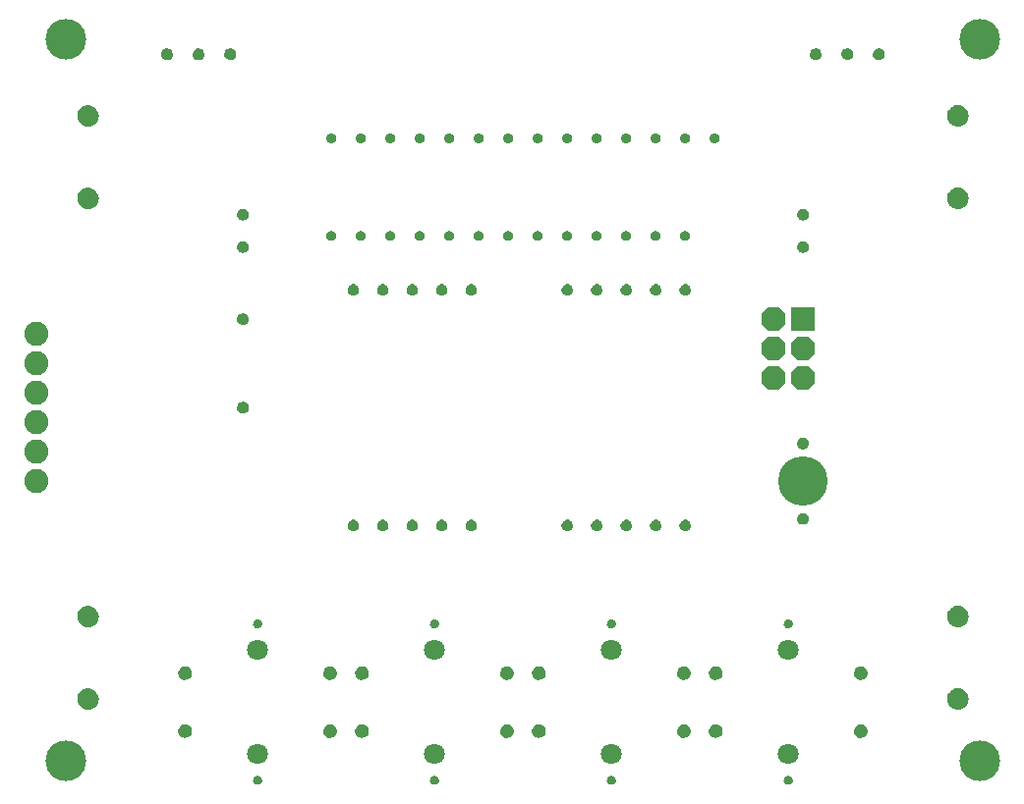
<source format=gbr>
G04 EAGLE Gerber RS-274X export*
G75*
%MOMM*%
%FSLAX34Y34*%
%LPD*%
%INSoldermask Top*%
%IPPOS*%
%AMOC8*
5,1,8,0,0,1.08239X$1,22.5*%
G01*
%ADD10C,4.267200*%
%ADD11R,2.082800X2.082800*%
%ADD12P,2.254402X8X292.500000*%
%ADD13C,2.082800*%
%ADD14C,3.505200*%
%ADD15C,1.803200*%

G36*
X806971Y513977D02*
X806971Y513977D01*
X807048Y513976D01*
X808701Y514213D01*
X808747Y514228D01*
X808822Y514243D01*
X810397Y514798D01*
X810439Y514821D01*
X810510Y514850D01*
X811946Y515702D01*
X811983Y515734D01*
X812047Y515776D01*
X813289Y516892D01*
X813319Y516930D01*
X813373Y516984D01*
X814374Y518321D01*
X814395Y518364D01*
X814438Y518427D01*
X815158Y519934D01*
X815171Y519981D01*
X815201Y520051D01*
X815613Y521670D01*
X815616Y521718D01*
X815631Y521793D01*
X815719Y523461D01*
X815714Y523503D01*
X815716Y523566D01*
X815528Y525223D01*
X815514Y525269D01*
X815502Y525345D01*
X814994Y526934D01*
X814971Y526976D01*
X814945Y527048D01*
X814136Y528507D01*
X814106Y528545D01*
X814066Y528610D01*
X812988Y529883D01*
X812951Y529914D01*
X812899Y529970D01*
X811594Y531009D01*
X811551Y531032D01*
X811489Y531076D01*
X810007Y531841D01*
X809961Y531855D01*
X809891Y531887D01*
X808288Y532347D01*
X808240Y532352D01*
X808165Y532369D01*
X806503Y532508D01*
X806455Y532504D01*
X806379Y532506D01*
X804672Y532313D01*
X804625Y532299D01*
X804550Y532287D01*
X802913Y531764D01*
X802871Y531742D01*
X802799Y531715D01*
X801296Y530883D01*
X801259Y530853D01*
X801194Y530813D01*
X799882Y529704D01*
X799856Y529673D01*
X799855Y529672D01*
X799849Y529665D01*
X799795Y529615D01*
X798725Y528271D01*
X798702Y528228D01*
X798657Y528167D01*
X797869Y526640D01*
X797855Y526594D01*
X797823Y526524D01*
X797348Y524873D01*
X797343Y524825D01*
X797326Y524751D01*
X797182Y523039D01*
X797187Y522989D01*
X797186Y522896D01*
X797429Y521194D01*
X797444Y521149D01*
X797458Y521073D01*
X798028Y519451D01*
X798052Y519409D01*
X798081Y519339D01*
X798957Y517859D01*
X798988Y517822D01*
X799030Y517758D01*
X800178Y516478D01*
X800216Y516448D01*
X800269Y516394D01*
X801645Y515362D01*
X801688Y515340D01*
X801751Y515297D01*
X803301Y514553D01*
X803348Y514541D01*
X803418Y514511D01*
X805084Y514084D01*
X805132Y514080D01*
X805206Y514065D01*
X806923Y513971D01*
X806971Y513977D01*
G37*
G36*
X806971Y585097D02*
X806971Y585097D01*
X807048Y585096D01*
X808701Y585333D01*
X808747Y585348D01*
X808822Y585363D01*
X810397Y585918D01*
X810439Y585941D01*
X810510Y585970D01*
X811946Y586822D01*
X811983Y586854D01*
X812047Y586896D01*
X813289Y588012D01*
X813319Y588050D01*
X813373Y588104D01*
X814374Y589441D01*
X814395Y589484D01*
X814438Y589547D01*
X815158Y591054D01*
X815171Y591101D01*
X815201Y591171D01*
X815613Y592790D01*
X815616Y592838D01*
X815631Y592913D01*
X815719Y594581D01*
X815714Y594623D01*
X815716Y594686D01*
X815528Y596343D01*
X815514Y596389D01*
X815502Y596465D01*
X814994Y598054D01*
X814971Y598096D01*
X814945Y598168D01*
X814136Y599627D01*
X814106Y599665D01*
X814066Y599730D01*
X812988Y601003D01*
X812951Y601034D01*
X812899Y601090D01*
X811594Y602129D01*
X811551Y602152D01*
X811489Y602196D01*
X810007Y602961D01*
X809961Y602975D01*
X809891Y603007D01*
X808288Y603467D01*
X808240Y603472D01*
X808165Y603489D01*
X806503Y603628D01*
X806455Y603624D01*
X806379Y603626D01*
X804672Y603433D01*
X804625Y603419D01*
X804550Y603407D01*
X802913Y602884D01*
X802871Y602862D01*
X802799Y602835D01*
X801296Y602003D01*
X801259Y601973D01*
X801194Y601933D01*
X799882Y600824D01*
X799856Y600793D01*
X799855Y600792D01*
X799849Y600785D01*
X799795Y600735D01*
X798725Y599391D01*
X798702Y599348D01*
X798657Y599287D01*
X797869Y597760D01*
X797855Y597714D01*
X797823Y597644D01*
X797348Y595993D01*
X797343Y595945D01*
X797326Y595871D01*
X797182Y594159D01*
X797187Y594109D01*
X797186Y594016D01*
X797429Y592314D01*
X797444Y592269D01*
X797458Y592193D01*
X798028Y590571D01*
X798052Y590529D01*
X798081Y590459D01*
X798957Y588979D01*
X798988Y588942D01*
X799030Y588878D01*
X800178Y587598D01*
X800216Y587568D01*
X800269Y587514D01*
X801645Y586482D01*
X801688Y586460D01*
X801751Y586417D01*
X803301Y585673D01*
X803348Y585661D01*
X803418Y585631D01*
X805084Y585204D01*
X805132Y585200D01*
X805206Y585185D01*
X806923Y585091D01*
X806971Y585097D01*
G37*
G36*
X806971Y82177D02*
X806971Y82177D01*
X807048Y82176D01*
X808701Y82413D01*
X808747Y82428D01*
X808822Y82443D01*
X810397Y82998D01*
X810439Y83021D01*
X810510Y83050D01*
X811946Y83902D01*
X811983Y83934D01*
X812047Y83976D01*
X813289Y85092D01*
X813319Y85130D01*
X813373Y85184D01*
X814374Y86521D01*
X814395Y86564D01*
X814438Y86627D01*
X815158Y88134D01*
X815171Y88181D01*
X815201Y88251D01*
X815613Y89870D01*
X815616Y89918D01*
X815631Y89993D01*
X815719Y91661D01*
X815714Y91703D01*
X815716Y91766D01*
X815528Y93423D01*
X815514Y93469D01*
X815502Y93545D01*
X814994Y95134D01*
X814971Y95176D01*
X814945Y95248D01*
X814136Y96707D01*
X814106Y96745D01*
X814066Y96810D01*
X812988Y98083D01*
X812951Y98114D01*
X812899Y98170D01*
X811594Y99209D01*
X811551Y99232D01*
X811489Y99276D01*
X810007Y100041D01*
X809961Y100055D01*
X809891Y100087D01*
X808288Y100547D01*
X808240Y100552D01*
X808165Y100569D01*
X806503Y100708D01*
X806455Y100704D01*
X806379Y100706D01*
X804672Y100513D01*
X804625Y100499D01*
X804550Y100487D01*
X802913Y99964D01*
X802871Y99942D01*
X802799Y99915D01*
X801296Y99083D01*
X801259Y99053D01*
X801194Y99013D01*
X799882Y97904D01*
X799856Y97873D01*
X799855Y97872D01*
X799849Y97865D01*
X799795Y97815D01*
X798725Y96471D01*
X798702Y96428D01*
X798657Y96367D01*
X797869Y94840D01*
X797855Y94794D01*
X797823Y94724D01*
X797348Y93073D01*
X797343Y93025D01*
X797326Y92951D01*
X797182Y91239D01*
X797187Y91189D01*
X797186Y91096D01*
X797429Y89394D01*
X797444Y89349D01*
X797458Y89273D01*
X798028Y87651D01*
X798052Y87609D01*
X798081Y87539D01*
X798957Y86059D01*
X798988Y86022D01*
X799030Y85958D01*
X800178Y84678D01*
X800216Y84648D01*
X800269Y84594D01*
X801645Y83562D01*
X801688Y83540D01*
X801751Y83497D01*
X803301Y82753D01*
X803348Y82741D01*
X803418Y82711D01*
X805084Y82284D01*
X805132Y82280D01*
X805206Y82265D01*
X806923Y82171D01*
X806971Y82177D01*
G37*
G36*
X806971Y153297D02*
X806971Y153297D01*
X807048Y153296D01*
X808701Y153533D01*
X808747Y153548D01*
X808822Y153563D01*
X810397Y154118D01*
X810439Y154141D01*
X810510Y154170D01*
X811946Y155022D01*
X811983Y155054D01*
X812047Y155096D01*
X813289Y156212D01*
X813319Y156250D01*
X813373Y156304D01*
X814374Y157641D01*
X814395Y157684D01*
X814438Y157747D01*
X815158Y159254D01*
X815171Y159301D01*
X815201Y159371D01*
X815613Y160990D01*
X815616Y161038D01*
X815631Y161113D01*
X815719Y162781D01*
X815714Y162823D01*
X815716Y162886D01*
X815528Y164543D01*
X815514Y164589D01*
X815502Y164665D01*
X814994Y166254D01*
X814971Y166296D01*
X814945Y166368D01*
X814136Y167827D01*
X814106Y167865D01*
X814066Y167930D01*
X812988Y169203D01*
X812951Y169234D01*
X812899Y169290D01*
X811594Y170329D01*
X811551Y170352D01*
X811489Y170396D01*
X810007Y171161D01*
X809961Y171175D01*
X809891Y171207D01*
X808288Y171667D01*
X808240Y171672D01*
X808165Y171689D01*
X806503Y171828D01*
X806455Y171824D01*
X806379Y171826D01*
X804672Y171633D01*
X804625Y171619D01*
X804550Y171607D01*
X802913Y171084D01*
X802871Y171062D01*
X802799Y171035D01*
X801296Y170203D01*
X801259Y170173D01*
X801194Y170133D01*
X799882Y169024D01*
X799856Y168993D01*
X799855Y168992D01*
X799849Y168985D01*
X799795Y168935D01*
X798725Y167591D01*
X798702Y167548D01*
X798657Y167487D01*
X797869Y165960D01*
X797855Y165914D01*
X797823Y165844D01*
X797348Y164193D01*
X797343Y164145D01*
X797326Y164071D01*
X797182Y162359D01*
X797187Y162309D01*
X797186Y162216D01*
X797429Y160514D01*
X797444Y160469D01*
X797458Y160393D01*
X798028Y158771D01*
X798052Y158729D01*
X798081Y158659D01*
X798957Y157179D01*
X798988Y157142D01*
X799030Y157078D01*
X800178Y155798D01*
X800216Y155768D01*
X800269Y155714D01*
X801645Y154682D01*
X801688Y154660D01*
X801751Y154617D01*
X803301Y153873D01*
X803348Y153861D01*
X803418Y153831D01*
X805084Y153404D01*
X805132Y153400D01*
X805206Y153385D01*
X806923Y153291D01*
X806971Y153297D01*
G37*
G36*
X57145Y513977D02*
X57145Y513977D01*
X57221Y513974D01*
X58928Y514167D01*
X58975Y514181D01*
X59050Y514193D01*
X60687Y514716D01*
X60729Y514738D01*
X60801Y514765D01*
X62304Y515597D01*
X62341Y515627D01*
X62406Y515667D01*
X63718Y516776D01*
X63749Y516813D01*
X63805Y516866D01*
X64875Y518209D01*
X64898Y518252D01*
X64943Y518314D01*
X65731Y519840D01*
X65745Y519886D01*
X65777Y519956D01*
X66252Y521607D01*
X66257Y521655D01*
X66274Y521729D01*
X66418Y523441D01*
X66413Y523491D01*
X66414Y523584D01*
X66171Y525286D01*
X66156Y525331D01*
X66142Y525407D01*
X65572Y527029D01*
X65548Y527071D01*
X65519Y527141D01*
X64643Y528621D01*
X64612Y528658D01*
X64570Y528722D01*
X63422Y530002D01*
X63384Y530032D01*
X63331Y530086D01*
X61955Y531118D01*
X61912Y531140D01*
X61849Y531183D01*
X60299Y531927D01*
X60253Y531939D01*
X60182Y531969D01*
X58516Y532396D01*
X58468Y532400D01*
X58394Y532415D01*
X56677Y532509D01*
X56629Y532503D01*
X56552Y532504D01*
X54899Y532267D01*
X54853Y532252D01*
X54778Y532237D01*
X53203Y531682D01*
X53161Y531659D01*
X53090Y531630D01*
X51654Y530778D01*
X51617Y530746D01*
X51553Y530704D01*
X50311Y529588D01*
X50281Y529550D01*
X50227Y529496D01*
X49226Y528159D01*
X49205Y528116D01*
X49162Y528053D01*
X48442Y526546D01*
X48429Y526499D01*
X48399Y526429D01*
X47987Y524810D01*
X47984Y524762D01*
X47969Y524687D01*
X47881Y523019D01*
X47886Y522977D01*
X47884Y522914D01*
X48072Y521257D01*
X48086Y521211D01*
X48098Y521135D01*
X48606Y519546D01*
X48629Y519504D01*
X48655Y519432D01*
X49464Y517973D01*
X49494Y517935D01*
X49534Y517870D01*
X50612Y516597D01*
X50649Y516566D01*
X50701Y516510D01*
X52006Y515471D01*
X52049Y515448D01*
X52111Y515404D01*
X53594Y514639D01*
X53639Y514625D01*
X53709Y514593D01*
X55313Y514133D01*
X55360Y514128D01*
X55435Y514111D01*
X57097Y513972D01*
X57145Y513977D01*
G37*
G36*
X57145Y585097D02*
X57145Y585097D01*
X57221Y585094D01*
X58928Y585287D01*
X58975Y585301D01*
X59050Y585313D01*
X60687Y585836D01*
X60729Y585858D01*
X60801Y585885D01*
X62304Y586717D01*
X62341Y586747D01*
X62406Y586787D01*
X63718Y587896D01*
X63749Y587933D01*
X63805Y587986D01*
X64875Y589329D01*
X64898Y589372D01*
X64943Y589434D01*
X65731Y590960D01*
X65745Y591006D01*
X65777Y591076D01*
X66252Y592727D01*
X66257Y592775D01*
X66274Y592849D01*
X66418Y594561D01*
X66413Y594611D01*
X66414Y594704D01*
X66171Y596406D01*
X66156Y596451D01*
X66142Y596527D01*
X65572Y598149D01*
X65548Y598191D01*
X65519Y598261D01*
X64643Y599741D01*
X64612Y599778D01*
X64570Y599842D01*
X63422Y601122D01*
X63384Y601152D01*
X63331Y601206D01*
X61955Y602238D01*
X61912Y602260D01*
X61849Y602303D01*
X60299Y603047D01*
X60253Y603059D01*
X60182Y603089D01*
X58516Y603516D01*
X58468Y603520D01*
X58394Y603535D01*
X56677Y603629D01*
X56629Y603623D01*
X56552Y603624D01*
X54899Y603387D01*
X54853Y603372D01*
X54778Y603357D01*
X53203Y602802D01*
X53161Y602779D01*
X53090Y602750D01*
X51654Y601898D01*
X51617Y601866D01*
X51553Y601824D01*
X50311Y600708D01*
X50281Y600670D01*
X50227Y600616D01*
X49226Y599279D01*
X49205Y599236D01*
X49162Y599173D01*
X48442Y597666D01*
X48429Y597619D01*
X48399Y597549D01*
X47987Y595930D01*
X47984Y595882D01*
X47969Y595807D01*
X47881Y594139D01*
X47886Y594097D01*
X47884Y594034D01*
X48072Y592377D01*
X48086Y592331D01*
X48098Y592255D01*
X48606Y590666D01*
X48629Y590624D01*
X48655Y590552D01*
X49464Y589093D01*
X49494Y589055D01*
X49534Y588990D01*
X50612Y587717D01*
X50649Y587686D01*
X50701Y587630D01*
X52006Y586591D01*
X52049Y586568D01*
X52111Y586524D01*
X53594Y585759D01*
X53639Y585745D01*
X53709Y585713D01*
X55313Y585253D01*
X55360Y585248D01*
X55435Y585231D01*
X57097Y585092D01*
X57145Y585097D01*
G37*
G36*
X57145Y82177D02*
X57145Y82177D01*
X57221Y82174D01*
X58928Y82367D01*
X58975Y82381D01*
X59050Y82393D01*
X60687Y82916D01*
X60729Y82938D01*
X60801Y82965D01*
X62304Y83797D01*
X62341Y83827D01*
X62406Y83867D01*
X63718Y84976D01*
X63749Y85013D01*
X63805Y85066D01*
X64875Y86409D01*
X64898Y86452D01*
X64943Y86514D01*
X65731Y88040D01*
X65745Y88086D01*
X65777Y88156D01*
X66252Y89807D01*
X66257Y89855D01*
X66274Y89929D01*
X66418Y91641D01*
X66413Y91691D01*
X66414Y91784D01*
X66171Y93486D01*
X66156Y93531D01*
X66142Y93607D01*
X65572Y95229D01*
X65548Y95271D01*
X65519Y95341D01*
X64643Y96821D01*
X64612Y96858D01*
X64570Y96922D01*
X63422Y98202D01*
X63384Y98232D01*
X63331Y98286D01*
X61955Y99318D01*
X61912Y99340D01*
X61849Y99383D01*
X60299Y100127D01*
X60253Y100139D01*
X60182Y100169D01*
X58516Y100596D01*
X58468Y100600D01*
X58394Y100615D01*
X56677Y100709D01*
X56629Y100703D01*
X56552Y100704D01*
X54899Y100467D01*
X54853Y100452D01*
X54778Y100437D01*
X53203Y99882D01*
X53161Y99859D01*
X53090Y99830D01*
X51654Y98978D01*
X51617Y98946D01*
X51553Y98904D01*
X50311Y97788D01*
X50281Y97750D01*
X50227Y97696D01*
X49226Y96359D01*
X49205Y96316D01*
X49162Y96253D01*
X48442Y94746D01*
X48429Y94699D01*
X48399Y94629D01*
X47987Y93010D01*
X47984Y92962D01*
X47969Y92887D01*
X47881Y91219D01*
X47886Y91177D01*
X47884Y91114D01*
X48072Y89457D01*
X48086Y89411D01*
X48098Y89335D01*
X48606Y87746D01*
X48629Y87704D01*
X48655Y87632D01*
X49464Y86173D01*
X49494Y86135D01*
X49534Y86070D01*
X50612Y84797D01*
X50649Y84766D01*
X50701Y84710D01*
X52006Y83671D01*
X52049Y83648D01*
X52111Y83604D01*
X53594Y82839D01*
X53639Y82825D01*
X53709Y82793D01*
X55313Y82333D01*
X55360Y82328D01*
X55435Y82311D01*
X57097Y82172D01*
X57145Y82177D01*
G37*
G36*
X57145Y153297D02*
X57145Y153297D01*
X57221Y153294D01*
X58928Y153487D01*
X58975Y153501D01*
X59050Y153513D01*
X60687Y154036D01*
X60729Y154058D01*
X60801Y154085D01*
X62304Y154917D01*
X62341Y154947D01*
X62406Y154987D01*
X63718Y156096D01*
X63749Y156133D01*
X63805Y156186D01*
X64875Y157529D01*
X64898Y157572D01*
X64943Y157634D01*
X65731Y159160D01*
X65745Y159206D01*
X65777Y159276D01*
X66252Y160927D01*
X66257Y160975D01*
X66274Y161049D01*
X66418Y162761D01*
X66413Y162811D01*
X66414Y162904D01*
X66171Y164606D01*
X66156Y164651D01*
X66142Y164727D01*
X65572Y166349D01*
X65548Y166391D01*
X65519Y166461D01*
X64643Y167941D01*
X64612Y167978D01*
X64570Y168042D01*
X63422Y169322D01*
X63384Y169352D01*
X63331Y169406D01*
X61955Y170438D01*
X61912Y170460D01*
X61849Y170503D01*
X60299Y171247D01*
X60253Y171259D01*
X60182Y171289D01*
X58516Y171716D01*
X58468Y171720D01*
X58394Y171735D01*
X56677Y171829D01*
X56629Y171823D01*
X56552Y171824D01*
X54899Y171587D01*
X54853Y171572D01*
X54778Y171557D01*
X53203Y171002D01*
X53161Y170979D01*
X53090Y170950D01*
X51654Y170098D01*
X51617Y170066D01*
X51553Y170024D01*
X50311Y168908D01*
X50281Y168870D01*
X50227Y168816D01*
X49226Y167479D01*
X49205Y167436D01*
X49162Y167373D01*
X48442Y165866D01*
X48429Y165819D01*
X48399Y165749D01*
X47987Y164130D01*
X47984Y164082D01*
X47969Y164007D01*
X47881Y162339D01*
X47886Y162297D01*
X47884Y162234D01*
X48072Y160577D01*
X48086Y160531D01*
X48098Y160455D01*
X48606Y158866D01*
X48629Y158824D01*
X48655Y158752D01*
X49464Y157293D01*
X49494Y157255D01*
X49534Y157190D01*
X50612Y155917D01*
X50649Y155886D01*
X50701Y155830D01*
X52006Y154791D01*
X52049Y154768D01*
X52111Y154724D01*
X53594Y153959D01*
X53639Y153945D01*
X53709Y153913D01*
X55313Y153453D01*
X55360Y153448D01*
X55435Y153431D01*
X57097Y153292D01*
X57145Y153297D01*
G37*
G36*
X722903Y107958D02*
X722903Y107958D01*
X722992Y107956D01*
X724182Y108113D01*
X724230Y108128D01*
X724320Y108147D01*
X725445Y108565D01*
X725489Y108591D01*
X725572Y108629D01*
X726576Y109287D01*
X726613Y109322D01*
X726686Y109378D01*
X727518Y110242D01*
X727546Y110284D01*
X727605Y110355D01*
X728224Y111383D01*
X728242Y111431D01*
X728283Y111512D01*
X728658Y112653D01*
X728665Y112703D01*
X728687Y112792D01*
X728799Y113987D01*
X728794Y114037D01*
X728796Y114126D01*
X728649Y115277D01*
X728634Y115325D01*
X728616Y115415D01*
X728217Y116505D01*
X728191Y116548D01*
X728153Y116632D01*
X727521Y117605D01*
X727487Y117642D01*
X727431Y117715D01*
X726599Y118523D01*
X726557Y118552D01*
X726486Y118610D01*
X725495Y119213D01*
X725448Y119231D01*
X725366Y119273D01*
X724265Y119640D01*
X724215Y119647D01*
X724126Y119670D01*
X722971Y119783D01*
X722921Y119779D01*
X722825Y119780D01*
X721627Y119619D01*
X721579Y119604D01*
X721489Y119585D01*
X720357Y119161D01*
X720313Y119136D01*
X720230Y119097D01*
X719220Y118432D01*
X719184Y118397D01*
X719111Y118341D01*
X718275Y117469D01*
X718247Y117427D01*
X718188Y117356D01*
X717567Y116319D01*
X717549Y116272D01*
X717508Y116190D01*
X717133Y115040D01*
X717126Y114990D01*
X717104Y114901D01*
X716995Y113697D01*
X716999Y113647D01*
X716998Y113555D01*
X717153Y112407D01*
X717168Y112359D01*
X717187Y112270D01*
X717594Y111186D01*
X717620Y111142D01*
X717658Y111059D01*
X718296Y110093D01*
X718330Y110056D01*
X718387Y109984D01*
X719223Y109183D01*
X719265Y109155D01*
X719336Y109097D01*
X720330Y108503D01*
X720377Y108485D01*
X720459Y108444D01*
X721560Y108086D01*
X721610Y108079D01*
X721699Y108057D01*
X722852Y107953D01*
X722903Y107958D01*
G37*
G36*
X418103Y107958D02*
X418103Y107958D01*
X418192Y107956D01*
X419382Y108113D01*
X419430Y108128D01*
X419520Y108147D01*
X420645Y108565D01*
X420689Y108591D01*
X420772Y108629D01*
X421776Y109287D01*
X421813Y109322D01*
X421886Y109378D01*
X422718Y110242D01*
X422746Y110284D01*
X422805Y110355D01*
X423424Y111383D01*
X423442Y111431D01*
X423483Y111512D01*
X423858Y112653D01*
X423865Y112703D01*
X423887Y112792D01*
X423999Y113987D01*
X423994Y114037D01*
X423996Y114126D01*
X423849Y115277D01*
X423834Y115325D01*
X423816Y115415D01*
X423417Y116505D01*
X423391Y116548D01*
X423353Y116632D01*
X422721Y117605D01*
X422687Y117642D01*
X422631Y117715D01*
X421799Y118523D01*
X421757Y118552D01*
X421686Y118610D01*
X420695Y119213D01*
X420648Y119231D01*
X420566Y119273D01*
X419465Y119640D01*
X419415Y119647D01*
X419326Y119670D01*
X418171Y119783D01*
X418121Y119779D01*
X418025Y119780D01*
X416827Y119619D01*
X416779Y119604D01*
X416689Y119585D01*
X415557Y119161D01*
X415513Y119136D01*
X415430Y119097D01*
X414420Y118432D01*
X414384Y118397D01*
X414311Y118341D01*
X413475Y117469D01*
X413447Y117427D01*
X413388Y117356D01*
X412767Y116319D01*
X412749Y116272D01*
X412708Y116190D01*
X412333Y115040D01*
X412326Y114990D01*
X412304Y114901D01*
X412195Y113697D01*
X412199Y113647D01*
X412198Y113555D01*
X412353Y112407D01*
X412368Y112359D01*
X412387Y112270D01*
X412794Y111186D01*
X412820Y111142D01*
X412858Y111059D01*
X413496Y110093D01*
X413530Y110056D01*
X413587Y109984D01*
X414423Y109183D01*
X414465Y109155D01*
X414536Y109097D01*
X415530Y108503D01*
X415577Y108485D01*
X415659Y108444D01*
X416760Y108086D01*
X416810Y108079D01*
X416899Y108057D01*
X418052Y107953D01*
X418103Y107958D01*
G37*
G36*
X570553Y57970D02*
X570553Y57970D01*
X570643Y57969D01*
X571833Y58126D01*
X571881Y58141D01*
X571971Y58160D01*
X573096Y58578D01*
X573140Y58604D01*
X573223Y58642D01*
X574227Y59300D01*
X574264Y59334D01*
X574336Y59390D01*
X575169Y60255D01*
X575197Y60297D01*
X575255Y60368D01*
X575875Y61396D01*
X575893Y61443D01*
X575934Y61525D01*
X576309Y62666D01*
X576316Y62716D01*
X576338Y62805D01*
X576450Y64000D01*
X576445Y64050D01*
X576447Y64139D01*
X576300Y65290D01*
X576285Y65338D01*
X576267Y65428D01*
X575867Y66518D01*
X575842Y66561D01*
X575804Y66645D01*
X575172Y67618D01*
X575137Y67655D01*
X575082Y67728D01*
X574249Y68536D01*
X574207Y68564D01*
X574137Y68623D01*
X573145Y69226D01*
X573098Y69244D01*
X573017Y69286D01*
X571916Y69653D01*
X571866Y69660D01*
X571777Y69682D01*
X570622Y69795D01*
X570572Y69791D01*
X570476Y69793D01*
X569278Y69632D01*
X569230Y69617D01*
X569140Y69598D01*
X568008Y69174D01*
X567964Y69148D01*
X567881Y69110D01*
X566871Y68445D01*
X566834Y68410D01*
X566762Y68354D01*
X565925Y67481D01*
X565898Y67439D01*
X565839Y67369D01*
X565218Y66332D01*
X565200Y66284D01*
X565159Y66202D01*
X564784Y65053D01*
X564777Y65003D01*
X564755Y64914D01*
X564645Y63710D01*
X564650Y63660D01*
X564648Y63567D01*
X564804Y62420D01*
X564819Y62372D01*
X564838Y62282D01*
X565245Y61198D01*
X565270Y61155D01*
X565309Y61072D01*
X565947Y60105D01*
X565981Y60069D01*
X566037Y59996D01*
X566874Y59196D01*
X566916Y59168D01*
X566987Y59110D01*
X567981Y58516D01*
X568028Y58498D01*
X568110Y58457D01*
X569211Y58099D01*
X569261Y58092D01*
X569350Y58070D01*
X570503Y57966D01*
X570553Y57970D01*
G37*
G36*
X722953Y57970D02*
X722953Y57970D01*
X723043Y57969D01*
X724233Y58126D01*
X724281Y58141D01*
X724371Y58160D01*
X725496Y58578D01*
X725540Y58604D01*
X725623Y58642D01*
X726627Y59300D01*
X726664Y59334D01*
X726736Y59390D01*
X727569Y60255D01*
X727597Y60297D01*
X727655Y60368D01*
X728275Y61396D01*
X728293Y61443D01*
X728334Y61525D01*
X728709Y62666D01*
X728716Y62716D01*
X728738Y62805D01*
X728850Y64000D01*
X728845Y64050D01*
X728847Y64139D01*
X728700Y65290D01*
X728685Y65338D01*
X728667Y65428D01*
X728267Y66518D01*
X728242Y66561D01*
X728204Y66645D01*
X727572Y67618D01*
X727537Y67655D01*
X727482Y67728D01*
X726649Y68536D01*
X726607Y68564D01*
X726537Y68623D01*
X725545Y69226D01*
X725498Y69244D01*
X725417Y69286D01*
X724316Y69653D01*
X724266Y69660D01*
X724177Y69682D01*
X723022Y69795D01*
X722972Y69791D01*
X722876Y69793D01*
X721678Y69632D01*
X721630Y69617D01*
X721540Y69598D01*
X720408Y69174D01*
X720364Y69148D01*
X720281Y69110D01*
X719271Y68445D01*
X719234Y68410D01*
X719162Y68354D01*
X718325Y67481D01*
X718298Y67439D01*
X718239Y67369D01*
X717618Y66332D01*
X717600Y66284D01*
X717559Y66202D01*
X717184Y65053D01*
X717177Y65003D01*
X717155Y64914D01*
X717045Y63710D01*
X717050Y63660D01*
X717048Y63567D01*
X717204Y62420D01*
X717219Y62372D01*
X717238Y62282D01*
X717645Y61198D01*
X717670Y61155D01*
X717709Y61072D01*
X718347Y60105D01*
X718381Y60069D01*
X718437Y59996D01*
X719274Y59196D01*
X719316Y59168D01*
X719387Y59110D01*
X720381Y58516D01*
X720428Y58498D01*
X720510Y58457D01*
X721611Y58099D01*
X721661Y58092D01*
X721750Y58070D01*
X722903Y57966D01*
X722953Y57970D01*
G37*
G36*
X445458Y58021D02*
X445458Y58021D01*
X445548Y58020D01*
X446738Y58177D01*
X446786Y58192D01*
X446876Y58211D01*
X448001Y58629D01*
X448045Y58655D01*
X448128Y58693D01*
X449132Y59351D01*
X449169Y59385D01*
X449241Y59441D01*
X450074Y60306D01*
X450102Y60348D01*
X450160Y60419D01*
X450780Y61447D01*
X450798Y61494D01*
X450839Y61576D01*
X451214Y62716D01*
X451221Y62766D01*
X451243Y62855D01*
X451355Y64051D01*
X451350Y64101D01*
X451352Y64190D01*
X451205Y65341D01*
X451190Y65389D01*
X451172Y65479D01*
X450772Y66568D01*
X450747Y66612D01*
X450709Y66696D01*
X450077Y67669D01*
X450042Y67706D01*
X449987Y67779D01*
X449154Y68587D01*
X449112Y68615D01*
X449042Y68674D01*
X448050Y69277D01*
X448003Y69295D01*
X447922Y69337D01*
X446821Y69704D01*
X446771Y69711D01*
X446682Y69733D01*
X445527Y69846D01*
X445477Y69842D01*
X445381Y69844D01*
X444183Y69683D01*
X444135Y69667D01*
X444045Y69648D01*
X442913Y69225D01*
X442869Y69199D01*
X442786Y69161D01*
X441776Y68496D01*
X441739Y68461D01*
X441667Y68405D01*
X440830Y67532D01*
X440803Y67490D01*
X440744Y67419D01*
X440123Y66382D01*
X440105Y66335D01*
X440064Y66253D01*
X439689Y65104D01*
X439682Y65054D01*
X439660Y64965D01*
X439550Y63761D01*
X439555Y63710D01*
X439553Y63618D01*
X439709Y62471D01*
X439724Y62423D01*
X439743Y62333D01*
X440150Y61249D01*
X440175Y61206D01*
X440214Y61123D01*
X440852Y60156D01*
X440886Y60120D01*
X440942Y60047D01*
X441779Y59247D01*
X441821Y59219D01*
X441892Y59161D01*
X442886Y58567D01*
X442933Y58549D01*
X443015Y58508D01*
X444116Y58150D01*
X444166Y58143D01*
X444255Y58121D01*
X445408Y58017D01*
X445458Y58021D01*
G37*
G36*
X597858Y58021D02*
X597858Y58021D01*
X597948Y58020D01*
X599138Y58177D01*
X599186Y58192D01*
X599276Y58211D01*
X600401Y58629D01*
X600445Y58655D01*
X600528Y58693D01*
X601532Y59351D01*
X601569Y59385D01*
X601641Y59441D01*
X602474Y60306D01*
X602502Y60348D01*
X602560Y60419D01*
X603180Y61447D01*
X603198Y61494D01*
X603239Y61576D01*
X603614Y62716D01*
X603621Y62766D01*
X603643Y62855D01*
X603755Y64051D01*
X603750Y64101D01*
X603752Y64190D01*
X603605Y65341D01*
X603590Y65389D01*
X603572Y65479D01*
X603172Y66568D01*
X603147Y66612D01*
X603109Y66696D01*
X602477Y67669D01*
X602442Y67706D01*
X602387Y67779D01*
X601554Y68587D01*
X601512Y68615D01*
X601442Y68674D01*
X600450Y69277D01*
X600403Y69295D01*
X600322Y69337D01*
X599221Y69704D01*
X599171Y69711D01*
X599082Y69733D01*
X597927Y69846D01*
X597877Y69842D01*
X597781Y69844D01*
X596583Y69683D01*
X596535Y69667D01*
X596445Y69648D01*
X595313Y69225D01*
X595269Y69199D01*
X595186Y69161D01*
X594176Y68496D01*
X594139Y68461D01*
X594067Y68405D01*
X593230Y67532D01*
X593203Y67490D01*
X593144Y67419D01*
X592523Y66382D01*
X592505Y66335D01*
X592464Y66253D01*
X592089Y65104D01*
X592082Y65054D01*
X592060Y64965D01*
X591950Y63761D01*
X591955Y63710D01*
X591953Y63618D01*
X592109Y62471D01*
X592124Y62423D01*
X592143Y62333D01*
X592550Y61249D01*
X592575Y61206D01*
X592614Y61123D01*
X593252Y60156D01*
X593286Y60120D01*
X593342Y60047D01*
X594179Y59247D01*
X594221Y59219D01*
X594292Y59161D01*
X595286Y58567D01*
X595333Y58549D01*
X595415Y58508D01*
X596516Y58150D01*
X596566Y58143D01*
X596655Y58121D01*
X597808Y58017D01*
X597858Y58021D01*
G37*
G36*
X140658Y58021D02*
X140658Y58021D01*
X140748Y58020D01*
X141938Y58177D01*
X141986Y58192D01*
X142076Y58211D01*
X143201Y58629D01*
X143245Y58655D01*
X143328Y58693D01*
X144332Y59351D01*
X144369Y59385D01*
X144441Y59441D01*
X145274Y60306D01*
X145302Y60348D01*
X145360Y60419D01*
X145980Y61447D01*
X145998Y61494D01*
X146039Y61576D01*
X146414Y62716D01*
X146421Y62766D01*
X146443Y62855D01*
X146555Y64051D01*
X146550Y64101D01*
X146552Y64190D01*
X146405Y65341D01*
X146390Y65389D01*
X146372Y65479D01*
X145972Y66568D01*
X145947Y66612D01*
X145909Y66696D01*
X145277Y67669D01*
X145242Y67706D01*
X145187Y67779D01*
X144354Y68587D01*
X144312Y68615D01*
X144242Y68674D01*
X143250Y69277D01*
X143203Y69295D01*
X143122Y69337D01*
X142021Y69704D01*
X141971Y69711D01*
X141882Y69733D01*
X140727Y69846D01*
X140677Y69842D01*
X140581Y69844D01*
X139383Y69683D01*
X139335Y69667D01*
X139245Y69648D01*
X138113Y69225D01*
X138069Y69199D01*
X137986Y69161D01*
X136976Y68496D01*
X136939Y68461D01*
X136867Y68405D01*
X136030Y67532D01*
X136003Y67490D01*
X135944Y67419D01*
X135323Y66382D01*
X135305Y66335D01*
X135264Y66253D01*
X134889Y65104D01*
X134882Y65054D01*
X134860Y64965D01*
X134750Y63761D01*
X134755Y63710D01*
X134753Y63618D01*
X134909Y62471D01*
X134924Y62423D01*
X134943Y62333D01*
X135350Y61249D01*
X135375Y61206D01*
X135414Y61123D01*
X136052Y60156D01*
X136086Y60120D01*
X136142Y60047D01*
X136979Y59247D01*
X137021Y59219D01*
X137092Y59161D01*
X138086Y58567D01*
X138133Y58549D01*
X138215Y58508D01*
X139316Y58150D01*
X139366Y58143D01*
X139455Y58121D01*
X140608Y58017D01*
X140658Y58021D01*
G37*
G36*
X293084Y107932D02*
X293084Y107932D01*
X293174Y107931D01*
X294364Y108088D01*
X294412Y108103D01*
X294501Y108122D01*
X295627Y108540D01*
X295670Y108566D01*
X295753Y108604D01*
X296758Y109262D01*
X296794Y109296D01*
X296867Y109352D01*
X297699Y110217D01*
X297727Y110259D01*
X297786Y110330D01*
X298405Y111358D01*
X298423Y111405D01*
X298464Y111487D01*
X298839Y112627D01*
X298846Y112677D01*
X298868Y112766D01*
X298980Y113962D01*
X298976Y114012D01*
X298978Y114101D01*
X298831Y115252D01*
X298816Y115300D01*
X298797Y115390D01*
X298398Y116479D01*
X298372Y116523D01*
X298334Y116607D01*
X297702Y117580D01*
X297668Y117617D01*
X297612Y117690D01*
X296780Y118498D01*
X296738Y118526D01*
X296667Y118585D01*
X295676Y119188D01*
X295629Y119206D01*
X295547Y119248D01*
X294446Y119615D01*
X294396Y119622D01*
X294307Y119644D01*
X293152Y119757D01*
X293102Y119753D01*
X293006Y119755D01*
X291808Y119594D01*
X291760Y119578D01*
X291670Y119559D01*
X290538Y119136D01*
X290495Y119110D01*
X290411Y119072D01*
X289402Y118407D01*
X289365Y118372D01*
X289292Y118316D01*
X288456Y117443D01*
X288428Y117401D01*
X288370Y117330D01*
X287748Y116293D01*
X287730Y116246D01*
X287689Y116164D01*
X287314Y115015D01*
X287307Y114965D01*
X287286Y114876D01*
X287176Y113672D01*
X287180Y113621D01*
X287179Y113529D01*
X287334Y112382D01*
X287349Y112334D01*
X287369Y112244D01*
X287775Y111160D01*
X287801Y111117D01*
X287839Y111034D01*
X288477Y110067D01*
X288512Y110031D01*
X288568Y109958D01*
X289404Y109158D01*
X289447Y109130D01*
X289517Y109072D01*
X290511Y108478D01*
X290558Y108460D01*
X290640Y108419D01*
X291741Y108061D01*
X291791Y108054D01*
X291880Y108032D01*
X293034Y107928D01*
X293084Y107932D01*
G37*
G36*
X597884Y107932D02*
X597884Y107932D01*
X597974Y107931D01*
X599164Y108088D01*
X599212Y108103D01*
X599301Y108122D01*
X600427Y108540D01*
X600470Y108566D01*
X600553Y108604D01*
X601558Y109262D01*
X601594Y109296D01*
X601667Y109352D01*
X602499Y110217D01*
X602527Y110259D01*
X602586Y110330D01*
X603205Y111358D01*
X603223Y111405D01*
X603264Y111487D01*
X603639Y112627D01*
X603646Y112677D01*
X603668Y112766D01*
X603780Y113962D01*
X603776Y114012D01*
X603778Y114101D01*
X603631Y115252D01*
X603616Y115300D01*
X603597Y115390D01*
X603198Y116479D01*
X603172Y116523D01*
X603134Y116607D01*
X602502Y117580D01*
X602468Y117617D01*
X602412Y117690D01*
X601580Y118498D01*
X601538Y118526D01*
X601467Y118585D01*
X600476Y119188D01*
X600429Y119206D01*
X600347Y119248D01*
X599246Y119615D01*
X599196Y119622D01*
X599107Y119644D01*
X597952Y119757D01*
X597902Y119753D01*
X597806Y119755D01*
X596608Y119594D01*
X596560Y119578D01*
X596470Y119559D01*
X595338Y119136D01*
X595295Y119110D01*
X595211Y119072D01*
X594202Y118407D01*
X594165Y118372D01*
X594092Y118316D01*
X593256Y117443D01*
X593228Y117401D01*
X593170Y117330D01*
X592548Y116293D01*
X592530Y116246D01*
X592489Y116164D01*
X592114Y115015D01*
X592107Y114965D01*
X592086Y114876D01*
X591976Y113672D01*
X591980Y113621D01*
X591979Y113529D01*
X592134Y112382D01*
X592149Y112334D01*
X592169Y112244D01*
X592575Y111160D01*
X592601Y111117D01*
X592639Y111034D01*
X593277Y110067D01*
X593312Y110031D01*
X593368Y109958D01*
X594204Y109158D01*
X594247Y109130D01*
X594317Y109072D01*
X595311Y108478D01*
X595358Y108460D01*
X595440Y108419D01*
X596541Y108061D01*
X596591Y108054D01*
X596680Y108032D01*
X597834Y107928D01*
X597884Y107932D01*
G37*
G36*
X140684Y107932D02*
X140684Y107932D01*
X140774Y107931D01*
X141964Y108088D01*
X142012Y108103D01*
X142101Y108122D01*
X143227Y108540D01*
X143270Y108566D01*
X143353Y108604D01*
X144358Y109262D01*
X144394Y109296D01*
X144467Y109352D01*
X145299Y110217D01*
X145327Y110259D01*
X145386Y110330D01*
X146005Y111358D01*
X146023Y111405D01*
X146064Y111487D01*
X146439Y112627D01*
X146446Y112677D01*
X146468Y112766D01*
X146580Y113962D01*
X146576Y114012D01*
X146578Y114101D01*
X146431Y115252D01*
X146416Y115300D01*
X146397Y115390D01*
X145998Y116479D01*
X145972Y116523D01*
X145934Y116607D01*
X145302Y117580D01*
X145268Y117617D01*
X145212Y117690D01*
X144380Y118498D01*
X144338Y118526D01*
X144267Y118585D01*
X143276Y119188D01*
X143229Y119206D01*
X143147Y119248D01*
X142046Y119615D01*
X141996Y119622D01*
X141907Y119644D01*
X140752Y119757D01*
X140702Y119753D01*
X140606Y119755D01*
X139408Y119594D01*
X139360Y119578D01*
X139270Y119559D01*
X138138Y119136D01*
X138095Y119110D01*
X138011Y119072D01*
X137002Y118407D01*
X136965Y118372D01*
X136892Y118316D01*
X136056Y117443D01*
X136028Y117401D01*
X135970Y117330D01*
X135348Y116293D01*
X135330Y116246D01*
X135289Y116164D01*
X134914Y115015D01*
X134907Y114965D01*
X134886Y114876D01*
X134776Y113672D01*
X134780Y113621D01*
X134779Y113529D01*
X134934Y112382D01*
X134949Y112334D01*
X134969Y112244D01*
X135375Y111160D01*
X135401Y111117D01*
X135439Y111034D01*
X136077Y110067D01*
X136112Y110031D01*
X136168Y109958D01*
X137004Y109158D01*
X137047Y109130D01*
X137117Y109072D01*
X138111Y108478D01*
X138158Y108460D01*
X138240Y108419D01*
X139341Y108061D01*
X139391Y108054D01*
X139480Y108032D01*
X140634Y107928D01*
X140684Y107932D01*
G37*
G36*
X445484Y107932D02*
X445484Y107932D01*
X445574Y107931D01*
X446764Y108088D01*
X446812Y108103D01*
X446901Y108122D01*
X448027Y108540D01*
X448070Y108566D01*
X448153Y108604D01*
X449158Y109262D01*
X449194Y109296D01*
X449267Y109352D01*
X450099Y110217D01*
X450127Y110259D01*
X450186Y110330D01*
X450805Y111358D01*
X450823Y111405D01*
X450864Y111487D01*
X451239Y112627D01*
X451246Y112677D01*
X451268Y112766D01*
X451380Y113962D01*
X451376Y114012D01*
X451378Y114101D01*
X451231Y115252D01*
X451216Y115300D01*
X451197Y115390D01*
X450798Y116479D01*
X450772Y116523D01*
X450734Y116607D01*
X450102Y117580D01*
X450068Y117617D01*
X450012Y117690D01*
X449180Y118498D01*
X449138Y118526D01*
X449067Y118585D01*
X448076Y119188D01*
X448029Y119206D01*
X447947Y119248D01*
X446846Y119615D01*
X446796Y119622D01*
X446707Y119644D01*
X445552Y119757D01*
X445502Y119753D01*
X445406Y119755D01*
X444208Y119594D01*
X444160Y119578D01*
X444070Y119559D01*
X442938Y119136D01*
X442895Y119110D01*
X442811Y119072D01*
X441802Y118407D01*
X441765Y118372D01*
X441692Y118316D01*
X440856Y117443D01*
X440828Y117401D01*
X440770Y117330D01*
X440148Y116293D01*
X440130Y116246D01*
X440089Y116164D01*
X439714Y115015D01*
X439707Y114965D01*
X439686Y114876D01*
X439576Y113672D01*
X439580Y113621D01*
X439579Y113529D01*
X439734Y112382D01*
X439749Y112334D01*
X439769Y112244D01*
X440175Y111160D01*
X440201Y111117D01*
X440239Y111034D01*
X440877Y110067D01*
X440912Y110031D01*
X440968Y109958D01*
X441804Y109158D01*
X441847Y109130D01*
X441917Y109072D01*
X442911Y108478D01*
X442958Y108460D01*
X443040Y108419D01*
X444141Y108061D01*
X444191Y108054D01*
X444280Y108032D01*
X445434Y107928D01*
X445484Y107932D01*
G37*
G36*
X265703Y107958D02*
X265703Y107958D01*
X265792Y107956D01*
X266982Y108113D01*
X267030Y108128D01*
X267120Y108147D01*
X268245Y108565D01*
X268289Y108591D01*
X268372Y108629D01*
X269376Y109287D01*
X269413Y109322D01*
X269486Y109378D01*
X270318Y110242D01*
X270346Y110284D01*
X270405Y110355D01*
X271024Y111383D01*
X271042Y111431D01*
X271083Y111512D01*
X271458Y112653D01*
X271465Y112703D01*
X271487Y112792D01*
X271599Y113987D01*
X271594Y114037D01*
X271596Y114126D01*
X271449Y115277D01*
X271434Y115325D01*
X271416Y115415D01*
X271017Y116505D01*
X270991Y116548D01*
X270953Y116632D01*
X270321Y117605D01*
X270287Y117642D01*
X270231Y117715D01*
X269399Y118523D01*
X269357Y118552D01*
X269286Y118610D01*
X268295Y119213D01*
X268248Y119231D01*
X268166Y119273D01*
X267065Y119640D01*
X267015Y119647D01*
X266926Y119670D01*
X265771Y119783D01*
X265721Y119779D01*
X265625Y119780D01*
X264427Y119619D01*
X264379Y119604D01*
X264289Y119585D01*
X263157Y119161D01*
X263113Y119136D01*
X263030Y119097D01*
X262020Y118432D01*
X261984Y118397D01*
X261911Y118341D01*
X261075Y117469D01*
X261047Y117427D01*
X260988Y117356D01*
X260367Y116319D01*
X260349Y116272D01*
X260308Y116190D01*
X259933Y115040D01*
X259926Y114990D01*
X259904Y114901D01*
X259795Y113697D01*
X259799Y113647D01*
X259798Y113555D01*
X259953Y112407D01*
X259968Y112359D01*
X259987Y112270D01*
X260394Y111186D01*
X260420Y111142D01*
X260458Y111059D01*
X261096Y110093D01*
X261130Y110056D01*
X261187Y109984D01*
X262023Y109183D01*
X262065Y109155D01*
X262136Y109097D01*
X263130Y108503D01*
X263177Y108485D01*
X263259Y108444D01*
X264360Y108086D01*
X264410Y108079D01*
X264499Y108057D01*
X265652Y107953D01*
X265703Y107958D01*
G37*
G36*
X570503Y107958D02*
X570503Y107958D01*
X570592Y107956D01*
X571782Y108113D01*
X571830Y108128D01*
X571920Y108147D01*
X573045Y108565D01*
X573089Y108591D01*
X573172Y108629D01*
X574176Y109287D01*
X574213Y109322D01*
X574286Y109378D01*
X575118Y110242D01*
X575146Y110284D01*
X575205Y110355D01*
X575824Y111383D01*
X575842Y111431D01*
X575883Y111512D01*
X576258Y112653D01*
X576265Y112703D01*
X576287Y112792D01*
X576399Y113987D01*
X576394Y114037D01*
X576396Y114126D01*
X576249Y115277D01*
X576234Y115325D01*
X576216Y115415D01*
X575817Y116505D01*
X575791Y116548D01*
X575753Y116632D01*
X575121Y117605D01*
X575087Y117642D01*
X575031Y117715D01*
X574199Y118523D01*
X574157Y118552D01*
X574086Y118610D01*
X573095Y119213D01*
X573048Y119231D01*
X572966Y119273D01*
X571865Y119640D01*
X571815Y119647D01*
X571726Y119670D01*
X570571Y119783D01*
X570521Y119779D01*
X570425Y119780D01*
X569227Y119619D01*
X569179Y119604D01*
X569089Y119585D01*
X567957Y119161D01*
X567913Y119136D01*
X567830Y119097D01*
X566820Y118432D01*
X566784Y118397D01*
X566711Y118341D01*
X565875Y117469D01*
X565847Y117427D01*
X565788Y117356D01*
X565167Y116319D01*
X565149Y116272D01*
X565108Y116190D01*
X564733Y115040D01*
X564726Y114990D01*
X564704Y114901D01*
X564595Y113697D01*
X564599Y113647D01*
X564598Y113555D01*
X564753Y112407D01*
X564768Y112359D01*
X564787Y112270D01*
X565194Y111186D01*
X565220Y111142D01*
X565258Y111059D01*
X565896Y110093D01*
X565930Y110056D01*
X565987Y109984D01*
X566823Y109183D01*
X566865Y109155D01*
X566936Y109097D01*
X567930Y108503D01*
X567977Y108485D01*
X568059Y108444D01*
X569160Y108086D01*
X569210Y108079D01*
X569299Y108057D01*
X570452Y107953D01*
X570503Y107958D01*
G37*
G36*
X293058Y58021D02*
X293058Y58021D01*
X293148Y58020D01*
X294338Y58177D01*
X294386Y58192D01*
X294476Y58211D01*
X295601Y58629D01*
X295645Y58655D01*
X295728Y58693D01*
X296732Y59351D01*
X296769Y59385D01*
X296841Y59441D01*
X297674Y60306D01*
X297702Y60348D01*
X297760Y60419D01*
X298380Y61447D01*
X298398Y61494D01*
X298439Y61576D01*
X298814Y62716D01*
X298821Y62766D01*
X298843Y62855D01*
X298955Y64051D01*
X298950Y64101D01*
X298952Y64190D01*
X298805Y65341D01*
X298790Y65389D01*
X298772Y65479D01*
X298372Y66568D01*
X298347Y66612D01*
X298309Y66696D01*
X297677Y67669D01*
X297642Y67706D01*
X297587Y67779D01*
X296754Y68587D01*
X296712Y68615D01*
X296642Y68674D01*
X295650Y69277D01*
X295603Y69295D01*
X295522Y69337D01*
X294421Y69704D01*
X294371Y69711D01*
X294282Y69733D01*
X293127Y69846D01*
X293077Y69842D01*
X292981Y69844D01*
X291783Y69683D01*
X291735Y69667D01*
X291645Y69648D01*
X290513Y69225D01*
X290469Y69199D01*
X290386Y69161D01*
X289376Y68496D01*
X289339Y68461D01*
X289267Y68405D01*
X288430Y67532D01*
X288403Y67490D01*
X288344Y67419D01*
X287723Y66382D01*
X287705Y66335D01*
X287664Y66253D01*
X287289Y65104D01*
X287282Y65054D01*
X287260Y64965D01*
X287150Y63761D01*
X287155Y63710D01*
X287153Y63618D01*
X287309Y62471D01*
X287324Y62423D01*
X287343Y62333D01*
X287750Y61249D01*
X287775Y61206D01*
X287814Y61123D01*
X288452Y60156D01*
X288486Y60120D01*
X288542Y60047D01*
X289379Y59247D01*
X289421Y59219D01*
X289492Y59161D01*
X290486Y58567D01*
X290533Y58549D01*
X290615Y58508D01*
X291716Y58150D01*
X291766Y58143D01*
X291855Y58121D01*
X293008Y58017D01*
X293058Y58021D01*
G37*
G36*
X418153Y57970D02*
X418153Y57970D01*
X418243Y57969D01*
X419433Y58126D01*
X419481Y58141D01*
X419571Y58160D01*
X420696Y58578D01*
X420740Y58604D01*
X420823Y58642D01*
X421827Y59300D01*
X421864Y59334D01*
X421936Y59390D01*
X422769Y60255D01*
X422797Y60297D01*
X422855Y60368D01*
X423475Y61396D01*
X423493Y61443D01*
X423534Y61525D01*
X423909Y62666D01*
X423916Y62716D01*
X423938Y62805D01*
X424050Y64000D01*
X424045Y64050D01*
X424047Y64139D01*
X423900Y65290D01*
X423885Y65338D01*
X423867Y65428D01*
X423467Y66518D01*
X423442Y66561D01*
X423404Y66645D01*
X422772Y67618D01*
X422737Y67655D01*
X422682Y67728D01*
X421849Y68536D01*
X421807Y68564D01*
X421737Y68623D01*
X420745Y69226D01*
X420698Y69244D01*
X420617Y69286D01*
X419516Y69653D01*
X419466Y69660D01*
X419377Y69682D01*
X418222Y69795D01*
X418172Y69791D01*
X418076Y69793D01*
X416878Y69632D01*
X416830Y69617D01*
X416740Y69598D01*
X415608Y69174D01*
X415564Y69148D01*
X415481Y69110D01*
X414471Y68445D01*
X414434Y68410D01*
X414362Y68354D01*
X413525Y67481D01*
X413498Y67439D01*
X413439Y67369D01*
X412818Y66332D01*
X412800Y66284D01*
X412759Y66202D01*
X412384Y65053D01*
X412377Y65003D01*
X412355Y64914D01*
X412245Y63710D01*
X412250Y63660D01*
X412248Y63567D01*
X412404Y62420D01*
X412419Y62372D01*
X412438Y62282D01*
X412845Y61198D01*
X412870Y61155D01*
X412909Y61072D01*
X413547Y60105D01*
X413581Y60069D01*
X413637Y59996D01*
X414474Y59196D01*
X414516Y59168D01*
X414587Y59110D01*
X415581Y58516D01*
X415628Y58498D01*
X415710Y58457D01*
X416811Y58099D01*
X416861Y58092D01*
X416950Y58070D01*
X418103Y57966D01*
X418153Y57970D01*
G37*
G36*
X265753Y57970D02*
X265753Y57970D01*
X265843Y57969D01*
X267033Y58126D01*
X267081Y58141D01*
X267171Y58160D01*
X268296Y58578D01*
X268340Y58604D01*
X268423Y58642D01*
X269427Y59300D01*
X269464Y59334D01*
X269536Y59390D01*
X270369Y60255D01*
X270397Y60297D01*
X270455Y60368D01*
X271075Y61396D01*
X271093Y61443D01*
X271134Y61525D01*
X271509Y62666D01*
X271516Y62716D01*
X271538Y62805D01*
X271650Y64000D01*
X271645Y64050D01*
X271647Y64139D01*
X271500Y65290D01*
X271485Y65338D01*
X271467Y65428D01*
X271067Y66518D01*
X271042Y66561D01*
X271004Y66645D01*
X270372Y67618D01*
X270337Y67655D01*
X270282Y67728D01*
X269449Y68536D01*
X269407Y68564D01*
X269337Y68623D01*
X268345Y69226D01*
X268298Y69244D01*
X268217Y69286D01*
X267116Y69653D01*
X267066Y69660D01*
X266977Y69682D01*
X265822Y69795D01*
X265772Y69791D01*
X265676Y69793D01*
X264478Y69632D01*
X264430Y69617D01*
X264340Y69598D01*
X263208Y69174D01*
X263164Y69148D01*
X263081Y69110D01*
X262071Y68445D01*
X262034Y68410D01*
X261962Y68354D01*
X261125Y67481D01*
X261098Y67439D01*
X261039Y67369D01*
X260418Y66332D01*
X260400Y66284D01*
X260359Y66202D01*
X259984Y65053D01*
X259977Y65003D01*
X259955Y64914D01*
X259845Y63710D01*
X259850Y63660D01*
X259848Y63567D01*
X260004Y62420D01*
X260019Y62372D01*
X260038Y62282D01*
X260445Y61198D01*
X260470Y61155D01*
X260509Y61072D01*
X261147Y60105D01*
X261181Y60069D01*
X261237Y59996D01*
X262074Y59196D01*
X262116Y59168D01*
X262187Y59110D01*
X263181Y58516D01*
X263228Y58498D01*
X263310Y58457D01*
X264411Y58099D01*
X264461Y58092D01*
X264550Y58070D01*
X265703Y57966D01*
X265753Y57970D01*
G37*
G36*
X738601Y642654D02*
X738601Y642654D01*
X738692Y642653D01*
X739656Y642784D01*
X739704Y642800D01*
X739793Y642819D01*
X740704Y643161D01*
X740747Y643187D01*
X740831Y643226D01*
X741642Y643763D01*
X741678Y643798D01*
X741751Y643854D01*
X742423Y644558D01*
X742451Y644600D01*
X742509Y644671D01*
X743007Y645507D01*
X743008Y645510D01*
X743010Y645512D01*
X743016Y645531D01*
X743025Y645554D01*
X743065Y645636D01*
X743365Y646562D01*
X743372Y646612D01*
X743394Y646701D01*
X743480Y647670D01*
X743476Y647717D01*
X743479Y647792D01*
X743377Y648768D01*
X743363Y648816D01*
X743347Y648906D01*
X743031Y649835D01*
X743007Y649879D01*
X742970Y649964D01*
X742456Y650799D01*
X742422Y650836D01*
X742368Y650911D01*
X741680Y651611D01*
X741639Y651640D01*
X741570Y651700D01*
X740743Y652229D01*
X740697Y652248D01*
X740616Y652292D01*
X739693Y652624D01*
X739643Y652632D01*
X739554Y652657D01*
X738580Y652775D01*
X738530Y652772D01*
X738444Y652776D01*
X737442Y652681D01*
X737393Y652667D01*
X737303Y652651D01*
X736347Y652335D01*
X736302Y652311D01*
X736218Y652276D01*
X735357Y651754D01*
X735319Y651721D01*
X735244Y651668D01*
X734520Y650968D01*
X734491Y650927D01*
X734430Y650858D01*
X733880Y650015D01*
X733860Y649969D01*
X733816Y649888D01*
X733468Y648944D01*
X733459Y648894D01*
X733434Y648806D01*
X733304Y647808D01*
X733306Y647765D01*
X733305Y647639D01*
X733444Y646628D01*
X733460Y646580D01*
X733479Y646490D01*
X733841Y645535D01*
X733867Y645492D01*
X733906Y645408D01*
X734470Y644558D01*
X734505Y644521D01*
X734562Y644449D01*
X735302Y643745D01*
X735344Y643717D01*
X735415Y643659D01*
X736293Y643138D01*
X736340Y643120D01*
X736422Y643079D01*
X737394Y642766D01*
X737444Y642759D01*
X737533Y642738D01*
X738551Y642649D01*
X738601Y642654D01*
G37*
G36*
X684195Y642628D02*
X684195Y642628D01*
X684286Y642627D01*
X685250Y642758D01*
X685298Y642774D01*
X685387Y642793D01*
X686298Y643135D01*
X686341Y643161D01*
X686425Y643200D01*
X687236Y643737D01*
X687272Y643772D01*
X687345Y643828D01*
X688017Y644532D01*
X688045Y644574D01*
X688103Y644645D01*
X688601Y645481D01*
X688602Y645484D01*
X688604Y645486D01*
X688610Y645505D01*
X688619Y645528D01*
X688659Y645610D01*
X688959Y646536D01*
X688966Y646586D01*
X688988Y646675D01*
X689074Y647644D01*
X689070Y647691D01*
X689073Y647766D01*
X688971Y648742D01*
X688957Y648790D01*
X688941Y648880D01*
X688625Y649809D01*
X688601Y649853D01*
X688564Y649938D01*
X688050Y650773D01*
X688016Y650810D01*
X687962Y650885D01*
X687274Y651585D01*
X687233Y651614D01*
X687164Y651674D01*
X686337Y652203D01*
X686291Y652222D01*
X686210Y652266D01*
X685287Y652598D01*
X685237Y652606D01*
X685148Y652631D01*
X684174Y652749D01*
X684124Y652746D01*
X684038Y652750D01*
X683036Y652655D01*
X682987Y652641D01*
X682897Y652625D01*
X681941Y652309D01*
X681896Y652285D01*
X681812Y652250D01*
X680951Y651728D01*
X680913Y651695D01*
X680838Y651642D01*
X680114Y650942D01*
X680085Y650901D01*
X680024Y650832D01*
X679474Y649989D01*
X679454Y649943D01*
X679410Y649862D01*
X679062Y648918D01*
X679053Y648868D01*
X679028Y648780D01*
X678898Y647782D01*
X678900Y647739D01*
X678899Y647613D01*
X679038Y646602D01*
X679054Y646554D01*
X679073Y646464D01*
X679435Y645509D01*
X679461Y645466D01*
X679500Y645382D01*
X680064Y644532D01*
X680099Y644495D01*
X680156Y644423D01*
X680896Y643719D01*
X680938Y643691D01*
X681009Y643633D01*
X681887Y643112D01*
X681934Y643094D01*
X682016Y643053D01*
X682988Y642740D01*
X683038Y642733D01*
X683127Y642712D01*
X684145Y642623D01*
X684195Y642628D01*
G37*
G36*
X711424Y642730D02*
X711424Y642730D01*
X711515Y642729D01*
X712479Y642860D01*
X712527Y642876D01*
X712616Y642895D01*
X713527Y643237D01*
X713570Y643263D01*
X713654Y643302D01*
X714465Y643839D01*
X714501Y643874D01*
X714574Y643930D01*
X715246Y644634D01*
X715274Y644676D01*
X715332Y644747D01*
X715830Y645583D01*
X715831Y645586D01*
X715833Y645588D01*
X715839Y645607D01*
X715848Y645630D01*
X715888Y645712D01*
X716188Y646638D01*
X716195Y646688D01*
X716217Y646777D01*
X716303Y647746D01*
X716299Y647793D01*
X716302Y647868D01*
X716200Y648844D01*
X716186Y648892D01*
X716170Y648982D01*
X715854Y649911D01*
X715830Y649955D01*
X715793Y650040D01*
X715279Y650875D01*
X715245Y650912D01*
X715191Y650987D01*
X714503Y651687D01*
X714462Y651716D01*
X714393Y651776D01*
X713566Y652305D01*
X713520Y652324D01*
X713439Y652368D01*
X712516Y652700D01*
X712466Y652708D01*
X712377Y652733D01*
X711403Y652851D01*
X711353Y652848D01*
X711267Y652852D01*
X710265Y652757D01*
X710216Y652743D01*
X710126Y652727D01*
X709170Y652411D01*
X709125Y652387D01*
X709041Y652352D01*
X708180Y651830D01*
X708142Y651797D01*
X708067Y651744D01*
X707343Y651044D01*
X707314Y651003D01*
X707253Y650934D01*
X706703Y650091D01*
X706683Y650045D01*
X706639Y649964D01*
X706291Y649020D01*
X706282Y648970D01*
X706257Y648882D01*
X706127Y647884D01*
X706129Y647841D01*
X706128Y647715D01*
X706267Y646704D01*
X706283Y646656D01*
X706302Y646566D01*
X706664Y645611D01*
X706690Y645568D01*
X706729Y645484D01*
X707293Y644634D01*
X707328Y644597D01*
X707385Y644525D01*
X708125Y643821D01*
X708167Y643793D01*
X708238Y643735D01*
X709116Y643214D01*
X709163Y643196D01*
X709245Y643155D01*
X710217Y642842D01*
X710267Y642835D01*
X710356Y642814D01*
X711374Y642725D01*
X711424Y642730D01*
G37*
G36*
X190698Y337828D02*
X190698Y337828D01*
X190789Y337827D01*
X191753Y337958D01*
X191801Y337974D01*
X191890Y337993D01*
X192801Y338335D01*
X192844Y338361D01*
X192928Y338400D01*
X193739Y338937D01*
X193775Y338972D01*
X193848Y339028D01*
X194520Y339732D01*
X194548Y339774D01*
X194606Y339845D01*
X195104Y340681D01*
X195105Y340684D01*
X195107Y340686D01*
X195113Y340705D01*
X195122Y340728D01*
X195162Y340810D01*
X195462Y341736D01*
X195469Y341786D01*
X195491Y341875D01*
X195577Y342844D01*
X195573Y342891D01*
X195576Y342966D01*
X195474Y343942D01*
X195460Y343990D01*
X195444Y344080D01*
X195128Y345009D01*
X195104Y345053D01*
X195067Y345138D01*
X194553Y345973D01*
X194519Y346010D01*
X194465Y346085D01*
X193777Y346785D01*
X193736Y346814D01*
X193667Y346874D01*
X192840Y347403D01*
X192794Y347422D01*
X192713Y347466D01*
X191790Y347798D01*
X191740Y347806D01*
X191651Y347831D01*
X190677Y347949D01*
X190627Y347946D01*
X190541Y347950D01*
X189539Y347855D01*
X189490Y347841D01*
X189400Y347825D01*
X188444Y347509D01*
X188399Y347485D01*
X188315Y347450D01*
X187454Y346928D01*
X187416Y346895D01*
X187341Y346842D01*
X186617Y346142D01*
X186588Y346101D01*
X186527Y346032D01*
X185977Y345189D01*
X185957Y345143D01*
X185913Y345062D01*
X185565Y344118D01*
X185556Y344068D01*
X185531Y343980D01*
X185401Y342982D01*
X185403Y342939D01*
X185402Y342813D01*
X185541Y341802D01*
X185557Y341754D01*
X185576Y341664D01*
X185938Y340709D01*
X185964Y340666D01*
X186003Y340582D01*
X186567Y339732D01*
X186602Y339695D01*
X186659Y339623D01*
X187399Y338919D01*
X187441Y338891D01*
X187512Y338833D01*
X188390Y338312D01*
X188437Y338294D01*
X188519Y338253D01*
X189491Y337940D01*
X189541Y337933D01*
X189630Y337912D01*
X190648Y337823D01*
X190698Y337828D01*
G37*
G36*
X190622Y414104D02*
X190622Y414104D01*
X190713Y414103D01*
X191677Y414234D01*
X191725Y414250D01*
X191814Y414269D01*
X192725Y414611D01*
X192768Y414637D01*
X192852Y414676D01*
X193663Y415213D01*
X193699Y415248D01*
X193772Y415304D01*
X194444Y416008D01*
X194472Y416050D01*
X194530Y416121D01*
X195028Y416957D01*
X195029Y416960D01*
X195031Y416962D01*
X195037Y416982D01*
X195046Y417004D01*
X195086Y417086D01*
X195386Y418012D01*
X195393Y418062D01*
X195415Y418151D01*
X195501Y419120D01*
X195497Y419167D01*
X195500Y419242D01*
X195398Y420218D01*
X195384Y420266D01*
X195368Y420356D01*
X195052Y421285D01*
X195028Y421329D01*
X194991Y421414D01*
X194477Y422249D01*
X194443Y422286D01*
X194389Y422361D01*
X193701Y423061D01*
X193660Y423090D01*
X193591Y423150D01*
X192764Y423679D01*
X192718Y423698D01*
X192637Y423742D01*
X191714Y424074D01*
X191664Y424082D01*
X191575Y424107D01*
X190601Y424225D01*
X190551Y424222D01*
X190465Y424226D01*
X189463Y424131D01*
X189414Y424117D01*
X189324Y424101D01*
X188368Y423785D01*
X188323Y423761D01*
X188239Y423726D01*
X187378Y423204D01*
X187340Y423171D01*
X187265Y423118D01*
X186541Y422418D01*
X186512Y422377D01*
X186451Y422308D01*
X185901Y421465D01*
X185881Y421419D01*
X185837Y421338D01*
X185489Y420394D01*
X185480Y420344D01*
X185455Y420256D01*
X185325Y419258D01*
X185327Y419215D01*
X185326Y419089D01*
X185465Y418078D01*
X185481Y418030D01*
X185500Y417940D01*
X185862Y416985D01*
X185888Y416942D01*
X185927Y416858D01*
X186491Y416008D01*
X186526Y415971D01*
X186583Y415899D01*
X187323Y415195D01*
X187365Y415167D01*
X187436Y415109D01*
X188314Y414588D01*
X188361Y414570D01*
X188443Y414529D01*
X189415Y414216D01*
X189465Y414209D01*
X189554Y414188D01*
X190572Y414099D01*
X190622Y414104D01*
G37*
G36*
X674111Y504391D02*
X674111Y504391D01*
X674160Y504405D01*
X674250Y504421D01*
X675206Y504737D01*
X675251Y504761D01*
X675335Y504797D01*
X676196Y505318D01*
X676234Y505351D01*
X676309Y505404D01*
X677033Y506104D01*
X677062Y506145D01*
X677123Y506214D01*
X677673Y507057D01*
X677693Y507103D01*
X677737Y507184D01*
X678085Y508128D01*
X678094Y508178D01*
X678119Y508266D01*
X678249Y509264D01*
X678247Y509307D01*
X678248Y509433D01*
X678109Y510444D01*
X678093Y510492D01*
X678074Y510582D01*
X677712Y511537D01*
X677686Y511580D01*
X677648Y511664D01*
X677083Y512514D01*
X677048Y512551D01*
X676991Y512623D01*
X676252Y513327D01*
X676209Y513355D01*
X676138Y513413D01*
X675260Y513934D01*
X675213Y513952D01*
X675131Y513993D01*
X674159Y514306D01*
X674109Y514313D01*
X674020Y514334D01*
X673002Y514423D01*
X672952Y514418D01*
X672861Y514419D01*
X671897Y514288D01*
X671849Y514272D01*
X671760Y514253D01*
X670849Y513911D01*
X670806Y513885D01*
X670723Y513846D01*
X669911Y513309D01*
X669875Y513274D01*
X669802Y513218D01*
X669130Y512514D01*
X669103Y512472D01*
X669044Y512401D01*
X668546Y511566D01*
X668528Y511518D01*
X668488Y511436D01*
X668188Y510511D01*
X668181Y510460D01*
X668159Y510371D01*
X668073Y509402D01*
X668077Y509355D01*
X668074Y509280D01*
X668176Y508304D01*
X668190Y508256D01*
X668206Y508166D01*
X668522Y507237D01*
X668547Y507193D01*
X668583Y507108D01*
X669097Y506273D01*
X669131Y506236D01*
X669185Y506161D01*
X669873Y505462D01*
X669914Y505432D01*
X669983Y505372D01*
X670810Y504843D01*
X670856Y504824D01*
X670937Y504780D01*
X671860Y504448D01*
X671910Y504440D01*
X671999Y504415D01*
X672973Y504297D01*
X673023Y504300D01*
X673109Y504296D01*
X674111Y504391D01*
G37*
G36*
X674061Y241933D02*
X674061Y241933D01*
X674110Y241947D01*
X674200Y241963D01*
X675156Y242279D01*
X675201Y242303D01*
X675285Y242339D01*
X676146Y242860D01*
X676184Y242893D01*
X676259Y242946D01*
X676983Y243646D01*
X677012Y243687D01*
X677073Y243756D01*
X677623Y244599D01*
X677643Y244645D01*
X677687Y244726D01*
X678035Y245670D01*
X678044Y245720D01*
X678069Y245808D01*
X678199Y246806D01*
X678197Y246849D01*
X678198Y246975D01*
X678059Y247986D01*
X678043Y248034D01*
X678024Y248124D01*
X677662Y249079D01*
X677636Y249122D01*
X677598Y249206D01*
X677033Y250056D01*
X676998Y250093D01*
X676941Y250165D01*
X676202Y250869D01*
X676159Y250897D01*
X676088Y250955D01*
X675210Y251476D01*
X675163Y251494D01*
X675081Y251535D01*
X674109Y251848D01*
X674059Y251855D01*
X673970Y251876D01*
X672952Y251965D01*
X672902Y251960D01*
X672811Y251961D01*
X671847Y251830D01*
X671799Y251814D01*
X671710Y251795D01*
X670799Y251453D01*
X670756Y251427D01*
X670673Y251388D01*
X669861Y250851D01*
X669825Y250816D01*
X669752Y250760D01*
X669080Y250056D01*
X669053Y250014D01*
X668994Y249943D01*
X668496Y249108D01*
X668478Y249060D01*
X668438Y248978D01*
X668138Y248053D01*
X668131Y248002D01*
X668109Y247913D01*
X668023Y246944D01*
X668027Y246897D01*
X668024Y246822D01*
X668126Y245846D01*
X668140Y245798D01*
X668156Y245708D01*
X668472Y244779D01*
X668497Y244735D01*
X668533Y244650D01*
X669047Y243815D01*
X669081Y243778D01*
X669135Y243703D01*
X669823Y243004D01*
X669864Y242974D01*
X669933Y242914D01*
X670760Y242385D01*
X670806Y242366D01*
X670887Y242322D01*
X671810Y241990D01*
X671860Y241982D01*
X671949Y241957D01*
X672923Y241839D01*
X672973Y241842D01*
X673059Y241838D01*
X674061Y241933D01*
G37*
G36*
X674061Y306957D02*
X674061Y306957D01*
X674110Y306971D01*
X674200Y306987D01*
X675156Y307303D01*
X675201Y307327D01*
X675285Y307363D01*
X676146Y307884D01*
X676184Y307917D01*
X676259Y307970D01*
X676983Y308670D01*
X677012Y308711D01*
X677073Y308780D01*
X677623Y309623D01*
X677643Y309669D01*
X677687Y309750D01*
X678035Y310694D01*
X678044Y310744D01*
X678069Y310832D01*
X678199Y311830D01*
X678197Y311873D01*
X678198Y311999D01*
X678059Y313010D01*
X678043Y313058D01*
X678024Y313148D01*
X677662Y314103D01*
X677636Y314146D01*
X677598Y314230D01*
X677033Y315080D01*
X676998Y315117D01*
X676941Y315189D01*
X676202Y315893D01*
X676159Y315921D01*
X676088Y315979D01*
X675210Y316500D01*
X675163Y316518D01*
X675081Y316559D01*
X674109Y316872D01*
X674059Y316879D01*
X673970Y316900D01*
X672952Y316989D01*
X672902Y316984D01*
X672811Y316985D01*
X671847Y316854D01*
X671799Y316838D01*
X671710Y316819D01*
X670799Y316477D01*
X670756Y316451D01*
X670673Y316412D01*
X669861Y315875D01*
X669825Y315840D01*
X669752Y315784D01*
X669080Y315080D01*
X669053Y315038D01*
X668994Y314967D01*
X668496Y314132D01*
X668478Y314084D01*
X668438Y314002D01*
X668138Y313077D01*
X668131Y313026D01*
X668109Y312937D01*
X668023Y311968D01*
X668027Y311921D01*
X668024Y311846D01*
X668126Y310870D01*
X668140Y310822D01*
X668156Y310732D01*
X668472Y309803D01*
X668497Y309759D01*
X668533Y309674D01*
X669047Y308839D01*
X669081Y308802D01*
X669135Y308727D01*
X669823Y308028D01*
X669864Y307998D01*
X669933Y307938D01*
X670760Y307409D01*
X670806Y307390D01*
X670887Y307346D01*
X671810Y307014D01*
X671860Y307006D01*
X671949Y306981D01*
X672923Y306863D01*
X672973Y306866D01*
X673059Y306862D01*
X674061Y306957D01*
G37*
G36*
X191511Y504391D02*
X191511Y504391D01*
X191560Y504405D01*
X191650Y504421D01*
X192606Y504737D01*
X192651Y504761D01*
X192735Y504797D01*
X193596Y505318D01*
X193634Y505351D01*
X193709Y505404D01*
X194433Y506104D01*
X194462Y506145D01*
X194523Y506214D01*
X195073Y507057D01*
X195093Y507103D01*
X195137Y507184D01*
X195485Y508128D01*
X195494Y508178D01*
X195519Y508266D01*
X195649Y509264D01*
X195647Y509307D01*
X195648Y509433D01*
X195509Y510444D01*
X195493Y510492D01*
X195474Y510582D01*
X195112Y511537D01*
X195086Y511580D01*
X195048Y511664D01*
X194483Y512514D01*
X194448Y512551D01*
X194391Y512623D01*
X193652Y513327D01*
X193609Y513355D01*
X193538Y513413D01*
X192660Y513934D01*
X192613Y513952D01*
X192531Y513993D01*
X191559Y514306D01*
X191509Y514313D01*
X191420Y514334D01*
X190402Y514423D01*
X190352Y514418D01*
X190261Y514419D01*
X189297Y514288D01*
X189249Y514272D01*
X189160Y514253D01*
X188249Y513911D01*
X188206Y513885D01*
X188123Y513846D01*
X187311Y513309D01*
X187275Y513274D01*
X187202Y513218D01*
X186530Y512514D01*
X186503Y512472D01*
X186444Y512401D01*
X185946Y511566D01*
X185928Y511518D01*
X185888Y511436D01*
X185588Y510511D01*
X185581Y510460D01*
X185559Y510371D01*
X185473Y509402D01*
X185477Y509355D01*
X185474Y509280D01*
X185576Y508304D01*
X185590Y508256D01*
X185606Y508166D01*
X185922Y507237D01*
X185947Y507193D01*
X185983Y507108D01*
X186497Y506273D01*
X186531Y506236D01*
X186585Y506161D01*
X187273Y505462D01*
X187314Y505432D01*
X187383Y505372D01*
X188210Y504843D01*
X188256Y504824D01*
X188337Y504780D01*
X189260Y504448D01*
X189310Y504440D01*
X189399Y504415D01*
X190373Y504297D01*
X190423Y504300D01*
X190509Y504296D01*
X191511Y504391D01*
G37*
G36*
X180564Y642745D02*
X180564Y642745D01*
X180613Y642759D01*
X180703Y642775D01*
X181659Y643091D01*
X181704Y643115D01*
X181788Y643151D01*
X182649Y643672D01*
X182687Y643705D01*
X182762Y643758D01*
X183486Y644458D01*
X183515Y644499D01*
X183576Y644568D01*
X184126Y645411D01*
X184146Y645457D01*
X184190Y645538D01*
X184538Y646482D01*
X184547Y646532D01*
X184572Y646620D01*
X184702Y647618D01*
X184700Y647661D01*
X184701Y647787D01*
X184562Y648798D01*
X184546Y648846D01*
X184527Y648936D01*
X184165Y649891D01*
X184139Y649934D01*
X184101Y650018D01*
X183536Y650868D01*
X183501Y650905D01*
X183444Y650977D01*
X182705Y651681D01*
X182662Y651709D01*
X182591Y651767D01*
X181713Y652288D01*
X181666Y652306D01*
X181584Y652347D01*
X180612Y652660D01*
X180562Y652667D01*
X180473Y652688D01*
X179455Y652777D01*
X179405Y652772D01*
X179314Y652773D01*
X178350Y652642D01*
X178302Y652626D01*
X178213Y652607D01*
X177302Y652265D01*
X177259Y652239D01*
X177176Y652200D01*
X176364Y651663D01*
X176328Y651628D01*
X176255Y651572D01*
X175583Y650868D01*
X175556Y650826D01*
X175497Y650755D01*
X174999Y649920D01*
X174981Y649872D01*
X174941Y649790D01*
X174641Y648865D01*
X174634Y648814D01*
X174612Y648725D01*
X174526Y647756D01*
X174530Y647709D01*
X174527Y647634D01*
X174629Y646658D01*
X174643Y646610D01*
X174659Y646520D01*
X174975Y645591D01*
X175000Y645547D01*
X175036Y645462D01*
X175550Y644627D01*
X175584Y644590D01*
X175638Y644515D01*
X176326Y643816D01*
X176367Y643786D01*
X176436Y643726D01*
X177263Y643197D01*
X177309Y643178D01*
X177390Y643134D01*
X178313Y642802D01*
X178363Y642794D01*
X178452Y642769D01*
X179426Y642651D01*
X179476Y642654D01*
X179562Y642650D01*
X180564Y642745D01*
G37*
G36*
X126158Y642719D02*
X126158Y642719D01*
X126207Y642733D01*
X126297Y642749D01*
X127253Y643065D01*
X127298Y643089D01*
X127382Y643125D01*
X128243Y643646D01*
X128281Y643679D01*
X128356Y643732D01*
X129080Y644432D01*
X129109Y644473D01*
X129170Y644542D01*
X129720Y645385D01*
X129740Y645431D01*
X129784Y645512D01*
X130132Y646456D01*
X130141Y646506D01*
X130166Y646594D01*
X130296Y647592D01*
X130294Y647635D01*
X130295Y647761D01*
X130156Y648772D01*
X130140Y648820D01*
X130121Y648910D01*
X129759Y649865D01*
X129733Y649908D01*
X129695Y649992D01*
X129130Y650842D01*
X129095Y650879D01*
X129038Y650951D01*
X128299Y651655D01*
X128256Y651683D01*
X128185Y651741D01*
X127307Y652262D01*
X127260Y652280D01*
X127178Y652321D01*
X126206Y652634D01*
X126156Y652641D01*
X126067Y652662D01*
X125049Y652751D01*
X124999Y652746D01*
X124908Y652747D01*
X123944Y652616D01*
X123896Y652600D01*
X123807Y652581D01*
X122896Y652239D01*
X122853Y652213D01*
X122770Y652174D01*
X121958Y651637D01*
X121922Y651602D01*
X121849Y651546D01*
X121177Y650842D01*
X121150Y650800D01*
X121091Y650729D01*
X120593Y649894D01*
X120575Y649846D01*
X120535Y649764D01*
X120235Y648839D01*
X120228Y648788D01*
X120206Y648699D01*
X120120Y647730D01*
X120124Y647683D01*
X120121Y647608D01*
X120223Y646632D01*
X120237Y646584D01*
X120253Y646494D01*
X120569Y645565D01*
X120594Y645521D01*
X120630Y645436D01*
X121144Y644601D01*
X121178Y644564D01*
X121232Y644489D01*
X121920Y643790D01*
X121961Y643760D01*
X122030Y643700D01*
X122857Y643171D01*
X122903Y643152D01*
X122984Y643108D01*
X123907Y642776D01*
X123957Y642768D01*
X124046Y642743D01*
X125020Y642625D01*
X125070Y642628D01*
X125156Y642624D01*
X126158Y642719D01*
G37*
G36*
X191511Y476400D02*
X191511Y476400D01*
X191560Y476414D01*
X191650Y476430D01*
X192606Y476746D01*
X192651Y476770D01*
X192735Y476806D01*
X193596Y477327D01*
X193634Y477360D01*
X193709Y477413D01*
X194433Y478113D01*
X194462Y478154D01*
X194523Y478223D01*
X195073Y479066D01*
X195093Y479112D01*
X195137Y479193D01*
X195485Y480137D01*
X195494Y480187D01*
X195519Y480275D01*
X195649Y481273D01*
X195647Y481316D01*
X195648Y481442D01*
X195509Y482453D01*
X195493Y482501D01*
X195474Y482591D01*
X195112Y483546D01*
X195086Y483589D01*
X195048Y483673D01*
X194483Y484523D01*
X194448Y484560D01*
X194391Y484632D01*
X193652Y485336D01*
X193609Y485364D01*
X193538Y485422D01*
X192660Y485943D01*
X192613Y485961D01*
X192531Y486002D01*
X191559Y486315D01*
X191509Y486322D01*
X191420Y486343D01*
X190402Y486432D01*
X190352Y486427D01*
X190261Y486428D01*
X189297Y486297D01*
X189249Y486281D01*
X189160Y486262D01*
X188249Y485920D01*
X188206Y485894D01*
X188123Y485855D01*
X187311Y485318D01*
X187275Y485283D01*
X187202Y485227D01*
X186530Y484523D01*
X186503Y484481D01*
X186444Y484410D01*
X185946Y483575D01*
X185928Y483527D01*
X185888Y483445D01*
X185588Y482520D01*
X185581Y482469D01*
X185559Y482380D01*
X185473Y481411D01*
X185477Y481364D01*
X185474Y481289D01*
X185576Y480313D01*
X185590Y480265D01*
X185606Y480175D01*
X185922Y479246D01*
X185947Y479202D01*
X185983Y479117D01*
X186497Y478282D01*
X186531Y478245D01*
X186585Y478170D01*
X187273Y477471D01*
X187314Y477441D01*
X187383Y477381D01*
X188210Y476852D01*
X188256Y476833D01*
X188337Y476789D01*
X189260Y476457D01*
X189310Y476449D01*
X189399Y476424D01*
X190373Y476306D01*
X190423Y476309D01*
X190509Y476305D01*
X191511Y476400D01*
G37*
G36*
X674111Y476400D02*
X674111Y476400D01*
X674160Y476414D01*
X674250Y476430D01*
X675206Y476746D01*
X675251Y476770D01*
X675335Y476806D01*
X676196Y477327D01*
X676234Y477360D01*
X676309Y477413D01*
X677033Y478113D01*
X677062Y478154D01*
X677123Y478223D01*
X677673Y479066D01*
X677693Y479112D01*
X677737Y479193D01*
X678085Y480137D01*
X678094Y480187D01*
X678119Y480275D01*
X678249Y481273D01*
X678247Y481316D01*
X678248Y481442D01*
X678109Y482453D01*
X678093Y482501D01*
X678074Y482591D01*
X677712Y483546D01*
X677686Y483589D01*
X677648Y483673D01*
X677083Y484523D01*
X677048Y484560D01*
X676991Y484632D01*
X676252Y485336D01*
X676209Y485364D01*
X676138Y485422D01*
X675260Y485943D01*
X675213Y485961D01*
X675131Y486002D01*
X674159Y486315D01*
X674109Y486322D01*
X674020Y486343D01*
X673002Y486432D01*
X672952Y486427D01*
X672861Y486428D01*
X671897Y486297D01*
X671849Y486281D01*
X671760Y486262D01*
X670849Y485920D01*
X670806Y485894D01*
X670723Y485855D01*
X669911Y485318D01*
X669875Y485283D01*
X669802Y485227D01*
X669130Y484523D01*
X669103Y484481D01*
X669044Y484410D01*
X668546Y483575D01*
X668528Y483527D01*
X668488Y483445D01*
X668188Y482520D01*
X668181Y482469D01*
X668159Y482380D01*
X668073Y481411D01*
X668077Y481364D01*
X668074Y481289D01*
X668176Y480313D01*
X668190Y480265D01*
X668206Y480175D01*
X668522Y479246D01*
X668547Y479202D01*
X668583Y479117D01*
X669097Y478282D01*
X669131Y478245D01*
X669185Y478170D01*
X669873Y477471D01*
X669914Y477441D01*
X669983Y477381D01*
X670810Y476852D01*
X670856Y476833D01*
X670937Y476789D01*
X671860Y476457D01*
X671910Y476449D01*
X671999Y476424D01*
X672973Y476306D01*
X673023Y476309D01*
X673109Y476305D01*
X674111Y476400D01*
G37*
G36*
X153335Y642643D02*
X153335Y642643D01*
X153384Y642657D01*
X153474Y642673D01*
X154430Y642989D01*
X154475Y643013D01*
X154559Y643049D01*
X155420Y643570D01*
X155458Y643603D01*
X155533Y643656D01*
X156257Y644356D01*
X156286Y644397D01*
X156347Y644466D01*
X156897Y645309D01*
X156917Y645355D01*
X156961Y645436D01*
X157309Y646380D01*
X157318Y646430D01*
X157343Y646518D01*
X157473Y647516D01*
X157471Y647559D01*
X157472Y647685D01*
X157333Y648696D01*
X157317Y648744D01*
X157298Y648834D01*
X156936Y649789D01*
X156910Y649832D01*
X156872Y649916D01*
X156307Y650766D01*
X156272Y650803D01*
X156215Y650875D01*
X155476Y651579D01*
X155433Y651607D01*
X155362Y651665D01*
X154484Y652186D01*
X154437Y652204D01*
X154355Y652245D01*
X153383Y652558D01*
X153333Y652565D01*
X153244Y652586D01*
X152226Y652675D01*
X152176Y652670D01*
X152085Y652671D01*
X151121Y652540D01*
X151073Y652524D01*
X150984Y652505D01*
X150073Y652163D01*
X150030Y652137D01*
X149947Y652098D01*
X149135Y651561D01*
X149099Y651526D01*
X149026Y651470D01*
X148354Y650766D01*
X148327Y650724D01*
X148268Y650653D01*
X147770Y649818D01*
X147752Y649770D01*
X147712Y649688D01*
X147412Y648763D01*
X147405Y648712D01*
X147383Y648623D01*
X147297Y647654D01*
X147301Y647607D01*
X147298Y647532D01*
X147400Y646556D01*
X147414Y646508D01*
X147430Y646418D01*
X147746Y645489D01*
X147771Y645445D01*
X147807Y645360D01*
X148321Y644525D01*
X148355Y644488D01*
X148409Y644413D01*
X149097Y643714D01*
X149138Y643684D01*
X149207Y643624D01*
X150034Y643095D01*
X150080Y643076D01*
X150161Y643032D01*
X151084Y642700D01*
X151134Y642692D01*
X151223Y642667D01*
X152197Y642549D01*
X152247Y642552D01*
X152333Y642548D01*
X153335Y642643D01*
G37*
G36*
X337602Y439609D02*
X337602Y439609D01*
X337650Y439623D01*
X337740Y439640D01*
X338647Y439958D01*
X338691Y439982D01*
X338775Y440019D01*
X339589Y440531D01*
X339627Y440565D01*
X339700Y440619D01*
X340380Y441299D01*
X340409Y441340D01*
X340469Y441410D01*
X340980Y442224D01*
X340999Y442271D01*
X341042Y442352D01*
X341359Y443259D01*
X341367Y443309D01*
X341391Y443398D01*
X341498Y444353D01*
X341495Y444403D01*
X341499Y444491D01*
X341395Y445464D01*
X341381Y445512D01*
X341364Y445603D01*
X341046Y446528D01*
X341022Y446572D01*
X340985Y446656D01*
X340470Y447488D01*
X340436Y447525D01*
X340382Y447599D01*
X339694Y448295D01*
X339653Y448324D01*
X339584Y448384D01*
X338758Y448909D01*
X338711Y448929D01*
X338631Y448972D01*
X337709Y449300D01*
X337659Y449309D01*
X337571Y449333D01*
X336599Y449448D01*
X336549Y449445D01*
X336454Y449448D01*
X335498Y449341D01*
X335450Y449326D01*
X335360Y449309D01*
X334453Y448992D01*
X334417Y448971D01*
X334415Y448971D01*
X334405Y448965D01*
X334325Y448930D01*
X333511Y448419D01*
X333473Y448385D01*
X333400Y448330D01*
X332720Y447650D01*
X332691Y447609D01*
X332631Y447539D01*
X332120Y446725D01*
X332101Y446679D01*
X332058Y446597D01*
X331741Y445690D01*
X331733Y445640D01*
X331709Y445552D01*
X331602Y444596D01*
X331605Y444546D01*
X331601Y444458D01*
X331705Y443485D01*
X331719Y443437D01*
X331736Y443347D01*
X332054Y442421D01*
X332078Y442377D01*
X332115Y442293D01*
X332630Y441462D01*
X332664Y441424D01*
X332718Y441350D01*
X333406Y440654D01*
X333447Y440625D01*
X333516Y440565D01*
X334342Y440040D01*
X334389Y440021D01*
X334469Y439977D01*
X335391Y439649D01*
X335441Y439641D01*
X335529Y439617D01*
X336501Y439501D01*
X336551Y439504D01*
X336646Y439501D01*
X337602Y439609D01*
G37*
G36*
X521752Y439609D02*
X521752Y439609D01*
X521800Y439623D01*
X521890Y439640D01*
X522797Y439958D01*
X522841Y439982D01*
X522925Y440019D01*
X523739Y440531D01*
X523777Y440565D01*
X523850Y440619D01*
X524530Y441299D01*
X524559Y441340D01*
X524619Y441410D01*
X525130Y442224D01*
X525149Y442271D01*
X525192Y442352D01*
X525509Y443259D01*
X525517Y443309D01*
X525541Y443398D01*
X525648Y444353D01*
X525645Y444403D01*
X525649Y444491D01*
X525545Y445464D01*
X525531Y445512D01*
X525514Y445603D01*
X525196Y446528D01*
X525172Y446572D01*
X525135Y446656D01*
X524620Y447488D01*
X524586Y447525D01*
X524532Y447599D01*
X523844Y448295D01*
X523803Y448324D01*
X523734Y448384D01*
X522908Y448909D01*
X522861Y448929D01*
X522781Y448972D01*
X521859Y449300D01*
X521809Y449309D01*
X521721Y449333D01*
X520749Y449448D01*
X520699Y449445D01*
X520604Y449448D01*
X519648Y449341D01*
X519600Y449326D01*
X519510Y449309D01*
X518603Y448992D01*
X518567Y448971D01*
X518565Y448971D01*
X518555Y448965D01*
X518475Y448930D01*
X517661Y448419D01*
X517623Y448385D01*
X517550Y448330D01*
X516870Y447650D01*
X516841Y447609D01*
X516781Y447539D01*
X516270Y446725D01*
X516251Y446679D01*
X516208Y446597D01*
X515891Y445690D01*
X515883Y445640D01*
X515859Y445552D01*
X515752Y444596D01*
X515755Y444546D01*
X515751Y444458D01*
X515855Y443485D01*
X515869Y443437D01*
X515886Y443347D01*
X516204Y442421D01*
X516228Y442377D01*
X516265Y442293D01*
X516780Y441462D01*
X516814Y441424D01*
X516868Y441350D01*
X517556Y440654D01*
X517597Y440625D01*
X517666Y440565D01*
X518492Y440040D01*
X518539Y440021D01*
X518619Y439977D01*
X519541Y439649D01*
X519591Y439641D01*
X519679Y439617D01*
X520651Y439501D01*
X520701Y439504D01*
X520796Y439501D01*
X521752Y439609D01*
G37*
G36*
X496352Y439609D02*
X496352Y439609D01*
X496400Y439623D01*
X496490Y439640D01*
X497397Y439958D01*
X497441Y439982D01*
X497525Y440019D01*
X498339Y440531D01*
X498377Y440565D01*
X498450Y440619D01*
X499130Y441299D01*
X499159Y441340D01*
X499219Y441410D01*
X499730Y442224D01*
X499749Y442271D01*
X499792Y442352D01*
X500109Y443259D01*
X500117Y443309D01*
X500141Y443398D01*
X500248Y444353D01*
X500245Y444403D01*
X500249Y444491D01*
X500145Y445464D01*
X500131Y445512D01*
X500114Y445603D01*
X499796Y446528D01*
X499772Y446572D01*
X499735Y446656D01*
X499220Y447488D01*
X499186Y447525D01*
X499132Y447599D01*
X498444Y448295D01*
X498403Y448324D01*
X498334Y448384D01*
X497508Y448909D01*
X497461Y448929D01*
X497381Y448972D01*
X496459Y449300D01*
X496409Y449309D01*
X496321Y449333D01*
X495349Y449448D01*
X495299Y449445D01*
X495204Y449448D01*
X494248Y449341D01*
X494200Y449326D01*
X494110Y449309D01*
X493203Y448992D01*
X493167Y448971D01*
X493165Y448971D01*
X493155Y448965D01*
X493075Y448930D01*
X492261Y448419D01*
X492223Y448385D01*
X492150Y448330D01*
X491470Y447650D01*
X491441Y447609D01*
X491381Y447539D01*
X490870Y446725D01*
X490851Y446679D01*
X490808Y446597D01*
X490491Y445690D01*
X490483Y445640D01*
X490459Y445552D01*
X490352Y444596D01*
X490355Y444546D01*
X490351Y444458D01*
X490455Y443485D01*
X490469Y443437D01*
X490486Y443347D01*
X490804Y442421D01*
X490828Y442377D01*
X490865Y442293D01*
X491380Y441462D01*
X491414Y441424D01*
X491468Y441350D01*
X492156Y440654D01*
X492197Y440625D01*
X492266Y440565D01*
X493092Y440040D01*
X493139Y440021D01*
X493219Y439977D01*
X494141Y439649D01*
X494191Y439641D01*
X494279Y439617D01*
X495251Y439501D01*
X495301Y439504D01*
X495396Y439501D01*
X496352Y439609D01*
G37*
G36*
X470952Y439609D02*
X470952Y439609D01*
X471000Y439623D01*
X471090Y439640D01*
X471997Y439958D01*
X472041Y439982D01*
X472125Y440019D01*
X472939Y440531D01*
X472977Y440565D01*
X473050Y440619D01*
X473730Y441299D01*
X473759Y441340D01*
X473819Y441410D01*
X474330Y442224D01*
X474349Y442271D01*
X474392Y442352D01*
X474709Y443259D01*
X474717Y443309D01*
X474741Y443398D01*
X474848Y444353D01*
X474845Y444403D01*
X474849Y444491D01*
X474745Y445464D01*
X474731Y445512D01*
X474714Y445603D01*
X474396Y446528D01*
X474372Y446572D01*
X474335Y446656D01*
X473820Y447488D01*
X473786Y447525D01*
X473732Y447599D01*
X473044Y448295D01*
X473003Y448324D01*
X472934Y448384D01*
X472108Y448909D01*
X472061Y448929D01*
X471981Y448972D01*
X471059Y449300D01*
X471009Y449309D01*
X470921Y449333D01*
X469949Y449448D01*
X469899Y449445D01*
X469804Y449448D01*
X468848Y449341D01*
X468800Y449326D01*
X468710Y449309D01*
X467803Y448992D01*
X467767Y448971D01*
X467765Y448971D01*
X467755Y448965D01*
X467675Y448930D01*
X466861Y448419D01*
X466823Y448385D01*
X466750Y448330D01*
X466070Y447650D01*
X466041Y447609D01*
X465981Y447539D01*
X465470Y446725D01*
X465451Y446679D01*
X465408Y446597D01*
X465091Y445690D01*
X465083Y445640D01*
X465059Y445552D01*
X464952Y444596D01*
X464955Y444546D01*
X464951Y444458D01*
X465055Y443485D01*
X465069Y443437D01*
X465086Y443347D01*
X465404Y442421D01*
X465428Y442377D01*
X465465Y442293D01*
X465980Y441462D01*
X466014Y441424D01*
X466068Y441350D01*
X466756Y440654D01*
X466797Y440625D01*
X466866Y440565D01*
X467692Y440040D01*
X467739Y440021D01*
X467819Y439977D01*
X468741Y439649D01*
X468791Y439641D01*
X468879Y439617D01*
X469851Y439501D01*
X469901Y439504D01*
X469996Y439501D01*
X470952Y439609D01*
G37*
G36*
X572552Y439609D02*
X572552Y439609D01*
X572600Y439623D01*
X572690Y439640D01*
X573597Y439958D01*
X573641Y439982D01*
X573725Y440019D01*
X574539Y440531D01*
X574577Y440565D01*
X574650Y440619D01*
X575330Y441299D01*
X575359Y441340D01*
X575419Y441410D01*
X575930Y442224D01*
X575949Y442271D01*
X575992Y442352D01*
X576309Y443259D01*
X576317Y443309D01*
X576341Y443398D01*
X576448Y444353D01*
X576445Y444403D01*
X576449Y444491D01*
X576345Y445464D01*
X576331Y445512D01*
X576314Y445603D01*
X575996Y446528D01*
X575972Y446572D01*
X575935Y446656D01*
X575420Y447488D01*
X575386Y447525D01*
X575332Y447599D01*
X574644Y448295D01*
X574603Y448324D01*
X574534Y448384D01*
X573708Y448909D01*
X573661Y448929D01*
X573581Y448972D01*
X572659Y449300D01*
X572609Y449309D01*
X572521Y449333D01*
X571549Y449448D01*
X571499Y449445D01*
X571404Y449448D01*
X570448Y449341D01*
X570400Y449326D01*
X570310Y449309D01*
X569403Y448992D01*
X569367Y448971D01*
X569365Y448971D01*
X569355Y448965D01*
X569275Y448930D01*
X568461Y448419D01*
X568423Y448385D01*
X568350Y448330D01*
X567670Y447650D01*
X567641Y447609D01*
X567581Y447539D01*
X567070Y446725D01*
X567051Y446679D01*
X567008Y446597D01*
X566691Y445690D01*
X566683Y445640D01*
X566659Y445552D01*
X566552Y444596D01*
X566555Y444546D01*
X566551Y444458D01*
X566655Y443485D01*
X566669Y443437D01*
X566686Y443347D01*
X567004Y442421D01*
X567028Y442377D01*
X567065Y442293D01*
X567580Y441462D01*
X567614Y441424D01*
X567668Y441350D01*
X568356Y440654D01*
X568397Y440625D01*
X568466Y440565D01*
X569292Y440040D01*
X569339Y440021D01*
X569419Y439977D01*
X570341Y439649D01*
X570391Y439641D01*
X570479Y439617D01*
X571451Y439501D01*
X571501Y439504D01*
X571596Y439501D01*
X572552Y439609D01*
G37*
G36*
X547152Y439609D02*
X547152Y439609D01*
X547200Y439623D01*
X547290Y439640D01*
X548197Y439958D01*
X548241Y439982D01*
X548325Y440019D01*
X549139Y440531D01*
X549177Y440565D01*
X549250Y440619D01*
X549930Y441299D01*
X549959Y441340D01*
X550019Y441410D01*
X550530Y442224D01*
X550549Y442271D01*
X550592Y442352D01*
X550909Y443259D01*
X550917Y443309D01*
X550941Y443398D01*
X551048Y444353D01*
X551045Y444403D01*
X551049Y444491D01*
X550945Y445464D01*
X550931Y445512D01*
X550914Y445603D01*
X550596Y446528D01*
X550572Y446572D01*
X550535Y446656D01*
X550020Y447488D01*
X549986Y447525D01*
X549932Y447599D01*
X549244Y448295D01*
X549203Y448324D01*
X549134Y448384D01*
X548308Y448909D01*
X548261Y448929D01*
X548181Y448972D01*
X547259Y449300D01*
X547209Y449309D01*
X547121Y449333D01*
X546149Y449448D01*
X546099Y449445D01*
X546004Y449448D01*
X545048Y449341D01*
X545000Y449326D01*
X544910Y449309D01*
X544003Y448992D01*
X543967Y448971D01*
X543965Y448971D01*
X543955Y448965D01*
X543875Y448930D01*
X543061Y448419D01*
X543023Y448385D01*
X542950Y448330D01*
X542270Y447650D01*
X542241Y447609D01*
X542181Y447539D01*
X541670Y446725D01*
X541651Y446679D01*
X541608Y446597D01*
X541291Y445690D01*
X541283Y445640D01*
X541259Y445552D01*
X541152Y444596D01*
X541155Y444546D01*
X541151Y444458D01*
X541255Y443485D01*
X541269Y443437D01*
X541286Y443347D01*
X541604Y442421D01*
X541628Y442377D01*
X541665Y442293D01*
X542180Y441462D01*
X542214Y441424D01*
X542268Y441350D01*
X542956Y440654D01*
X542997Y440625D01*
X543066Y440565D01*
X543892Y440040D01*
X543939Y440021D01*
X544019Y439977D01*
X544941Y439649D01*
X544991Y439641D01*
X545079Y439617D01*
X546051Y439501D01*
X546101Y439504D01*
X546196Y439501D01*
X547152Y439609D01*
G37*
G36*
X363002Y439609D02*
X363002Y439609D01*
X363050Y439623D01*
X363140Y439640D01*
X364047Y439958D01*
X364091Y439982D01*
X364175Y440019D01*
X364989Y440531D01*
X365027Y440565D01*
X365100Y440619D01*
X365780Y441299D01*
X365809Y441340D01*
X365869Y441410D01*
X366380Y442224D01*
X366399Y442271D01*
X366442Y442352D01*
X366759Y443259D01*
X366767Y443309D01*
X366791Y443398D01*
X366898Y444353D01*
X366895Y444403D01*
X366899Y444491D01*
X366795Y445464D01*
X366781Y445512D01*
X366764Y445603D01*
X366446Y446528D01*
X366422Y446572D01*
X366385Y446656D01*
X365870Y447488D01*
X365836Y447525D01*
X365782Y447599D01*
X365094Y448295D01*
X365053Y448324D01*
X364984Y448384D01*
X364158Y448909D01*
X364111Y448929D01*
X364031Y448972D01*
X363109Y449300D01*
X363059Y449309D01*
X362971Y449333D01*
X361999Y449448D01*
X361949Y449445D01*
X361854Y449448D01*
X360898Y449341D01*
X360850Y449326D01*
X360760Y449309D01*
X359853Y448992D01*
X359817Y448971D01*
X359815Y448971D01*
X359805Y448965D01*
X359725Y448930D01*
X358911Y448419D01*
X358873Y448385D01*
X358800Y448330D01*
X358120Y447650D01*
X358091Y447609D01*
X358031Y447539D01*
X357520Y446725D01*
X357501Y446679D01*
X357458Y446597D01*
X357141Y445690D01*
X357133Y445640D01*
X357109Y445552D01*
X357002Y444596D01*
X357005Y444546D01*
X357001Y444458D01*
X357105Y443485D01*
X357119Y443437D01*
X357136Y443347D01*
X357454Y442421D01*
X357478Y442377D01*
X357515Y442293D01*
X358030Y441462D01*
X358064Y441424D01*
X358118Y441350D01*
X358806Y440654D01*
X358847Y440625D01*
X358916Y440565D01*
X359742Y440040D01*
X359789Y440021D01*
X359869Y439977D01*
X360791Y439649D01*
X360841Y439641D01*
X360929Y439617D01*
X361901Y439501D01*
X361951Y439504D01*
X362046Y439501D01*
X363002Y439609D01*
G37*
G36*
X312202Y439609D02*
X312202Y439609D01*
X312250Y439623D01*
X312340Y439640D01*
X313247Y439958D01*
X313291Y439982D01*
X313375Y440019D01*
X314189Y440531D01*
X314227Y440565D01*
X314300Y440619D01*
X314980Y441299D01*
X315009Y441340D01*
X315069Y441410D01*
X315580Y442224D01*
X315599Y442271D01*
X315642Y442352D01*
X315959Y443259D01*
X315967Y443309D01*
X315991Y443398D01*
X316098Y444353D01*
X316095Y444403D01*
X316099Y444491D01*
X315995Y445464D01*
X315981Y445512D01*
X315964Y445603D01*
X315646Y446528D01*
X315622Y446572D01*
X315585Y446656D01*
X315070Y447488D01*
X315036Y447525D01*
X314982Y447599D01*
X314294Y448295D01*
X314253Y448324D01*
X314184Y448384D01*
X313358Y448909D01*
X313311Y448929D01*
X313231Y448972D01*
X312309Y449300D01*
X312259Y449309D01*
X312171Y449333D01*
X311199Y449448D01*
X311149Y449445D01*
X311054Y449448D01*
X310098Y449341D01*
X310050Y449326D01*
X309960Y449309D01*
X309053Y448992D01*
X309017Y448971D01*
X309015Y448971D01*
X309005Y448965D01*
X308925Y448930D01*
X308111Y448419D01*
X308073Y448385D01*
X308000Y448330D01*
X307320Y447650D01*
X307291Y447609D01*
X307231Y447539D01*
X306720Y446725D01*
X306701Y446679D01*
X306658Y446597D01*
X306341Y445690D01*
X306333Y445640D01*
X306309Y445552D01*
X306202Y444596D01*
X306205Y444546D01*
X306201Y444458D01*
X306305Y443485D01*
X306319Y443437D01*
X306336Y443347D01*
X306654Y442421D01*
X306678Y442377D01*
X306715Y442293D01*
X307230Y441462D01*
X307264Y441424D01*
X307318Y441350D01*
X308006Y440654D01*
X308047Y440625D01*
X308116Y440565D01*
X308942Y440040D01*
X308989Y440021D01*
X309069Y439977D01*
X309991Y439649D01*
X310041Y439641D01*
X310129Y439617D01*
X311101Y439501D01*
X311151Y439504D01*
X311246Y439501D01*
X312202Y439609D01*
G37*
G36*
X388402Y439609D02*
X388402Y439609D01*
X388450Y439623D01*
X388540Y439640D01*
X389447Y439958D01*
X389491Y439982D01*
X389575Y440019D01*
X390389Y440531D01*
X390427Y440565D01*
X390500Y440619D01*
X391180Y441299D01*
X391209Y441340D01*
X391269Y441410D01*
X391780Y442224D01*
X391799Y442271D01*
X391842Y442352D01*
X392159Y443259D01*
X392167Y443309D01*
X392191Y443398D01*
X392298Y444353D01*
X392295Y444403D01*
X392299Y444491D01*
X392195Y445464D01*
X392181Y445512D01*
X392164Y445603D01*
X391846Y446528D01*
X391822Y446572D01*
X391785Y446656D01*
X391270Y447488D01*
X391236Y447525D01*
X391182Y447599D01*
X390494Y448295D01*
X390453Y448324D01*
X390384Y448384D01*
X389558Y448909D01*
X389511Y448929D01*
X389431Y448972D01*
X388509Y449300D01*
X388459Y449309D01*
X388371Y449333D01*
X387399Y449448D01*
X387349Y449445D01*
X387254Y449448D01*
X386298Y449341D01*
X386250Y449326D01*
X386160Y449309D01*
X385253Y448992D01*
X385217Y448971D01*
X385215Y448971D01*
X385205Y448965D01*
X385125Y448930D01*
X384311Y448419D01*
X384273Y448385D01*
X384200Y448330D01*
X383520Y447650D01*
X383491Y447609D01*
X383431Y447539D01*
X382920Y446725D01*
X382901Y446679D01*
X382858Y446597D01*
X382541Y445690D01*
X382533Y445640D01*
X382509Y445552D01*
X382402Y444596D01*
X382405Y444546D01*
X382401Y444458D01*
X382505Y443485D01*
X382519Y443437D01*
X382536Y443347D01*
X382854Y442421D01*
X382878Y442377D01*
X382915Y442293D01*
X383430Y441462D01*
X383464Y441424D01*
X383518Y441350D01*
X384206Y440654D01*
X384247Y440625D01*
X384316Y440565D01*
X385142Y440040D01*
X385189Y440021D01*
X385269Y439977D01*
X386191Y439649D01*
X386241Y439641D01*
X386329Y439617D01*
X387301Y439501D01*
X387351Y439504D01*
X387446Y439501D01*
X388402Y439609D01*
G37*
G36*
X286802Y439609D02*
X286802Y439609D01*
X286850Y439623D01*
X286940Y439640D01*
X287847Y439958D01*
X287891Y439982D01*
X287975Y440019D01*
X288789Y440531D01*
X288827Y440565D01*
X288900Y440619D01*
X289580Y441299D01*
X289609Y441340D01*
X289669Y441410D01*
X290180Y442224D01*
X290199Y442271D01*
X290242Y442352D01*
X290559Y443259D01*
X290567Y443309D01*
X290591Y443398D01*
X290698Y444353D01*
X290695Y444403D01*
X290699Y444491D01*
X290595Y445464D01*
X290581Y445512D01*
X290564Y445603D01*
X290246Y446528D01*
X290222Y446572D01*
X290185Y446656D01*
X289670Y447488D01*
X289636Y447525D01*
X289582Y447599D01*
X288894Y448295D01*
X288853Y448324D01*
X288784Y448384D01*
X287958Y448909D01*
X287911Y448929D01*
X287831Y448972D01*
X286909Y449300D01*
X286859Y449309D01*
X286771Y449333D01*
X285799Y449448D01*
X285749Y449445D01*
X285654Y449448D01*
X284698Y449341D01*
X284650Y449326D01*
X284560Y449309D01*
X283653Y448992D01*
X283617Y448971D01*
X283615Y448971D01*
X283605Y448965D01*
X283525Y448930D01*
X282711Y448419D01*
X282673Y448385D01*
X282600Y448330D01*
X281920Y447650D01*
X281891Y447609D01*
X281831Y447539D01*
X281320Y446725D01*
X281301Y446679D01*
X281258Y446597D01*
X280941Y445690D01*
X280933Y445640D01*
X280909Y445552D01*
X280802Y444596D01*
X280805Y444546D01*
X280801Y444458D01*
X280905Y443485D01*
X280919Y443437D01*
X280936Y443347D01*
X281254Y442421D01*
X281278Y442377D01*
X281315Y442293D01*
X281830Y441462D01*
X281864Y441424D01*
X281918Y441350D01*
X282606Y440654D01*
X282647Y440625D01*
X282716Y440565D01*
X283542Y440040D01*
X283589Y440021D01*
X283669Y439977D01*
X284591Y439649D01*
X284641Y439641D01*
X284729Y439617D01*
X285701Y439501D01*
X285751Y439504D01*
X285846Y439501D01*
X286802Y439609D01*
G37*
G36*
X312202Y236409D02*
X312202Y236409D01*
X312250Y236423D01*
X312340Y236440D01*
X313247Y236758D01*
X313291Y236782D01*
X313375Y236819D01*
X314189Y237331D01*
X314227Y237365D01*
X314300Y237419D01*
X314980Y238099D01*
X315009Y238140D01*
X315069Y238210D01*
X315580Y239024D01*
X315599Y239071D01*
X315642Y239152D01*
X315959Y240059D01*
X315967Y240109D01*
X315991Y240198D01*
X316098Y241153D01*
X316095Y241203D01*
X316099Y241291D01*
X315995Y242264D01*
X315981Y242312D01*
X315964Y242403D01*
X315646Y243328D01*
X315622Y243372D01*
X315585Y243456D01*
X315070Y244288D01*
X315036Y244325D01*
X314982Y244399D01*
X314294Y245095D01*
X314253Y245124D01*
X314184Y245184D01*
X313358Y245709D01*
X313311Y245729D01*
X313231Y245772D01*
X312309Y246100D01*
X312259Y246109D01*
X312171Y246133D01*
X311199Y246248D01*
X311149Y246245D01*
X311054Y246248D01*
X310098Y246141D01*
X310050Y246126D01*
X309960Y246109D01*
X309053Y245792D01*
X309017Y245771D01*
X309015Y245771D01*
X309005Y245765D01*
X308925Y245730D01*
X308111Y245219D01*
X308073Y245185D01*
X308000Y245130D01*
X307320Y244450D01*
X307291Y244409D01*
X307231Y244339D01*
X306720Y243525D01*
X306701Y243479D01*
X306658Y243397D01*
X306341Y242490D01*
X306333Y242440D01*
X306309Y242352D01*
X306202Y241396D01*
X306205Y241346D01*
X306201Y241258D01*
X306305Y240285D01*
X306319Y240237D01*
X306336Y240147D01*
X306654Y239221D01*
X306678Y239177D01*
X306715Y239093D01*
X307230Y238262D01*
X307264Y238224D01*
X307318Y238150D01*
X308006Y237454D01*
X308047Y237425D01*
X308116Y237365D01*
X308942Y236840D01*
X308989Y236821D01*
X309069Y236777D01*
X309991Y236449D01*
X310041Y236441D01*
X310129Y236417D01*
X311101Y236301D01*
X311151Y236304D01*
X311246Y236301D01*
X312202Y236409D01*
G37*
G36*
X470952Y236409D02*
X470952Y236409D01*
X471000Y236423D01*
X471090Y236440D01*
X471997Y236758D01*
X472041Y236782D01*
X472125Y236819D01*
X472939Y237331D01*
X472977Y237365D01*
X473050Y237419D01*
X473730Y238099D01*
X473759Y238140D01*
X473819Y238210D01*
X474330Y239024D01*
X474349Y239071D01*
X474392Y239152D01*
X474709Y240059D01*
X474717Y240109D01*
X474741Y240198D01*
X474848Y241153D01*
X474845Y241203D01*
X474849Y241291D01*
X474745Y242264D01*
X474731Y242312D01*
X474714Y242403D01*
X474396Y243328D01*
X474372Y243372D01*
X474335Y243456D01*
X473820Y244288D01*
X473786Y244325D01*
X473732Y244399D01*
X473044Y245095D01*
X473003Y245124D01*
X472934Y245184D01*
X472108Y245709D01*
X472061Y245729D01*
X471981Y245772D01*
X471059Y246100D01*
X471009Y246109D01*
X470921Y246133D01*
X469949Y246248D01*
X469899Y246245D01*
X469804Y246248D01*
X468848Y246141D01*
X468800Y246126D01*
X468710Y246109D01*
X467803Y245792D01*
X467767Y245771D01*
X467765Y245771D01*
X467755Y245765D01*
X467675Y245730D01*
X466861Y245219D01*
X466823Y245185D01*
X466750Y245130D01*
X466070Y244450D01*
X466041Y244409D01*
X465981Y244339D01*
X465470Y243525D01*
X465451Y243479D01*
X465408Y243397D01*
X465091Y242490D01*
X465083Y242440D01*
X465059Y242352D01*
X464952Y241396D01*
X464955Y241346D01*
X464951Y241258D01*
X465055Y240285D01*
X465069Y240237D01*
X465086Y240147D01*
X465404Y239221D01*
X465428Y239177D01*
X465465Y239093D01*
X465980Y238262D01*
X466014Y238224D01*
X466068Y238150D01*
X466756Y237454D01*
X466797Y237425D01*
X466866Y237365D01*
X467692Y236840D01*
X467739Y236821D01*
X467819Y236777D01*
X468741Y236449D01*
X468791Y236441D01*
X468879Y236417D01*
X469851Y236301D01*
X469901Y236304D01*
X469996Y236301D01*
X470952Y236409D01*
G37*
G36*
X521752Y236409D02*
X521752Y236409D01*
X521800Y236423D01*
X521890Y236440D01*
X522797Y236758D01*
X522841Y236782D01*
X522925Y236819D01*
X523739Y237331D01*
X523777Y237365D01*
X523850Y237419D01*
X524530Y238099D01*
X524559Y238140D01*
X524619Y238210D01*
X525130Y239024D01*
X525149Y239071D01*
X525192Y239152D01*
X525509Y240059D01*
X525517Y240109D01*
X525541Y240198D01*
X525648Y241153D01*
X525645Y241203D01*
X525649Y241291D01*
X525545Y242264D01*
X525531Y242312D01*
X525514Y242403D01*
X525196Y243328D01*
X525172Y243372D01*
X525135Y243456D01*
X524620Y244288D01*
X524586Y244325D01*
X524532Y244399D01*
X523844Y245095D01*
X523803Y245124D01*
X523734Y245184D01*
X522908Y245709D01*
X522861Y245729D01*
X522781Y245772D01*
X521859Y246100D01*
X521809Y246109D01*
X521721Y246133D01*
X520749Y246248D01*
X520699Y246245D01*
X520604Y246248D01*
X519648Y246141D01*
X519600Y246126D01*
X519510Y246109D01*
X518603Y245792D01*
X518567Y245771D01*
X518565Y245771D01*
X518555Y245765D01*
X518475Y245730D01*
X517661Y245219D01*
X517623Y245185D01*
X517550Y245130D01*
X516870Y244450D01*
X516841Y244409D01*
X516781Y244339D01*
X516270Y243525D01*
X516251Y243479D01*
X516208Y243397D01*
X515891Y242490D01*
X515883Y242440D01*
X515859Y242352D01*
X515752Y241396D01*
X515755Y241346D01*
X515751Y241258D01*
X515855Y240285D01*
X515869Y240237D01*
X515886Y240147D01*
X516204Y239221D01*
X516228Y239177D01*
X516265Y239093D01*
X516780Y238262D01*
X516814Y238224D01*
X516868Y238150D01*
X517556Y237454D01*
X517597Y237425D01*
X517666Y237365D01*
X518492Y236840D01*
X518539Y236821D01*
X518619Y236777D01*
X519541Y236449D01*
X519591Y236441D01*
X519679Y236417D01*
X520651Y236301D01*
X520701Y236304D01*
X520796Y236301D01*
X521752Y236409D01*
G37*
G36*
X286802Y236409D02*
X286802Y236409D01*
X286850Y236423D01*
X286940Y236440D01*
X287847Y236758D01*
X287891Y236782D01*
X287975Y236819D01*
X288789Y237331D01*
X288827Y237365D01*
X288900Y237419D01*
X289580Y238099D01*
X289609Y238140D01*
X289669Y238210D01*
X290180Y239024D01*
X290199Y239071D01*
X290242Y239152D01*
X290559Y240059D01*
X290567Y240109D01*
X290591Y240198D01*
X290698Y241153D01*
X290695Y241203D01*
X290699Y241291D01*
X290595Y242264D01*
X290581Y242312D01*
X290564Y242403D01*
X290246Y243328D01*
X290222Y243372D01*
X290185Y243456D01*
X289670Y244288D01*
X289636Y244325D01*
X289582Y244399D01*
X288894Y245095D01*
X288853Y245124D01*
X288784Y245184D01*
X287958Y245709D01*
X287911Y245729D01*
X287831Y245772D01*
X286909Y246100D01*
X286859Y246109D01*
X286771Y246133D01*
X285799Y246248D01*
X285749Y246245D01*
X285654Y246248D01*
X284698Y246141D01*
X284650Y246126D01*
X284560Y246109D01*
X283653Y245792D01*
X283617Y245771D01*
X283615Y245771D01*
X283605Y245765D01*
X283525Y245730D01*
X282711Y245219D01*
X282673Y245185D01*
X282600Y245130D01*
X281920Y244450D01*
X281891Y244409D01*
X281831Y244339D01*
X281320Y243525D01*
X281301Y243479D01*
X281258Y243397D01*
X280941Y242490D01*
X280933Y242440D01*
X280909Y242352D01*
X280802Y241396D01*
X280805Y241346D01*
X280801Y241258D01*
X280905Y240285D01*
X280919Y240237D01*
X280936Y240147D01*
X281254Y239221D01*
X281278Y239177D01*
X281315Y239093D01*
X281830Y238262D01*
X281864Y238224D01*
X281918Y238150D01*
X282606Y237454D01*
X282647Y237425D01*
X282716Y237365D01*
X283542Y236840D01*
X283589Y236821D01*
X283669Y236777D01*
X284591Y236449D01*
X284641Y236441D01*
X284729Y236417D01*
X285701Y236301D01*
X285751Y236304D01*
X285846Y236301D01*
X286802Y236409D01*
G37*
G36*
X572552Y236409D02*
X572552Y236409D01*
X572600Y236423D01*
X572690Y236440D01*
X573597Y236758D01*
X573641Y236782D01*
X573725Y236819D01*
X574539Y237331D01*
X574577Y237365D01*
X574650Y237419D01*
X575330Y238099D01*
X575359Y238140D01*
X575419Y238210D01*
X575930Y239024D01*
X575949Y239071D01*
X575992Y239152D01*
X576309Y240059D01*
X576317Y240109D01*
X576341Y240198D01*
X576448Y241153D01*
X576445Y241203D01*
X576449Y241291D01*
X576345Y242264D01*
X576331Y242312D01*
X576314Y242403D01*
X575996Y243328D01*
X575972Y243372D01*
X575935Y243456D01*
X575420Y244288D01*
X575386Y244325D01*
X575332Y244399D01*
X574644Y245095D01*
X574603Y245124D01*
X574534Y245184D01*
X573708Y245709D01*
X573661Y245729D01*
X573581Y245772D01*
X572659Y246100D01*
X572609Y246109D01*
X572521Y246133D01*
X571549Y246248D01*
X571499Y246245D01*
X571404Y246248D01*
X570448Y246141D01*
X570400Y246126D01*
X570310Y246109D01*
X569403Y245792D01*
X569367Y245771D01*
X569365Y245771D01*
X569355Y245765D01*
X569275Y245730D01*
X568461Y245219D01*
X568423Y245185D01*
X568350Y245130D01*
X567670Y244450D01*
X567641Y244409D01*
X567581Y244339D01*
X567070Y243525D01*
X567051Y243479D01*
X567008Y243397D01*
X566691Y242490D01*
X566683Y242440D01*
X566659Y242352D01*
X566552Y241396D01*
X566555Y241346D01*
X566551Y241258D01*
X566655Y240285D01*
X566669Y240237D01*
X566686Y240147D01*
X567004Y239221D01*
X567028Y239177D01*
X567065Y239093D01*
X567580Y238262D01*
X567614Y238224D01*
X567668Y238150D01*
X568356Y237454D01*
X568397Y237425D01*
X568466Y237365D01*
X569292Y236840D01*
X569339Y236821D01*
X569419Y236777D01*
X570341Y236449D01*
X570391Y236441D01*
X570479Y236417D01*
X571451Y236301D01*
X571501Y236304D01*
X571596Y236301D01*
X572552Y236409D01*
G37*
G36*
X388402Y236409D02*
X388402Y236409D01*
X388450Y236423D01*
X388540Y236440D01*
X389447Y236758D01*
X389491Y236782D01*
X389575Y236819D01*
X390389Y237331D01*
X390427Y237365D01*
X390500Y237419D01*
X391180Y238099D01*
X391209Y238140D01*
X391269Y238210D01*
X391780Y239024D01*
X391799Y239071D01*
X391842Y239152D01*
X392159Y240059D01*
X392167Y240109D01*
X392191Y240198D01*
X392298Y241153D01*
X392295Y241203D01*
X392299Y241291D01*
X392195Y242264D01*
X392181Y242312D01*
X392164Y242403D01*
X391846Y243328D01*
X391822Y243372D01*
X391785Y243456D01*
X391270Y244288D01*
X391236Y244325D01*
X391182Y244399D01*
X390494Y245095D01*
X390453Y245124D01*
X390384Y245184D01*
X389558Y245709D01*
X389511Y245729D01*
X389431Y245772D01*
X388509Y246100D01*
X388459Y246109D01*
X388371Y246133D01*
X387399Y246248D01*
X387349Y246245D01*
X387254Y246248D01*
X386298Y246141D01*
X386250Y246126D01*
X386160Y246109D01*
X385253Y245792D01*
X385217Y245771D01*
X385215Y245771D01*
X385205Y245765D01*
X385125Y245730D01*
X384311Y245219D01*
X384273Y245185D01*
X384200Y245130D01*
X383520Y244450D01*
X383491Y244409D01*
X383431Y244339D01*
X382920Y243525D01*
X382901Y243479D01*
X382858Y243397D01*
X382541Y242490D01*
X382533Y242440D01*
X382509Y242352D01*
X382402Y241396D01*
X382405Y241346D01*
X382401Y241258D01*
X382505Y240285D01*
X382519Y240237D01*
X382536Y240147D01*
X382854Y239221D01*
X382878Y239177D01*
X382915Y239093D01*
X383430Y238262D01*
X383464Y238224D01*
X383518Y238150D01*
X384206Y237454D01*
X384247Y237425D01*
X384316Y237365D01*
X385142Y236840D01*
X385189Y236821D01*
X385269Y236777D01*
X386191Y236449D01*
X386241Y236441D01*
X386329Y236417D01*
X387301Y236301D01*
X387351Y236304D01*
X387446Y236301D01*
X388402Y236409D01*
G37*
G36*
X363002Y236409D02*
X363002Y236409D01*
X363050Y236423D01*
X363140Y236440D01*
X364047Y236758D01*
X364091Y236782D01*
X364175Y236819D01*
X364989Y237331D01*
X365027Y237365D01*
X365100Y237419D01*
X365780Y238099D01*
X365809Y238140D01*
X365869Y238210D01*
X366380Y239024D01*
X366399Y239071D01*
X366442Y239152D01*
X366759Y240059D01*
X366767Y240109D01*
X366791Y240198D01*
X366898Y241153D01*
X366895Y241203D01*
X366899Y241291D01*
X366795Y242264D01*
X366781Y242312D01*
X366764Y242403D01*
X366446Y243328D01*
X366422Y243372D01*
X366385Y243456D01*
X365870Y244288D01*
X365836Y244325D01*
X365782Y244399D01*
X365094Y245095D01*
X365053Y245124D01*
X364984Y245184D01*
X364158Y245709D01*
X364111Y245729D01*
X364031Y245772D01*
X363109Y246100D01*
X363059Y246109D01*
X362971Y246133D01*
X361999Y246248D01*
X361949Y246245D01*
X361854Y246248D01*
X360898Y246141D01*
X360850Y246126D01*
X360760Y246109D01*
X359853Y245792D01*
X359817Y245771D01*
X359815Y245771D01*
X359805Y245765D01*
X359725Y245730D01*
X358911Y245219D01*
X358873Y245185D01*
X358800Y245130D01*
X358120Y244450D01*
X358091Y244409D01*
X358031Y244339D01*
X357520Y243525D01*
X357501Y243479D01*
X357458Y243397D01*
X357141Y242490D01*
X357133Y242440D01*
X357109Y242352D01*
X357002Y241396D01*
X357005Y241346D01*
X357001Y241258D01*
X357105Y240285D01*
X357119Y240237D01*
X357136Y240147D01*
X357454Y239221D01*
X357478Y239177D01*
X357515Y239093D01*
X358030Y238262D01*
X358064Y238224D01*
X358118Y238150D01*
X358806Y237454D01*
X358847Y237425D01*
X358916Y237365D01*
X359742Y236840D01*
X359789Y236821D01*
X359869Y236777D01*
X360791Y236449D01*
X360841Y236441D01*
X360929Y236417D01*
X361901Y236301D01*
X361951Y236304D01*
X362046Y236301D01*
X363002Y236409D01*
G37*
G36*
X337602Y236409D02*
X337602Y236409D01*
X337650Y236423D01*
X337740Y236440D01*
X338647Y236758D01*
X338691Y236782D01*
X338775Y236819D01*
X339589Y237331D01*
X339627Y237365D01*
X339700Y237419D01*
X340380Y238099D01*
X340409Y238140D01*
X340469Y238210D01*
X340980Y239024D01*
X340999Y239071D01*
X341042Y239152D01*
X341359Y240059D01*
X341367Y240109D01*
X341391Y240198D01*
X341498Y241153D01*
X341495Y241203D01*
X341499Y241291D01*
X341395Y242264D01*
X341381Y242312D01*
X341364Y242403D01*
X341046Y243328D01*
X341022Y243372D01*
X340985Y243456D01*
X340470Y244288D01*
X340436Y244325D01*
X340382Y244399D01*
X339694Y245095D01*
X339653Y245124D01*
X339584Y245184D01*
X338758Y245709D01*
X338711Y245729D01*
X338631Y245772D01*
X337709Y246100D01*
X337659Y246109D01*
X337571Y246133D01*
X336599Y246248D01*
X336549Y246245D01*
X336454Y246248D01*
X335498Y246141D01*
X335450Y246126D01*
X335360Y246109D01*
X334453Y245792D01*
X334417Y245771D01*
X334415Y245771D01*
X334405Y245765D01*
X334325Y245730D01*
X333511Y245219D01*
X333473Y245185D01*
X333400Y245130D01*
X332720Y244450D01*
X332691Y244409D01*
X332631Y244339D01*
X332120Y243525D01*
X332101Y243479D01*
X332058Y243397D01*
X331741Y242490D01*
X331733Y242440D01*
X331709Y242352D01*
X331602Y241396D01*
X331605Y241346D01*
X331601Y241258D01*
X331705Y240285D01*
X331719Y240237D01*
X331736Y240147D01*
X332054Y239221D01*
X332078Y239177D01*
X332115Y239093D01*
X332630Y238262D01*
X332664Y238224D01*
X332718Y238150D01*
X333406Y237454D01*
X333447Y237425D01*
X333516Y237365D01*
X334342Y236840D01*
X334389Y236821D01*
X334469Y236777D01*
X335391Y236449D01*
X335441Y236441D01*
X335529Y236417D01*
X336501Y236301D01*
X336551Y236304D01*
X336646Y236301D01*
X337602Y236409D01*
G37*
G36*
X547152Y236409D02*
X547152Y236409D01*
X547200Y236423D01*
X547290Y236440D01*
X548197Y236758D01*
X548241Y236782D01*
X548325Y236819D01*
X549139Y237331D01*
X549177Y237365D01*
X549250Y237419D01*
X549930Y238099D01*
X549959Y238140D01*
X550019Y238210D01*
X550530Y239024D01*
X550549Y239071D01*
X550592Y239152D01*
X550909Y240059D01*
X550917Y240109D01*
X550941Y240198D01*
X551048Y241153D01*
X551045Y241203D01*
X551049Y241291D01*
X550945Y242264D01*
X550931Y242312D01*
X550914Y242403D01*
X550596Y243328D01*
X550572Y243372D01*
X550535Y243456D01*
X550020Y244288D01*
X549986Y244325D01*
X549932Y244399D01*
X549244Y245095D01*
X549203Y245124D01*
X549134Y245184D01*
X548308Y245709D01*
X548261Y245729D01*
X548181Y245772D01*
X547259Y246100D01*
X547209Y246109D01*
X547121Y246133D01*
X546149Y246248D01*
X546099Y246245D01*
X546004Y246248D01*
X545048Y246141D01*
X545000Y246126D01*
X544910Y246109D01*
X544003Y245792D01*
X543967Y245771D01*
X543965Y245771D01*
X543955Y245765D01*
X543875Y245730D01*
X543061Y245219D01*
X543023Y245185D01*
X542950Y245130D01*
X542270Y244450D01*
X542241Y244409D01*
X542181Y244339D01*
X541670Y243525D01*
X541651Y243479D01*
X541608Y243397D01*
X541291Y242490D01*
X541283Y242440D01*
X541259Y242352D01*
X541152Y241396D01*
X541155Y241346D01*
X541151Y241258D01*
X541255Y240285D01*
X541269Y240237D01*
X541286Y240147D01*
X541604Y239221D01*
X541628Y239177D01*
X541665Y239093D01*
X542180Y238262D01*
X542214Y238224D01*
X542268Y238150D01*
X542956Y237454D01*
X542997Y237425D01*
X543066Y237365D01*
X543892Y236840D01*
X543939Y236821D01*
X544019Y236777D01*
X544941Y236449D01*
X544991Y236441D01*
X545079Y236417D01*
X546051Y236301D01*
X546101Y236304D01*
X546196Y236301D01*
X547152Y236409D01*
G37*
G36*
X496352Y236409D02*
X496352Y236409D01*
X496400Y236423D01*
X496490Y236440D01*
X497397Y236758D01*
X497441Y236782D01*
X497525Y236819D01*
X498339Y237331D01*
X498377Y237365D01*
X498450Y237419D01*
X499130Y238099D01*
X499159Y238140D01*
X499219Y238210D01*
X499730Y239024D01*
X499749Y239071D01*
X499792Y239152D01*
X500109Y240059D01*
X500117Y240109D01*
X500141Y240198D01*
X500248Y241153D01*
X500245Y241203D01*
X500249Y241291D01*
X500145Y242264D01*
X500131Y242312D01*
X500114Y242403D01*
X499796Y243328D01*
X499772Y243372D01*
X499735Y243456D01*
X499220Y244288D01*
X499186Y244325D01*
X499132Y244399D01*
X498444Y245095D01*
X498403Y245124D01*
X498334Y245184D01*
X497508Y245709D01*
X497461Y245729D01*
X497381Y245772D01*
X496459Y246100D01*
X496409Y246109D01*
X496321Y246133D01*
X495349Y246248D01*
X495299Y246245D01*
X495204Y246248D01*
X494248Y246141D01*
X494200Y246126D01*
X494110Y246109D01*
X493203Y245792D01*
X493167Y245771D01*
X493165Y245771D01*
X493155Y245765D01*
X493075Y245730D01*
X492261Y245219D01*
X492223Y245185D01*
X492150Y245130D01*
X491470Y244450D01*
X491441Y244409D01*
X491381Y244339D01*
X490870Y243525D01*
X490851Y243479D01*
X490808Y243397D01*
X490491Y242490D01*
X490483Y242440D01*
X490459Y242352D01*
X490352Y241396D01*
X490355Y241346D01*
X490351Y241258D01*
X490455Y240285D01*
X490469Y240237D01*
X490486Y240147D01*
X490804Y239221D01*
X490828Y239177D01*
X490865Y239093D01*
X491380Y238262D01*
X491414Y238224D01*
X491468Y238150D01*
X492156Y237454D01*
X492197Y237425D01*
X492266Y237365D01*
X493092Y236840D01*
X493139Y236821D01*
X493219Y236777D01*
X494141Y236449D01*
X494191Y236441D01*
X494279Y236417D01*
X495251Y236301D01*
X495301Y236304D01*
X495396Y236301D01*
X496352Y236409D01*
G37*
G36*
X419960Y486658D02*
X419960Y486658D01*
X420008Y486673D01*
X420099Y486690D01*
X420872Y486960D01*
X420916Y486985D01*
X421000Y487022D01*
X421694Y487458D01*
X421731Y487492D01*
X421805Y487547D01*
X422384Y488126D01*
X422413Y488168D01*
X422472Y488237D01*
X422908Y488931D01*
X422927Y488978D01*
X422970Y489059D01*
X423240Y489833D01*
X423248Y489883D01*
X423271Y489971D01*
X423362Y490785D01*
X423359Y490836D01*
X423362Y490929D01*
X423267Y491745D01*
X423262Y491762D01*
X423262Y491767D01*
X423257Y491781D01*
X423253Y491794D01*
X423235Y491884D01*
X422961Y492658D01*
X422936Y492702D01*
X422899Y492786D01*
X422460Y493480D01*
X422425Y493518D01*
X422371Y493591D01*
X421788Y494170D01*
X421746Y494199D01*
X421676Y494258D01*
X420979Y494693D01*
X420932Y494712D01*
X420851Y494754D01*
X420074Y495023D01*
X420024Y495030D01*
X419935Y495054D01*
X419119Y495143D01*
X419068Y495139D01*
X418982Y495143D01*
X418170Y495054D01*
X418122Y495040D01*
X418031Y495023D01*
X417260Y494757D01*
X417216Y494732D01*
X417132Y494696D01*
X416439Y494264D01*
X416401Y494230D01*
X416327Y494176D01*
X415748Y493601D01*
X415719Y493560D01*
X415659Y493490D01*
X415222Y492801D01*
X415203Y492754D01*
X415160Y492673D01*
X414887Y491904D01*
X414879Y491854D01*
X414855Y491765D01*
X414761Y490954D01*
X414764Y490904D01*
X414761Y490810D01*
X414853Y489990D01*
X414867Y489942D01*
X414885Y489852D01*
X415157Y489073D01*
X415182Y489029D01*
X415218Y488945D01*
X415657Y488246D01*
X415691Y488209D01*
X415746Y488135D01*
X416329Y487552D01*
X416371Y487523D01*
X416440Y487463D01*
X417139Y487024D01*
X417186Y487006D01*
X417267Y486963D01*
X418046Y486691D01*
X418096Y486683D01*
X418184Y486659D01*
X419004Y486567D01*
X419055Y486570D01*
X419146Y486567D01*
X419960Y486658D01*
G37*
G36*
X369160Y486658D02*
X369160Y486658D01*
X369208Y486673D01*
X369299Y486690D01*
X370072Y486960D01*
X370116Y486985D01*
X370200Y487022D01*
X370894Y487458D01*
X370931Y487492D01*
X371005Y487547D01*
X371584Y488126D01*
X371613Y488168D01*
X371672Y488237D01*
X372108Y488931D01*
X372127Y488978D01*
X372170Y489059D01*
X372440Y489833D01*
X372448Y489883D01*
X372471Y489971D01*
X372562Y490785D01*
X372559Y490836D01*
X372562Y490929D01*
X372467Y491745D01*
X372462Y491762D01*
X372462Y491767D01*
X372457Y491781D01*
X372453Y491794D01*
X372435Y491884D01*
X372161Y492658D01*
X372136Y492702D01*
X372099Y492786D01*
X371660Y493480D01*
X371625Y493518D01*
X371571Y493591D01*
X370988Y494170D01*
X370946Y494199D01*
X370876Y494258D01*
X370179Y494693D01*
X370132Y494712D01*
X370051Y494754D01*
X369274Y495023D01*
X369224Y495030D01*
X369135Y495054D01*
X368319Y495143D01*
X368268Y495139D01*
X368182Y495143D01*
X367370Y495054D01*
X367322Y495040D01*
X367231Y495023D01*
X366460Y494757D01*
X366416Y494732D01*
X366332Y494696D01*
X365639Y494264D01*
X365601Y494230D01*
X365527Y494176D01*
X364948Y493601D01*
X364919Y493560D01*
X364859Y493490D01*
X364422Y492801D01*
X364403Y492754D01*
X364360Y492673D01*
X364087Y491904D01*
X364079Y491854D01*
X364055Y491765D01*
X363961Y490954D01*
X363964Y490904D01*
X363961Y490810D01*
X364053Y489990D01*
X364067Y489942D01*
X364085Y489852D01*
X364357Y489073D01*
X364382Y489029D01*
X364418Y488945D01*
X364857Y488246D01*
X364891Y488209D01*
X364946Y488135D01*
X365529Y487552D01*
X365571Y487523D01*
X365640Y487463D01*
X366339Y487024D01*
X366386Y487006D01*
X366467Y486963D01*
X367246Y486691D01*
X367296Y486683D01*
X367384Y486659D01*
X368204Y486567D01*
X368255Y486570D01*
X368346Y486567D01*
X369160Y486658D01*
G37*
G36*
X445360Y486658D02*
X445360Y486658D01*
X445408Y486673D01*
X445499Y486690D01*
X446272Y486960D01*
X446316Y486985D01*
X446400Y487022D01*
X447094Y487458D01*
X447131Y487492D01*
X447205Y487547D01*
X447784Y488126D01*
X447813Y488168D01*
X447872Y488237D01*
X448308Y488931D01*
X448327Y488978D01*
X448370Y489059D01*
X448640Y489833D01*
X448648Y489883D01*
X448671Y489971D01*
X448762Y490785D01*
X448759Y490836D01*
X448762Y490929D01*
X448667Y491745D01*
X448662Y491762D01*
X448662Y491767D01*
X448657Y491781D01*
X448653Y491794D01*
X448635Y491884D01*
X448361Y492658D01*
X448336Y492702D01*
X448299Y492786D01*
X447860Y493480D01*
X447825Y493518D01*
X447771Y493591D01*
X447188Y494170D01*
X447146Y494199D01*
X447076Y494258D01*
X446379Y494693D01*
X446332Y494712D01*
X446251Y494754D01*
X445474Y495023D01*
X445424Y495030D01*
X445335Y495054D01*
X444519Y495143D01*
X444468Y495139D01*
X444382Y495143D01*
X443570Y495054D01*
X443522Y495040D01*
X443431Y495023D01*
X442660Y494757D01*
X442616Y494732D01*
X442532Y494696D01*
X441839Y494264D01*
X441801Y494230D01*
X441727Y494176D01*
X441148Y493601D01*
X441119Y493560D01*
X441059Y493490D01*
X440622Y492801D01*
X440603Y492754D01*
X440560Y492673D01*
X440287Y491904D01*
X440279Y491854D01*
X440255Y491765D01*
X440161Y490954D01*
X440164Y490904D01*
X440161Y490810D01*
X440253Y489990D01*
X440267Y489942D01*
X440285Y489852D01*
X440557Y489073D01*
X440582Y489029D01*
X440618Y488945D01*
X441057Y488246D01*
X441091Y488209D01*
X441146Y488135D01*
X441729Y487552D01*
X441771Y487523D01*
X441840Y487463D01*
X442539Y487024D01*
X442586Y487006D01*
X442667Y486963D01*
X443446Y486691D01*
X443496Y486683D01*
X443584Y486659D01*
X444404Y486567D01*
X444455Y486570D01*
X444546Y486567D01*
X445360Y486658D01*
G37*
G36*
X292960Y486658D02*
X292960Y486658D01*
X293008Y486673D01*
X293099Y486690D01*
X293872Y486960D01*
X293916Y486985D01*
X294000Y487022D01*
X294694Y487458D01*
X294731Y487492D01*
X294805Y487547D01*
X295384Y488126D01*
X295413Y488168D01*
X295472Y488237D01*
X295908Y488931D01*
X295927Y488978D01*
X295970Y489059D01*
X296240Y489833D01*
X296248Y489883D01*
X296271Y489971D01*
X296362Y490785D01*
X296359Y490836D01*
X296362Y490929D01*
X296267Y491745D01*
X296262Y491762D01*
X296262Y491767D01*
X296257Y491781D01*
X296253Y491794D01*
X296235Y491884D01*
X295961Y492658D01*
X295936Y492702D01*
X295899Y492786D01*
X295460Y493480D01*
X295425Y493518D01*
X295371Y493591D01*
X294788Y494170D01*
X294746Y494199D01*
X294676Y494258D01*
X293979Y494693D01*
X293932Y494712D01*
X293851Y494754D01*
X293074Y495023D01*
X293024Y495030D01*
X292935Y495054D01*
X292119Y495143D01*
X292068Y495139D01*
X291982Y495143D01*
X291170Y495054D01*
X291122Y495040D01*
X291031Y495023D01*
X290260Y494757D01*
X290216Y494732D01*
X290132Y494696D01*
X289439Y494264D01*
X289401Y494230D01*
X289327Y494176D01*
X288748Y493601D01*
X288719Y493560D01*
X288659Y493490D01*
X288222Y492801D01*
X288203Y492754D01*
X288160Y492673D01*
X287887Y491904D01*
X287879Y491854D01*
X287855Y491765D01*
X287761Y490954D01*
X287764Y490904D01*
X287761Y490810D01*
X287853Y489990D01*
X287867Y489942D01*
X287885Y489852D01*
X288157Y489073D01*
X288182Y489029D01*
X288218Y488945D01*
X288657Y488246D01*
X288691Y488209D01*
X288746Y488135D01*
X289329Y487552D01*
X289371Y487523D01*
X289440Y487463D01*
X290139Y487024D01*
X290186Y487006D01*
X290267Y486963D01*
X291046Y486691D01*
X291096Y486683D01*
X291184Y486659D01*
X292004Y486567D01*
X292055Y486570D01*
X292146Y486567D01*
X292960Y486658D01*
G37*
G36*
X267560Y486658D02*
X267560Y486658D01*
X267608Y486673D01*
X267699Y486690D01*
X268472Y486960D01*
X268516Y486985D01*
X268600Y487022D01*
X269294Y487458D01*
X269331Y487492D01*
X269405Y487547D01*
X269984Y488126D01*
X270013Y488168D01*
X270072Y488237D01*
X270508Y488931D01*
X270527Y488978D01*
X270570Y489059D01*
X270840Y489833D01*
X270848Y489883D01*
X270871Y489971D01*
X270962Y490785D01*
X270959Y490836D01*
X270962Y490929D01*
X270867Y491745D01*
X270862Y491762D01*
X270862Y491767D01*
X270857Y491781D01*
X270853Y491794D01*
X270835Y491884D01*
X270561Y492658D01*
X270536Y492702D01*
X270499Y492786D01*
X270060Y493480D01*
X270025Y493518D01*
X269971Y493591D01*
X269388Y494170D01*
X269346Y494199D01*
X269276Y494258D01*
X268579Y494693D01*
X268532Y494712D01*
X268451Y494754D01*
X267674Y495023D01*
X267624Y495030D01*
X267535Y495054D01*
X266719Y495143D01*
X266668Y495139D01*
X266582Y495143D01*
X265770Y495054D01*
X265722Y495040D01*
X265631Y495023D01*
X264860Y494757D01*
X264816Y494732D01*
X264732Y494696D01*
X264039Y494264D01*
X264001Y494230D01*
X263927Y494176D01*
X263348Y493601D01*
X263319Y493560D01*
X263259Y493490D01*
X262822Y492801D01*
X262803Y492754D01*
X262760Y492673D01*
X262487Y491904D01*
X262479Y491854D01*
X262455Y491765D01*
X262361Y490954D01*
X262364Y490904D01*
X262361Y490810D01*
X262453Y489990D01*
X262467Y489942D01*
X262485Y489852D01*
X262757Y489073D01*
X262782Y489029D01*
X262818Y488945D01*
X263257Y488246D01*
X263291Y488209D01*
X263346Y488135D01*
X263929Y487552D01*
X263971Y487523D01*
X264040Y487463D01*
X264739Y487024D01*
X264786Y487006D01*
X264867Y486963D01*
X265646Y486691D01*
X265696Y486683D01*
X265784Y486659D01*
X266604Y486567D01*
X266655Y486570D01*
X266746Y486567D01*
X267560Y486658D01*
G37*
G36*
X470760Y486658D02*
X470760Y486658D01*
X470808Y486673D01*
X470899Y486690D01*
X471672Y486960D01*
X471716Y486985D01*
X471800Y487022D01*
X472494Y487458D01*
X472531Y487492D01*
X472605Y487547D01*
X473184Y488126D01*
X473213Y488168D01*
X473272Y488237D01*
X473708Y488931D01*
X473727Y488978D01*
X473770Y489059D01*
X474040Y489833D01*
X474048Y489883D01*
X474071Y489971D01*
X474162Y490785D01*
X474159Y490836D01*
X474162Y490929D01*
X474067Y491745D01*
X474062Y491762D01*
X474062Y491767D01*
X474057Y491781D01*
X474053Y491794D01*
X474035Y491884D01*
X473761Y492658D01*
X473736Y492702D01*
X473699Y492786D01*
X473260Y493480D01*
X473225Y493518D01*
X473171Y493591D01*
X472588Y494170D01*
X472546Y494199D01*
X472476Y494258D01*
X471779Y494693D01*
X471732Y494712D01*
X471651Y494754D01*
X470874Y495023D01*
X470824Y495030D01*
X470735Y495054D01*
X469919Y495143D01*
X469868Y495139D01*
X469782Y495143D01*
X468970Y495054D01*
X468922Y495040D01*
X468831Y495023D01*
X468060Y494757D01*
X468016Y494732D01*
X467932Y494696D01*
X467239Y494264D01*
X467201Y494230D01*
X467127Y494176D01*
X466548Y493601D01*
X466519Y493560D01*
X466459Y493490D01*
X466022Y492801D01*
X466003Y492754D01*
X465960Y492673D01*
X465687Y491904D01*
X465679Y491854D01*
X465655Y491765D01*
X465561Y490954D01*
X465564Y490904D01*
X465561Y490810D01*
X465653Y489990D01*
X465667Y489942D01*
X465685Y489852D01*
X465957Y489073D01*
X465982Y489029D01*
X466018Y488945D01*
X466457Y488246D01*
X466491Y488209D01*
X466546Y488135D01*
X467129Y487552D01*
X467171Y487523D01*
X467240Y487463D01*
X467939Y487024D01*
X467986Y487006D01*
X468067Y486963D01*
X468846Y486691D01*
X468896Y486683D01*
X468984Y486659D01*
X469804Y486567D01*
X469855Y486570D01*
X469946Y486567D01*
X470760Y486658D01*
G37*
G36*
X394560Y486658D02*
X394560Y486658D01*
X394608Y486673D01*
X394699Y486690D01*
X395472Y486960D01*
X395516Y486985D01*
X395600Y487022D01*
X396294Y487458D01*
X396331Y487492D01*
X396405Y487547D01*
X396984Y488126D01*
X397013Y488168D01*
X397072Y488237D01*
X397508Y488931D01*
X397527Y488978D01*
X397570Y489059D01*
X397840Y489833D01*
X397848Y489883D01*
X397871Y489971D01*
X397962Y490785D01*
X397959Y490836D01*
X397962Y490929D01*
X397867Y491745D01*
X397862Y491762D01*
X397862Y491767D01*
X397857Y491781D01*
X397853Y491794D01*
X397835Y491884D01*
X397561Y492658D01*
X397536Y492702D01*
X397499Y492786D01*
X397060Y493480D01*
X397025Y493518D01*
X396971Y493591D01*
X396388Y494170D01*
X396346Y494199D01*
X396276Y494258D01*
X395579Y494693D01*
X395532Y494712D01*
X395451Y494754D01*
X394674Y495023D01*
X394624Y495030D01*
X394535Y495054D01*
X393719Y495143D01*
X393668Y495139D01*
X393582Y495143D01*
X392770Y495054D01*
X392722Y495040D01*
X392631Y495023D01*
X391860Y494757D01*
X391816Y494732D01*
X391732Y494696D01*
X391039Y494264D01*
X391001Y494230D01*
X390927Y494176D01*
X390348Y493601D01*
X390319Y493560D01*
X390259Y493490D01*
X389822Y492801D01*
X389803Y492754D01*
X389760Y492673D01*
X389487Y491904D01*
X389479Y491854D01*
X389455Y491765D01*
X389361Y490954D01*
X389364Y490904D01*
X389361Y490810D01*
X389453Y489990D01*
X389467Y489942D01*
X389485Y489852D01*
X389757Y489073D01*
X389782Y489029D01*
X389818Y488945D01*
X390257Y488246D01*
X390291Y488209D01*
X390346Y488135D01*
X390929Y487552D01*
X390971Y487523D01*
X391040Y487463D01*
X391739Y487024D01*
X391786Y487006D01*
X391867Y486963D01*
X392646Y486691D01*
X392696Y486683D01*
X392784Y486659D01*
X393604Y486567D01*
X393655Y486570D01*
X393746Y486567D01*
X394560Y486658D01*
G37*
G36*
X546960Y486658D02*
X546960Y486658D01*
X547008Y486673D01*
X547099Y486690D01*
X547872Y486960D01*
X547916Y486985D01*
X548000Y487022D01*
X548694Y487458D01*
X548731Y487492D01*
X548805Y487547D01*
X549384Y488126D01*
X549413Y488168D01*
X549472Y488237D01*
X549908Y488931D01*
X549927Y488978D01*
X549970Y489059D01*
X550240Y489833D01*
X550248Y489883D01*
X550271Y489971D01*
X550362Y490785D01*
X550359Y490836D01*
X550362Y490929D01*
X550267Y491745D01*
X550262Y491762D01*
X550262Y491767D01*
X550257Y491781D01*
X550253Y491794D01*
X550235Y491884D01*
X549961Y492658D01*
X549936Y492702D01*
X549899Y492786D01*
X549460Y493480D01*
X549425Y493518D01*
X549371Y493591D01*
X548788Y494170D01*
X548746Y494199D01*
X548676Y494258D01*
X547979Y494693D01*
X547932Y494712D01*
X547851Y494754D01*
X547074Y495023D01*
X547024Y495030D01*
X546935Y495054D01*
X546119Y495143D01*
X546068Y495139D01*
X545982Y495143D01*
X545170Y495054D01*
X545122Y495040D01*
X545031Y495023D01*
X544260Y494757D01*
X544216Y494732D01*
X544132Y494696D01*
X543439Y494264D01*
X543401Y494230D01*
X543327Y494176D01*
X542748Y493601D01*
X542719Y493560D01*
X542659Y493490D01*
X542222Y492801D01*
X542203Y492754D01*
X542160Y492673D01*
X541887Y491904D01*
X541879Y491854D01*
X541855Y491765D01*
X541761Y490954D01*
X541764Y490904D01*
X541761Y490810D01*
X541853Y489990D01*
X541867Y489942D01*
X541885Y489852D01*
X542157Y489073D01*
X542182Y489029D01*
X542218Y488945D01*
X542657Y488246D01*
X542691Y488209D01*
X542746Y488135D01*
X543329Y487552D01*
X543371Y487523D01*
X543440Y487463D01*
X544139Y487024D01*
X544186Y487006D01*
X544267Y486963D01*
X545046Y486691D01*
X545096Y486683D01*
X545184Y486659D01*
X546004Y486567D01*
X546055Y486570D01*
X546146Y486567D01*
X546960Y486658D01*
G37*
G36*
X496160Y486658D02*
X496160Y486658D01*
X496208Y486673D01*
X496299Y486690D01*
X497072Y486960D01*
X497116Y486985D01*
X497200Y487022D01*
X497894Y487458D01*
X497931Y487492D01*
X498005Y487547D01*
X498584Y488126D01*
X498613Y488168D01*
X498672Y488237D01*
X499108Y488931D01*
X499127Y488978D01*
X499170Y489059D01*
X499440Y489833D01*
X499448Y489883D01*
X499471Y489971D01*
X499562Y490785D01*
X499559Y490836D01*
X499562Y490929D01*
X499467Y491745D01*
X499462Y491762D01*
X499462Y491767D01*
X499457Y491781D01*
X499453Y491794D01*
X499435Y491884D01*
X499161Y492658D01*
X499136Y492702D01*
X499099Y492786D01*
X498660Y493480D01*
X498625Y493518D01*
X498571Y493591D01*
X497988Y494170D01*
X497946Y494199D01*
X497876Y494258D01*
X497179Y494693D01*
X497132Y494712D01*
X497051Y494754D01*
X496274Y495023D01*
X496224Y495030D01*
X496135Y495054D01*
X495319Y495143D01*
X495268Y495139D01*
X495182Y495143D01*
X494370Y495054D01*
X494322Y495040D01*
X494231Y495023D01*
X493460Y494757D01*
X493416Y494732D01*
X493332Y494696D01*
X492639Y494264D01*
X492601Y494230D01*
X492527Y494176D01*
X491948Y493601D01*
X491919Y493560D01*
X491859Y493490D01*
X491422Y492801D01*
X491403Y492754D01*
X491360Y492673D01*
X491087Y491904D01*
X491079Y491854D01*
X491055Y491765D01*
X490961Y490954D01*
X490964Y490904D01*
X490961Y490810D01*
X491053Y489990D01*
X491067Y489942D01*
X491085Y489852D01*
X491357Y489073D01*
X491382Y489029D01*
X491418Y488945D01*
X491857Y488246D01*
X491891Y488209D01*
X491946Y488135D01*
X492529Y487552D01*
X492571Y487523D01*
X492640Y487463D01*
X493339Y487024D01*
X493386Y487006D01*
X493467Y486963D01*
X494246Y486691D01*
X494296Y486683D01*
X494384Y486659D01*
X495204Y486567D01*
X495255Y486570D01*
X495346Y486567D01*
X496160Y486658D01*
G37*
G36*
X318411Y571113D02*
X318411Y571113D01*
X318459Y571128D01*
X318550Y571145D01*
X319323Y571415D01*
X319367Y571440D01*
X319451Y571477D01*
X320145Y571913D01*
X320182Y571947D01*
X320256Y572002D01*
X320835Y572581D01*
X320864Y572623D01*
X320923Y572692D01*
X321359Y573386D01*
X321378Y573433D01*
X321421Y573514D01*
X321691Y574288D01*
X321699Y574338D01*
X321722Y574426D01*
X321813Y575240D01*
X321810Y575291D01*
X321813Y575384D01*
X321718Y576200D01*
X321713Y576217D01*
X321713Y576222D01*
X321708Y576236D01*
X321704Y576249D01*
X321686Y576339D01*
X321412Y577113D01*
X321387Y577157D01*
X321350Y577241D01*
X320911Y577935D01*
X320876Y577973D01*
X320822Y578046D01*
X320239Y578625D01*
X320197Y578654D01*
X320127Y578713D01*
X319430Y579148D01*
X319383Y579167D01*
X319302Y579209D01*
X318525Y579478D01*
X318475Y579485D01*
X318386Y579509D01*
X317570Y579598D01*
X317519Y579594D01*
X317433Y579598D01*
X316621Y579509D01*
X316573Y579495D01*
X316482Y579478D01*
X315711Y579212D01*
X315667Y579187D01*
X315583Y579151D01*
X314890Y578719D01*
X314852Y578685D01*
X314778Y578631D01*
X314199Y578056D01*
X314170Y578015D01*
X314110Y577945D01*
X313673Y577256D01*
X313654Y577209D01*
X313611Y577128D01*
X313338Y576359D01*
X313330Y576309D01*
X313306Y576220D01*
X313212Y575409D01*
X313215Y575359D01*
X313212Y575265D01*
X313304Y574445D01*
X313318Y574397D01*
X313336Y574307D01*
X313608Y573528D01*
X313633Y573484D01*
X313669Y573400D01*
X314108Y572701D01*
X314142Y572664D01*
X314197Y572590D01*
X314780Y572007D01*
X314822Y571978D01*
X314891Y571918D01*
X315590Y571479D01*
X315637Y571461D01*
X315718Y571418D01*
X316497Y571146D01*
X316547Y571138D01*
X316635Y571114D01*
X317455Y571022D01*
X317506Y571025D01*
X317597Y571022D01*
X318411Y571113D01*
G37*
G36*
X343760Y486658D02*
X343760Y486658D01*
X343808Y486673D01*
X343899Y486690D01*
X344672Y486960D01*
X344716Y486985D01*
X344800Y487022D01*
X345494Y487458D01*
X345531Y487492D01*
X345605Y487547D01*
X346184Y488126D01*
X346213Y488168D01*
X346272Y488237D01*
X346708Y488931D01*
X346727Y488978D01*
X346770Y489059D01*
X347040Y489833D01*
X347048Y489883D01*
X347071Y489971D01*
X347162Y490785D01*
X347159Y490836D01*
X347162Y490929D01*
X347067Y491745D01*
X347062Y491762D01*
X347062Y491767D01*
X347057Y491781D01*
X347053Y491794D01*
X347035Y491884D01*
X346761Y492658D01*
X346736Y492702D01*
X346699Y492786D01*
X346260Y493480D01*
X346225Y493518D01*
X346171Y493591D01*
X345588Y494170D01*
X345546Y494199D01*
X345476Y494258D01*
X344779Y494693D01*
X344732Y494712D01*
X344651Y494754D01*
X343874Y495023D01*
X343824Y495030D01*
X343735Y495054D01*
X342919Y495143D01*
X342868Y495139D01*
X342782Y495143D01*
X341970Y495054D01*
X341922Y495040D01*
X341831Y495023D01*
X341060Y494757D01*
X341016Y494732D01*
X340932Y494696D01*
X340239Y494264D01*
X340201Y494230D01*
X340127Y494176D01*
X339548Y493601D01*
X339519Y493560D01*
X339459Y493490D01*
X339022Y492801D01*
X339003Y492754D01*
X338960Y492673D01*
X338687Y491904D01*
X338679Y491854D01*
X338655Y491765D01*
X338561Y490954D01*
X338564Y490904D01*
X338561Y490810D01*
X338653Y489990D01*
X338667Y489942D01*
X338685Y489852D01*
X338957Y489073D01*
X338982Y489029D01*
X339018Y488945D01*
X339457Y488246D01*
X339491Y488209D01*
X339546Y488135D01*
X340129Y487552D01*
X340171Y487523D01*
X340240Y487463D01*
X340939Y487024D01*
X340986Y487006D01*
X341067Y486963D01*
X341846Y486691D01*
X341896Y486683D01*
X341984Y486659D01*
X342804Y486567D01*
X342855Y486570D01*
X342946Y486567D01*
X343760Y486658D01*
G37*
G36*
X572360Y486658D02*
X572360Y486658D01*
X572408Y486673D01*
X572499Y486690D01*
X573272Y486960D01*
X573316Y486985D01*
X573400Y487022D01*
X574094Y487458D01*
X574131Y487492D01*
X574205Y487547D01*
X574784Y488126D01*
X574813Y488168D01*
X574872Y488237D01*
X575308Y488931D01*
X575327Y488978D01*
X575370Y489059D01*
X575640Y489833D01*
X575648Y489883D01*
X575671Y489971D01*
X575762Y490785D01*
X575759Y490836D01*
X575762Y490929D01*
X575667Y491745D01*
X575662Y491762D01*
X575662Y491767D01*
X575657Y491781D01*
X575653Y491794D01*
X575635Y491884D01*
X575361Y492658D01*
X575336Y492702D01*
X575299Y492786D01*
X574860Y493480D01*
X574825Y493518D01*
X574771Y493591D01*
X574188Y494170D01*
X574146Y494199D01*
X574076Y494258D01*
X573379Y494693D01*
X573332Y494712D01*
X573251Y494754D01*
X572474Y495023D01*
X572424Y495030D01*
X572335Y495054D01*
X571519Y495143D01*
X571468Y495139D01*
X571382Y495143D01*
X570570Y495054D01*
X570522Y495040D01*
X570431Y495023D01*
X569660Y494757D01*
X569616Y494732D01*
X569532Y494696D01*
X568839Y494264D01*
X568801Y494230D01*
X568727Y494176D01*
X568148Y493601D01*
X568119Y493560D01*
X568059Y493490D01*
X567622Y492801D01*
X567603Y492754D01*
X567560Y492673D01*
X567287Y491904D01*
X567279Y491854D01*
X567255Y491765D01*
X567161Y490954D01*
X567164Y490904D01*
X567161Y490810D01*
X567253Y489990D01*
X567267Y489942D01*
X567285Y489852D01*
X567557Y489073D01*
X567582Y489029D01*
X567618Y488945D01*
X568057Y488246D01*
X568091Y488209D01*
X568146Y488135D01*
X568729Y487552D01*
X568771Y487523D01*
X568840Y487463D01*
X569539Y487024D01*
X569586Y487006D01*
X569667Y486963D01*
X570446Y486691D01*
X570496Y486683D01*
X570584Y486659D01*
X571404Y486567D01*
X571455Y486570D01*
X571546Y486567D01*
X572360Y486658D01*
G37*
G36*
X318360Y486658D02*
X318360Y486658D01*
X318408Y486673D01*
X318499Y486690D01*
X319272Y486960D01*
X319316Y486985D01*
X319400Y487022D01*
X320094Y487458D01*
X320131Y487492D01*
X320205Y487547D01*
X320784Y488126D01*
X320813Y488168D01*
X320872Y488237D01*
X321308Y488931D01*
X321327Y488978D01*
X321370Y489059D01*
X321640Y489833D01*
X321648Y489883D01*
X321671Y489971D01*
X321762Y490785D01*
X321759Y490836D01*
X321762Y490929D01*
X321667Y491745D01*
X321662Y491762D01*
X321662Y491767D01*
X321657Y491781D01*
X321653Y491794D01*
X321635Y491884D01*
X321361Y492658D01*
X321336Y492702D01*
X321299Y492786D01*
X320860Y493480D01*
X320825Y493518D01*
X320771Y493591D01*
X320188Y494170D01*
X320146Y494199D01*
X320076Y494258D01*
X319379Y494693D01*
X319332Y494712D01*
X319251Y494754D01*
X318474Y495023D01*
X318424Y495030D01*
X318335Y495054D01*
X317519Y495143D01*
X317468Y495139D01*
X317382Y495143D01*
X316570Y495054D01*
X316522Y495040D01*
X316431Y495023D01*
X315660Y494757D01*
X315616Y494732D01*
X315532Y494696D01*
X314839Y494264D01*
X314801Y494230D01*
X314727Y494176D01*
X314148Y493601D01*
X314119Y493560D01*
X314059Y493490D01*
X313622Y492801D01*
X313603Y492754D01*
X313560Y492673D01*
X313287Y491904D01*
X313279Y491854D01*
X313255Y491765D01*
X313161Y490954D01*
X313164Y490904D01*
X313161Y490810D01*
X313253Y489990D01*
X313267Y489942D01*
X313285Y489852D01*
X313557Y489073D01*
X313582Y489029D01*
X313618Y488945D01*
X314057Y488246D01*
X314091Y488209D01*
X314146Y488135D01*
X314729Y487552D01*
X314771Y487523D01*
X314840Y487463D01*
X315539Y487024D01*
X315586Y487006D01*
X315667Y486963D01*
X316446Y486691D01*
X316496Y486683D01*
X316584Y486659D01*
X317404Y486567D01*
X317455Y486570D01*
X317546Y486567D01*
X318360Y486658D01*
G37*
G36*
X521560Y486658D02*
X521560Y486658D01*
X521608Y486673D01*
X521699Y486690D01*
X522472Y486960D01*
X522516Y486985D01*
X522600Y487022D01*
X523294Y487458D01*
X523331Y487492D01*
X523405Y487547D01*
X523984Y488126D01*
X524013Y488168D01*
X524072Y488237D01*
X524508Y488931D01*
X524527Y488978D01*
X524570Y489059D01*
X524840Y489833D01*
X524848Y489883D01*
X524871Y489971D01*
X524962Y490785D01*
X524959Y490836D01*
X524962Y490929D01*
X524867Y491745D01*
X524862Y491762D01*
X524862Y491767D01*
X524857Y491781D01*
X524853Y491794D01*
X524835Y491884D01*
X524561Y492658D01*
X524536Y492702D01*
X524499Y492786D01*
X524060Y493480D01*
X524025Y493518D01*
X523971Y493591D01*
X523388Y494170D01*
X523346Y494199D01*
X523276Y494258D01*
X522579Y494693D01*
X522532Y494712D01*
X522451Y494754D01*
X521674Y495023D01*
X521624Y495030D01*
X521535Y495054D01*
X520719Y495143D01*
X520668Y495139D01*
X520582Y495143D01*
X519770Y495054D01*
X519722Y495040D01*
X519631Y495023D01*
X518860Y494757D01*
X518816Y494732D01*
X518732Y494696D01*
X518039Y494264D01*
X518001Y494230D01*
X517927Y494176D01*
X517348Y493601D01*
X517319Y493560D01*
X517259Y493490D01*
X516822Y492801D01*
X516803Y492754D01*
X516760Y492673D01*
X516487Y491904D01*
X516479Y491854D01*
X516455Y491765D01*
X516361Y490954D01*
X516364Y490904D01*
X516361Y490810D01*
X516453Y489990D01*
X516467Y489942D01*
X516485Y489852D01*
X516757Y489073D01*
X516782Y489029D01*
X516818Y488945D01*
X517257Y488246D01*
X517291Y488209D01*
X517346Y488135D01*
X517929Y487552D01*
X517971Y487523D01*
X518040Y487463D01*
X518739Y487024D01*
X518786Y487006D01*
X518867Y486963D01*
X519646Y486691D01*
X519696Y486683D01*
X519784Y486659D01*
X520604Y486567D01*
X520655Y486570D01*
X520746Y486567D01*
X521560Y486658D01*
G37*
G36*
X496211Y571113D02*
X496211Y571113D01*
X496259Y571128D01*
X496350Y571145D01*
X497123Y571415D01*
X497167Y571440D01*
X497251Y571477D01*
X497945Y571913D01*
X497982Y571947D01*
X498056Y572002D01*
X498635Y572581D01*
X498664Y572623D01*
X498723Y572692D01*
X499159Y573386D01*
X499178Y573433D01*
X499221Y573514D01*
X499491Y574288D01*
X499499Y574338D01*
X499522Y574426D01*
X499613Y575240D01*
X499610Y575291D01*
X499613Y575384D01*
X499518Y576200D01*
X499513Y576217D01*
X499513Y576222D01*
X499508Y576236D01*
X499504Y576249D01*
X499486Y576339D01*
X499212Y577113D01*
X499187Y577157D01*
X499150Y577241D01*
X498711Y577935D01*
X498676Y577973D01*
X498622Y578046D01*
X498039Y578625D01*
X497997Y578654D01*
X497927Y578713D01*
X497230Y579148D01*
X497183Y579167D01*
X497102Y579209D01*
X496325Y579478D01*
X496275Y579485D01*
X496186Y579509D01*
X495370Y579598D01*
X495319Y579594D01*
X495233Y579598D01*
X494421Y579509D01*
X494373Y579495D01*
X494282Y579478D01*
X493511Y579212D01*
X493467Y579187D01*
X493383Y579151D01*
X492690Y578719D01*
X492652Y578685D01*
X492578Y578631D01*
X491999Y578056D01*
X491970Y578015D01*
X491910Y577945D01*
X491473Y577256D01*
X491454Y577209D01*
X491411Y577128D01*
X491138Y576359D01*
X491130Y576309D01*
X491106Y576220D01*
X491012Y575409D01*
X491015Y575359D01*
X491012Y575265D01*
X491104Y574445D01*
X491118Y574397D01*
X491136Y574307D01*
X491408Y573528D01*
X491433Y573484D01*
X491469Y573400D01*
X491908Y572701D01*
X491942Y572664D01*
X491997Y572590D01*
X492580Y572007D01*
X492622Y571978D01*
X492691Y571918D01*
X493390Y571479D01*
X493437Y571461D01*
X493518Y571418D01*
X494297Y571146D01*
X494347Y571138D01*
X494435Y571114D01*
X495255Y571022D01*
X495306Y571025D01*
X495397Y571022D01*
X496211Y571113D01*
G37*
G36*
X343811Y571113D02*
X343811Y571113D01*
X343859Y571128D01*
X343950Y571145D01*
X344723Y571415D01*
X344767Y571440D01*
X344851Y571477D01*
X345545Y571913D01*
X345582Y571947D01*
X345656Y572002D01*
X346235Y572581D01*
X346264Y572623D01*
X346323Y572692D01*
X346759Y573386D01*
X346778Y573433D01*
X346821Y573514D01*
X347091Y574288D01*
X347099Y574338D01*
X347122Y574426D01*
X347213Y575240D01*
X347210Y575291D01*
X347213Y575384D01*
X347118Y576200D01*
X347113Y576217D01*
X347113Y576222D01*
X347108Y576236D01*
X347104Y576249D01*
X347086Y576339D01*
X346812Y577113D01*
X346787Y577157D01*
X346750Y577241D01*
X346311Y577935D01*
X346276Y577973D01*
X346222Y578046D01*
X345639Y578625D01*
X345597Y578654D01*
X345527Y578713D01*
X344830Y579148D01*
X344783Y579167D01*
X344702Y579209D01*
X343925Y579478D01*
X343875Y579485D01*
X343786Y579509D01*
X342970Y579598D01*
X342919Y579594D01*
X342833Y579598D01*
X342021Y579509D01*
X341973Y579495D01*
X341882Y579478D01*
X341111Y579212D01*
X341067Y579187D01*
X340983Y579151D01*
X340290Y578719D01*
X340252Y578685D01*
X340178Y578631D01*
X339599Y578056D01*
X339570Y578015D01*
X339510Y577945D01*
X339073Y577256D01*
X339054Y577209D01*
X339011Y577128D01*
X338738Y576359D01*
X338730Y576309D01*
X338706Y576220D01*
X338612Y575409D01*
X338615Y575359D01*
X338612Y575265D01*
X338704Y574445D01*
X338718Y574397D01*
X338736Y574307D01*
X339008Y573528D01*
X339033Y573484D01*
X339069Y573400D01*
X339508Y572701D01*
X339542Y572664D01*
X339597Y572590D01*
X340180Y572007D01*
X340222Y571978D01*
X340291Y571918D01*
X340990Y571479D01*
X341037Y571461D01*
X341118Y571418D01*
X341897Y571146D01*
X341947Y571138D01*
X342035Y571114D01*
X342855Y571022D01*
X342906Y571025D01*
X342997Y571022D01*
X343811Y571113D01*
G37*
G36*
X521611Y571113D02*
X521611Y571113D01*
X521659Y571128D01*
X521750Y571145D01*
X522523Y571415D01*
X522567Y571440D01*
X522651Y571477D01*
X523345Y571913D01*
X523382Y571947D01*
X523456Y572002D01*
X524035Y572581D01*
X524064Y572623D01*
X524123Y572692D01*
X524559Y573386D01*
X524578Y573433D01*
X524621Y573514D01*
X524891Y574288D01*
X524899Y574338D01*
X524922Y574426D01*
X525013Y575240D01*
X525010Y575291D01*
X525013Y575384D01*
X524918Y576200D01*
X524913Y576217D01*
X524913Y576222D01*
X524908Y576236D01*
X524904Y576249D01*
X524886Y576339D01*
X524612Y577113D01*
X524587Y577157D01*
X524550Y577241D01*
X524111Y577935D01*
X524076Y577973D01*
X524022Y578046D01*
X523439Y578625D01*
X523397Y578654D01*
X523327Y578713D01*
X522630Y579148D01*
X522583Y579167D01*
X522502Y579209D01*
X521725Y579478D01*
X521675Y579485D01*
X521586Y579509D01*
X520770Y579598D01*
X520719Y579594D01*
X520633Y579598D01*
X519821Y579509D01*
X519773Y579495D01*
X519682Y579478D01*
X518911Y579212D01*
X518867Y579187D01*
X518783Y579151D01*
X518090Y578719D01*
X518052Y578685D01*
X517978Y578631D01*
X517399Y578056D01*
X517370Y578015D01*
X517310Y577945D01*
X516873Y577256D01*
X516854Y577209D01*
X516811Y577128D01*
X516538Y576359D01*
X516530Y576309D01*
X516506Y576220D01*
X516412Y575409D01*
X516415Y575359D01*
X516412Y575265D01*
X516504Y574445D01*
X516518Y574397D01*
X516536Y574307D01*
X516808Y573528D01*
X516833Y573484D01*
X516869Y573400D01*
X517308Y572701D01*
X517342Y572664D01*
X517397Y572590D01*
X517980Y572007D01*
X518022Y571978D01*
X518091Y571918D01*
X518790Y571479D01*
X518837Y571461D01*
X518918Y571418D01*
X519697Y571146D01*
X519747Y571138D01*
X519835Y571114D01*
X520655Y571022D01*
X520706Y571025D01*
X520797Y571022D01*
X521611Y571113D01*
G37*
G36*
X470811Y571113D02*
X470811Y571113D01*
X470859Y571128D01*
X470950Y571145D01*
X471723Y571415D01*
X471767Y571440D01*
X471851Y571477D01*
X472545Y571913D01*
X472582Y571947D01*
X472656Y572002D01*
X473235Y572581D01*
X473264Y572623D01*
X473323Y572692D01*
X473759Y573386D01*
X473778Y573433D01*
X473821Y573514D01*
X474091Y574288D01*
X474099Y574338D01*
X474122Y574426D01*
X474213Y575240D01*
X474210Y575291D01*
X474213Y575384D01*
X474118Y576200D01*
X474113Y576217D01*
X474113Y576222D01*
X474108Y576236D01*
X474104Y576249D01*
X474086Y576339D01*
X473812Y577113D01*
X473787Y577157D01*
X473750Y577241D01*
X473311Y577935D01*
X473276Y577973D01*
X473222Y578046D01*
X472639Y578625D01*
X472597Y578654D01*
X472527Y578713D01*
X471830Y579148D01*
X471783Y579167D01*
X471702Y579209D01*
X470925Y579478D01*
X470875Y579485D01*
X470786Y579509D01*
X469970Y579598D01*
X469919Y579594D01*
X469833Y579598D01*
X469021Y579509D01*
X468973Y579495D01*
X468882Y579478D01*
X468111Y579212D01*
X468067Y579187D01*
X467983Y579151D01*
X467290Y578719D01*
X467252Y578685D01*
X467178Y578631D01*
X466599Y578056D01*
X466570Y578015D01*
X466510Y577945D01*
X466073Y577256D01*
X466054Y577209D01*
X466011Y577128D01*
X465738Y576359D01*
X465730Y576309D01*
X465706Y576220D01*
X465612Y575409D01*
X465615Y575359D01*
X465612Y575265D01*
X465704Y574445D01*
X465718Y574397D01*
X465736Y574307D01*
X466008Y573528D01*
X466033Y573484D01*
X466069Y573400D01*
X466508Y572701D01*
X466542Y572664D01*
X466597Y572590D01*
X467180Y572007D01*
X467222Y571978D01*
X467291Y571918D01*
X467990Y571479D01*
X468037Y571461D01*
X468118Y571418D01*
X468897Y571146D01*
X468947Y571138D01*
X469035Y571114D01*
X469855Y571022D01*
X469906Y571025D01*
X469997Y571022D01*
X470811Y571113D01*
G37*
G36*
X572411Y571113D02*
X572411Y571113D01*
X572459Y571128D01*
X572550Y571145D01*
X573323Y571415D01*
X573367Y571440D01*
X573451Y571477D01*
X574145Y571913D01*
X574182Y571947D01*
X574256Y572002D01*
X574835Y572581D01*
X574864Y572623D01*
X574923Y572692D01*
X575359Y573386D01*
X575378Y573433D01*
X575421Y573514D01*
X575691Y574288D01*
X575699Y574338D01*
X575722Y574426D01*
X575813Y575240D01*
X575810Y575291D01*
X575813Y575384D01*
X575718Y576200D01*
X575713Y576217D01*
X575713Y576222D01*
X575708Y576236D01*
X575704Y576249D01*
X575686Y576339D01*
X575412Y577113D01*
X575387Y577157D01*
X575350Y577241D01*
X574911Y577935D01*
X574876Y577973D01*
X574822Y578046D01*
X574239Y578625D01*
X574197Y578654D01*
X574127Y578713D01*
X573430Y579148D01*
X573383Y579167D01*
X573302Y579209D01*
X572525Y579478D01*
X572475Y579485D01*
X572386Y579509D01*
X571570Y579598D01*
X571519Y579594D01*
X571433Y579598D01*
X570621Y579509D01*
X570573Y579495D01*
X570482Y579478D01*
X569711Y579212D01*
X569667Y579187D01*
X569583Y579151D01*
X568890Y578719D01*
X568852Y578685D01*
X568778Y578631D01*
X568199Y578056D01*
X568170Y578015D01*
X568110Y577945D01*
X567673Y577256D01*
X567654Y577209D01*
X567611Y577128D01*
X567338Y576359D01*
X567330Y576309D01*
X567306Y576220D01*
X567212Y575409D01*
X567215Y575359D01*
X567212Y575265D01*
X567304Y574445D01*
X567318Y574397D01*
X567336Y574307D01*
X567608Y573528D01*
X567633Y573484D01*
X567669Y573400D01*
X568108Y572701D01*
X568142Y572664D01*
X568197Y572590D01*
X568780Y572007D01*
X568822Y571978D01*
X568891Y571918D01*
X569590Y571479D01*
X569637Y571461D01*
X569718Y571418D01*
X570497Y571146D01*
X570547Y571138D01*
X570635Y571114D01*
X571455Y571022D01*
X571506Y571025D01*
X571597Y571022D01*
X572411Y571113D01*
G37*
G36*
X597811Y571113D02*
X597811Y571113D01*
X597859Y571128D01*
X597950Y571145D01*
X598723Y571415D01*
X598767Y571440D01*
X598851Y571477D01*
X599545Y571913D01*
X599582Y571947D01*
X599656Y572002D01*
X600235Y572581D01*
X600264Y572623D01*
X600323Y572692D01*
X600759Y573386D01*
X600778Y573433D01*
X600821Y573514D01*
X601091Y574288D01*
X601099Y574338D01*
X601122Y574426D01*
X601213Y575240D01*
X601210Y575291D01*
X601213Y575384D01*
X601118Y576200D01*
X601113Y576217D01*
X601113Y576222D01*
X601108Y576236D01*
X601104Y576249D01*
X601086Y576339D01*
X600812Y577113D01*
X600787Y577157D01*
X600750Y577241D01*
X600311Y577935D01*
X600276Y577973D01*
X600222Y578046D01*
X599639Y578625D01*
X599597Y578654D01*
X599527Y578713D01*
X598830Y579148D01*
X598783Y579167D01*
X598702Y579209D01*
X597925Y579478D01*
X597875Y579485D01*
X597786Y579509D01*
X596970Y579598D01*
X596919Y579594D01*
X596833Y579598D01*
X596021Y579509D01*
X595973Y579495D01*
X595882Y579478D01*
X595111Y579212D01*
X595067Y579187D01*
X594983Y579151D01*
X594290Y578719D01*
X594252Y578685D01*
X594178Y578631D01*
X593599Y578056D01*
X593570Y578015D01*
X593510Y577945D01*
X593073Y577256D01*
X593054Y577209D01*
X593011Y577128D01*
X592738Y576359D01*
X592730Y576309D01*
X592706Y576220D01*
X592612Y575409D01*
X592615Y575359D01*
X592612Y575265D01*
X592704Y574445D01*
X592718Y574397D01*
X592736Y574307D01*
X593008Y573528D01*
X593033Y573484D01*
X593069Y573400D01*
X593508Y572701D01*
X593542Y572664D01*
X593597Y572590D01*
X594180Y572007D01*
X594222Y571978D01*
X594291Y571918D01*
X594990Y571479D01*
X595037Y571461D01*
X595118Y571418D01*
X595897Y571146D01*
X595947Y571138D01*
X596035Y571114D01*
X596855Y571022D01*
X596906Y571025D01*
X596997Y571022D01*
X597811Y571113D01*
G37*
G36*
X394611Y571113D02*
X394611Y571113D01*
X394659Y571128D01*
X394750Y571145D01*
X395523Y571415D01*
X395567Y571440D01*
X395651Y571477D01*
X396345Y571913D01*
X396382Y571947D01*
X396456Y572002D01*
X397035Y572581D01*
X397064Y572623D01*
X397123Y572692D01*
X397559Y573386D01*
X397578Y573433D01*
X397621Y573514D01*
X397891Y574288D01*
X397899Y574338D01*
X397922Y574426D01*
X398013Y575240D01*
X398010Y575291D01*
X398013Y575384D01*
X397918Y576200D01*
X397913Y576217D01*
X397913Y576222D01*
X397908Y576236D01*
X397904Y576249D01*
X397886Y576339D01*
X397612Y577113D01*
X397587Y577157D01*
X397550Y577241D01*
X397111Y577935D01*
X397076Y577973D01*
X397022Y578046D01*
X396439Y578625D01*
X396397Y578654D01*
X396327Y578713D01*
X395630Y579148D01*
X395583Y579167D01*
X395502Y579209D01*
X394725Y579478D01*
X394675Y579485D01*
X394586Y579509D01*
X393770Y579598D01*
X393719Y579594D01*
X393633Y579598D01*
X392821Y579509D01*
X392773Y579495D01*
X392682Y579478D01*
X391911Y579212D01*
X391867Y579187D01*
X391783Y579151D01*
X391090Y578719D01*
X391052Y578685D01*
X390978Y578631D01*
X390399Y578056D01*
X390370Y578015D01*
X390310Y577945D01*
X389873Y577256D01*
X389854Y577209D01*
X389811Y577128D01*
X389538Y576359D01*
X389530Y576309D01*
X389506Y576220D01*
X389412Y575409D01*
X389415Y575359D01*
X389412Y575265D01*
X389504Y574445D01*
X389518Y574397D01*
X389536Y574307D01*
X389808Y573528D01*
X389833Y573484D01*
X389869Y573400D01*
X390308Y572701D01*
X390342Y572664D01*
X390397Y572590D01*
X390980Y572007D01*
X391022Y571978D01*
X391091Y571918D01*
X391790Y571479D01*
X391837Y571461D01*
X391918Y571418D01*
X392697Y571146D01*
X392747Y571138D01*
X392835Y571114D01*
X393655Y571022D01*
X393706Y571025D01*
X393797Y571022D01*
X394611Y571113D01*
G37*
G36*
X369211Y571113D02*
X369211Y571113D01*
X369259Y571128D01*
X369350Y571145D01*
X370123Y571415D01*
X370167Y571440D01*
X370251Y571477D01*
X370945Y571913D01*
X370982Y571947D01*
X371056Y572002D01*
X371635Y572581D01*
X371664Y572623D01*
X371723Y572692D01*
X372159Y573386D01*
X372178Y573433D01*
X372221Y573514D01*
X372491Y574288D01*
X372499Y574338D01*
X372522Y574426D01*
X372613Y575240D01*
X372610Y575291D01*
X372613Y575384D01*
X372518Y576200D01*
X372513Y576217D01*
X372513Y576222D01*
X372508Y576236D01*
X372504Y576249D01*
X372486Y576339D01*
X372212Y577113D01*
X372187Y577157D01*
X372150Y577241D01*
X371711Y577935D01*
X371676Y577973D01*
X371622Y578046D01*
X371039Y578625D01*
X370997Y578654D01*
X370927Y578713D01*
X370230Y579148D01*
X370183Y579167D01*
X370102Y579209D01*
X369325Y579478D01*
X369275Y579485D01*
X369186Y579509D01*
X368370Y579598D01*
X368319Y579594D01*
X368233Y579598D01*
X367421Y579509D01*
X367373Y579495D01*
X367282Y579478D01*
X366511Y579212D01*
X366467Y579187D01*
X366383Y579151D01*
X365690Y578719D01*
X365652Y578685D01*
X365578Y578631D01*
X364999Y578056D01*
X364970Y578015D01*
X364910Y577945D01*
X364473Y577256D01*
X364454Y577209D01*
X364411Y577128D01*
X364138Y576359D01*
X364130Y576309D01*
X364106Y576220D01*
X364012Y575409D01*
X364015Y575359D01*
X364012Y575265D01*
X364104Y574445D01*
X364118Y574397D01*
X364136Y574307D01*
X364408Y573528D01*
X364433Y573484D01*
X364469Y573400D01*
X364908Y572701D01*
X364942Y572664D01*
X364997Y572590D01*
X365580Y572007D01*
X365622Y571978D01*
X365691Y571918D01*
X366390Y571479D01*
X366437Y571461D01*
X366518Y571418D01*
X367297Y571146D01*
X367347Y571138D01*
X367435Y571114D01*
X368255Y571022D01*
X368306Y571025D01*
X368397Y571022D01*
X369211Y571113D01*
G37*
G36*
X420011Y571113D02*
X420011Y571113D01*
X420059Y571128D01*
X420150Y571145D01*
X420923Y571415D01*
X420967Y571440D01*
X421051Y571477D01*
X421745Y571913D01*
X421782Y571947D01*
X421856Y572002D01*
X422435Y572581D01*
X422464Y572623D01*
X422523Y572692D01*
X422959Y573386D01*
X422978Y573433D01*
X423021Y573514D01*
X423291Y574288D01*
X423299Y574338D01*
X423322Y574426D01*
X423413Y575240D01*
X423410Y575291D01*
X423413Y575384D01*
X423318Y576200D01*
X423313Y576217D01*
X423313Y576222D01*
X423308Y576236D01*
X423304Y576249D01*
X423286Y576339D01*
X423012Y577113D01*
X422987Y577157D01*
X422950Y577241D01*
X422511Y577935D01*
X422476Y577973D01*
X422422Y578046D01*
X421839Y578625D01*
X421797Y578654D01*
X421727Y578713D01*
X421030Y579148D01*
X420983Y579167D01*
X420902Y579209D01*
X420125Y579478D01*
X420075Y579485D01*
X419986Y579509D01*
X419170Y579598D01*
X419119Y579594D01*
X419033Y579598D01*
X418221Y579509D01*
X418173Y579495D01*
X418082Y579478D01*
X417311Y579212D01*
X417267Y579187D01*
X417183Y579151D01*
X416490Y578719D01*
X416452Y578685D01*
X416378Y578631D01*
X415799Y578056D01*
X415770Y578015D01*
X415710Y577945D01*
X415273Y577256D01*
X415254Y577209D01*
X415211Y577128D01*
X414938Y576359D01*
X414930Y576309D01*
X414906Y576220D01*
X414812Y575409D01*
X414815Y575359D01*
X414812Y575265D01*
X414904Y574445D01*
X414918Y574397D01*
X414936Y574307D01*
X415208Y573528D01*
X415233Y573484D01*
X415269Y573400D01*
X415708Y572701D01*
X415742Y572664D01*
X415797Y572590D01*
X416380Y572007D01*
X416422Y571978D01*
X416491Y571918D01*
X417190Y571479D01*
X417237Y571461D01*
X417318Y571418D01*
X418097Y571146D01*
X418147Y571138D01*
X418235Y571114D01*
X419055Y571022D01*
X419106Y571025D01*
X419197Y571022D01*
X420011Y571113D01*
G37*
G36*
X445411Y571113D02*
X445411Y571113D01*
X445459Y571128D01*
X445550Y571145D01*
X446323Y571415D01*
X446367Y571440D01*
X446451Y571477D01*
X447145Y571913D01*
X447182Y571947D01*
X447256Y572002D01*
X447835Y572581D01*
X447864Y572623D01*
X447923Y572692D01*
X448359Y573386D01*
X448378Y573433D01*
X448421Y573514D01*
X448691Y574288D01*
X448699Y574338D01*
X448722Y574426D01*
X448813Y575240D01*
X448810Y575291D01*
X448813Y575384D01*
X448718Y576200D01*
X448713Y576217D01*
X448713Y576222D01*
X448708Y576236D01*
X448704Y576249D01*
X448686Y576339D01*
X448412Y577113D01*
X448387Y577157D01*
X448350Y577241D01*
X447911Y577935D01*
X447876Y577973D01*
X447822Y578046D01*
X447239Y578625D01*
X447197Y578654D01*
X447127Y578713D01*
X446430Y579148D01*
X446383Y579167D01*
X446302Y579209D01*
X445525Y579478D01*
X445475Y579485D01*
X445386Y579509D01*
X444570Y579598D01*
X444519Y579594D01*
X444433Y579598D01*
X443621Y579509D01*
X443573Y579495D01*
X443482Y579478D01*
X442711Y579212D01*
X442667Y579187D01*
X442583Y579151D01*
X441890Y578719D01*
X441852Y578685D01*
X441778Y578631D01*
X441199Y578056D01*
X441170Y578015D01*
X441110Y577945D01*
X440673Y577256D01*
X440654Y577209D01*
X440611Y577128D01*
X440338Y576359D01*
X440330Y576309D01*
X440306Y576220D01*
X440212Y575409D01*
X440215Y575359D01*
X440212Y575265D01*
X440304Y574445D01*
X440318Y574397D01*
X440336Y574307D01*
X440608Y573528D01*
X440633Y573484D01*
X440669Y573400D01*
X441108Y572701D01*
X441142Y572664D01*
X441197Y572590D01*
X441780Y572007D01*
X441822Y571978D01*
X441891Y571918D01*
X442590Y571479D01*
X442637Y571461D01*
X442718Y571418D01*
X443497Y571146D01*
X443547Y571138D01*
X443635Y571114D01*
X444455Y571022D01*
X444506Y571025D01*
X444597Y571022D01*
X445411Y571113D01*
G37*
G36*
X267611Y571113D02*
X267611Y571113D01*
X267659Y571128D01*
X267750Y571145D01*
X268523Y571415D01*
X268567Y571440D01*
X268651Y571477D01*
X269345Y571913D01*
X269382Y571947D01*
X269456Y572002D01*
X270035Y572581D01*
X270064Y572623D01*
X270123Y572692D01*
X270559Y573386D01*
X270578Y573433D01*
X270621Y573514D01*
X270891Y574288D01*
X270899Y574338D01*
X270922Y574426D01*
X271013Y575240D01*
X271010Y575291D01*
X271013Y575384D01*
X270918Y576200D01*
X270913Y576217D01*
X270913Y576222D01*
X270908Y576236D01*
X270904Y576249D01*
X270886Y576339D01*
X270612Y577113D01*
X270587Y577157D01*
X270550Y577241D01*
X270111Y577935D01*
X270076Y577973D01*
X270022Y578046D01*
X269439Y578625D01*
X269397Y578654D01*
X269327Y578713D01*
X268630Y579148D01*
X268583Y579167D01*
X268502Y579209D01*
X267725Y579478D01*
X267675Y579485D01*
X267586Y579509D01*
X266770Y579598D01*
X266719Y579594D01*
X266633Y579598D01*
X265821Y579509D01*
X265773Y579495D01*
X265682Y579478D01*
X264911Y579212D01*
X264867Y579187D01*
X264783Y579151D01*
X264090Y578719D01*
X264052Y578685D01*
X263978Y578631D01*
X263399Y578056D01*
X263370Y578015D01*
X263310Y577945D01*
X262873Y577256D01*
X262854Y577209D01*
X262811Y577128D01*
X262538Y576359D01*
X262530Y576309D01*
X262506Y576220D01*
X262412Y575409D01*
X262415Y575359D01*
X262412Y575265D01*
X262504Y574445D01*
X262518Y574397D01*
X262536Y574307D01*
X262808Y573528D01*
X262833Y573484D01*
X262869Y573400D01*
X263308Y572701D01*
X263342Y572664D01*
X263397Y572590D01*
X263980Y572007D01*
X264022Y571978D01*
X264091Y571918D01*
X264790Y571479D01*
X264837Y571461D01*
X264918Y571418D01*
X265697Y571146D01*
X265747Y571138D01*
X265835Y571114D01*
X266655Y571022D01*
X266706Y571025D01*
X266797Y571022D01*
X267611Y571113D01*
G37*
G36*
X547011Y571113D02*
X547011Y571113D01*
X547059Y571128D01*
X547150Y571145D01*
X547923Y571415D01*
X547967Y571440D01*
X548051Y571477D01*
X548745Y571913D01*
X548782Y571947D01*
X548856Y572002D01*
X549435Y572581D01*
X549464Y572623D01*
X549523Y572692D01*
X549959Y573386D01*
X549978Y573433D01*
X550021Y573514D01*
X550291Y574288D01*
X550299Y574338D01*
X550322Y574426D01*
X550413Y575240D01*
X550410Y575291D01*
X550413Y575384D01*
X550318Y576200D01*
X550313Y576217D01*
X550313Y576222D01*
X550308Y576236D01*
X550304Y576249D01*
X550286Y576339D01*
X550012Y577113D01*
X549987Y577157D01*
X549950Y577241D01*
X549511Y577935D01*
X549476Y577973D01*
X549422Y578046D01*
X548839Y578625D01*
X548797Y578654D01*
X548727Y578713D01*
X548030Y579148D01*
X547983Y579167D01*
X547902Y579209D01*
X547125Y579478D01*
X547075Y579485D01*
X546986Y579509D01*
X546170Y579598D01*
X546119Y579594D01*
X546033Y579598D01*
X545221Y579509D01*
X545173Y579495D01*
X545082Y579478D01*
X544311Y579212D01*
X544267Y579187D01*
X544183Y579151D01*
X543490Y578719D01*
X543452Y578685D01*
X543378Y578631D01*
X542799Y578056D01*
X542770Y578015D01*
X542710Y577945D01*
X542273Y577256D01*
X542254Y577209D01*
X542211Y577128D01*
X541938Y576359D01*
X541930Y576309D01*
X541906Y576220D01*
X541812Y575409D01*
X541815Y575359D01*
X541812Y575265D01*
X541904Y574445D01*
X541918Y574397D01*
X541936Y574307D01*
X542208Y573528D01*
X542233Y573484D01*
X542269Y573400D01*
X542708Y572701D01*
X542742Y572664D01*
X542797Y572590D01*
X543380Y572007D01*
X543422Y571978D01*
X543491Y571918D01*
X544190Y571479D01*
X544237Y571461D01*
X544318Y571418D01*
X545097Y571146D01*
X545147Y571138D01*
X545235Y571114D01*
X546055Y571022D01*
X546106Y571025D01*
X546197Y571022D01*
X547011Y571113D01*
G37*
G36*
X293011Y571113D02*
X293011Y571113D01*
X293059Y571128D01*
X293150Y571145D01*
X293923Y571415D01*
X293967Y571440D01*
X294051Y571477D01*
X294745Y571913D01*
X294782Y571947D01*
X294856Y572002D01*
X295435Y572581D01*
X295464Y572623D01*
X295523Y572692D01*
X295959Y573386D01*
X295978Y573433D01*
X296021Y573514D01*
X296291Y574288D01*
X296299Y574338D01*
X296322Y574426D01*
X296413Y575240D01*
X296410Y575291D01*
X296413Y575384D01*
X296318Y576200D01*
X296313Y576217D01*
X296313Y576222D01*
X296308Y576236D01*
X296304Y576249D01*
X296286Y576339D01*
X296012Y577113D01*
X295987Y577157D01*
X295950Y577241D01*
X295511Y577935D01*
X295476Y577973D01*
X295422Y578046D01*
X294839Y578625D01*
X294797Y578654D01*
X294727Y578713D01*
X294030Y579148D01*
X293983Y579167D01*
X293902Y579209D01*
X293125Y579478D01*
X293075Y579485D01*
X292986Y579509D01*
X292170Y579598D01*
X292119Y579594D01*
X292033Y579598D01*
X291221Y579509D01*
X291173Y579495D01*
X291082Y579478D01*
X290311Y579212D01*
X290267Y579187D01*
X290183Y579151D01*
X289490Y578719D01*
X289452Y578685D01*
X289378Y578631D01*
X288799Y578056D01*
X288770Y578015D01*
X288710Y577945D01*
X288273Y577256D01*
X288254Y577209D01*
X288211Y577128D01*
X287938Y576359D01*
X287930Y576309D01*
X287906Y576220D01*
X287812Y575409D01*
X287815Y575359D01*
X287812Y575265D01*
X287904Y574445D01*
X287918Y574397D01*
X287936Y574307D01*
X288208Y573528D01*
X288233Y573484D01*
X288269Y573400D01*
X288708Y572701D01*
X288742Y572664D01*
X288797Y572590D01*
X289380Y572007D01*
X289422Y571978D01*
X289491Y571918D01*
X290190Y571479D01*
X290237Y571461D01*
X290318Y571418D01*
X291097Y571146D01*
X291147Y571138D01*
X291235Y571114D01*
X292055Y571022D01*
X292106Y571025D01*
X292197Y571022D01*
X293011Y571113D01*
G37*
G36*
X203200Y152534D02*
X203200Y152534D01*
X203271Y152532D01*
X204006Y152615D01*
X204054Y152629D01*
X204144Y152646D01*
X204842Y152890D01*
X204886Y152915D01*
X204970Y152952D01*
X205596Y153345D01*
X205634Y153379D01*
X205707Y153434D01*
X206230Y153957D01*
X206259Y153998D01*
X206319Y154068D01*
X206712Y154694D01*
X206731Y154741D01*
X206737Y154752D01*
X206742Y154759D01*
X206745Y154768D01*
X206774Y154822D01*
X207018Y155520D01*
X207026Y155570D01*
X207033Y155598D01*
X207036Y155605D01*
X207036Y155607D01*
X207049Y155658D01*
X207132Y156393D01*
X207129Y156443D01*
X207132Y156535D01*
X207049Y157270D01*
X207035Y157318D01*
X207018Y157408D01*
X206774Y158106D01*
X206749Y158150D01*
X206712Y158234D01*
X206319Y158860D01*
X206285Y158898D01*
X206230Y158971D01*
X205707Y159494D01*
X205666Y159523D01*
X205596Y159583D01*
X204970Y159976D01*
X204923Y159995D01*
X204842Y160038D01*
X204144Y160282D01*
X204094Y160290D01*
X204006Y160313D01*
X203271Y160396D01*
X203226Y160393D01*
X203106Y160393D01*
X202346Y160279D01*
X202298Y160263D01*
X202209Y160242D01*
X201493Y159962D01*
X201450Y159935D01*
X201368Y159896D01*
X200733Y159463D01*
X200697Y159428D01*
X200625Y159370D01*
X200102Y158807D01*
X200075Y158765D01*
X200018Y158693D01*
X199633Y158028D01*
X199616Y157980D01*
X199576Y157898D01*
X199350Y157163D01*
X199344Y157113D01*
X199340Y157097D01*
X199328Y157061D01*
X199328Y157046D01*
X199323Y157024D01*
X199266Y156258D01*
X199271Y156207D01*
X199271Y156114D01*
X199379Y155411D01*
X199395Y155363D01*
X199416Y155273D01*
X199678Y154612D01*
X199704Y154569D01*
X199744Y154486D01*
X200147Y153900D01*
X200182Y153863D01*
X200240Y153792D01*
X200763Y153309D01*
X200779Y153299D01*
X200785Y153292D01*
X200806Y153281D01*
X200877Y153225D01*
X201494Y152871D01*
X201542Y152854D01*
X201624Y152815D01*
X202305Y152607D01*
X202355Y152601D01*
X202445Y152581D01*
X203154Y152529D01*
X203200Y152534D01*
G37*
G36*
X508000Y152534D02*
X508000Y152534D01*
X508071Y152532D01*
X508806Y152615D01*
X508854Y152629D01*
X508944Y152646D01*
X509642Y152890D01*
X509686Y152915D01*
X509770Y152952D01*
X510396Y153345D01*
X510434Y153379D01*
X510507Y153434D01*
X511030Y153957D01*
X511059Y153998D01*
X511119Y154068D01*
X511512Y154694D01*
X511531Y154741D01*
X511537Y154752D01*
X511542Y154759D01*
X511545Y154768D01*
X511574Y154822D01*
X511818Y155520D01*
X511826Y155570D01*
X511833Y155598D01*
X511836Y155605D01*
X511836Y155607D01*
X511849Y155658D01*
X511932Y156393D01*
X511929Y156443D01*
X511932Y156535D01*
X511849Y157270D01*
X511835Y157318D01*
X511818Y157408D01*
X511574Y158106D01*
X511549Y158150D01*
X511512Y158234D01*
X511119Y158860D01*
X511085Y158898D01*
X511030Y158971D01*
X510507Y159494D01*
X510466Y159523D01*
X510396Y159583D01*
X509770Y159976D01*
X509723Y159995D01*
X509642Y160038D01*
X508944Y160282D01*
X508894Y160290D01*
X508806Y160313D01*
X508071Y160396D01*
X508026Y160393D01*
X507906Y160393D01*
X507146Y160279D01*
X507098Y160263D01*
X507009Y160242D01*
X506293Y159962D01*
X506250Y159935D01*
X506168Y159896D01*
X505533Y159463D01*
X505497Y159428D01*
X505425Y159370D01*
X504902Y158807D01*
X504875Y158765D01*
X504818Y158693D01*
X504433Y158028D01*
X504416Y157980D01*
X504376Y157898D01*
X504150Y157163D01*
X504144Y157113D01*
X504140Y157097D01*
X504128Y157061D01*
X504128Y157046D01*
X504123Y157024D01*
X504066Y156258D01*
X504071Y156207D01*
X504071Y156114D01*
X504179Y155411D01*
X504195Y155363D01*
X504216Y155273D01*
X504478Y154612D01*
X504504Y154569D01*
X504544Y154486D01*
X504947Y153900D01*
X504982Y153863D01*
X505040Y153792D01*
X505563Y153309D01*
X505579Y153299D01*
X505585Y153292D01*
X505606Y153281D01*
X505677Y153225D01*
X506294Y152871D01*
X506342Y152854D01*
X506424Y152815D01*
X507105Y152607D01*
X507155Y152601D01*
X507245Y152581D01*
X507954Y152529D01*
X508000Y152534D01*
G37*
G36*
X355600Y152534D02*
X355600Y152534D01*
X355671Y152532D01*
X356406Y152615D01*
X356454Y152629D01*
X356544Y152646D01*
X357242Y152890D01*
X357286Y152915D01*
X357370Y152952D01*
X357996Y153345D01*
X358034Y153379D01*
X358107Y153434D01*
X358630Y153957D01*
X358659Y153998D01*
X358719Y154068D01*
X359112Y154694D01*
X359131Y154741D01*
X359137Y154752D01*
X359142Y154759D01*
X359145Y154768D01*
X359174Y154822D01*
X359418Y155520D01*
X359426Y155570D01*
X359433Y155598D01*
X359436Y155605D01*
X359436Y155607D01*
X359449Y155658D01*
X359532Y156393D01*
X359529Y156443D01*
X359532Y156535D01*
X359449Y157270D01*
X359435Y157318D01*
X359418Y157408D01*
X359174Y158106D01*
X359149Y158150D01*
X359112Y158234D01*
X358719Y158860D01*
X358685Y158898D01*
X358630Y158971D01*
X358107Y159494D01*
X358066Y159523D01*
X357996Y159583D01*
X357370Y159976D01*
X357323Y159995D01*
X357242Y160038D01*
X356544Y160282D01*
X356494Y160290D01*
X356406Y160313D01*
X355671Y160396D01*
X355626Y160393D01*
X355506Y160393D01*
X354746Y160279D01*
X354698Y160263D01*
X354609Y160242D01*
X353893Y159962D01*
X353850Y159935D01*
X353768Y159896D01*
X353133Y159463D01*
X353097Y159428D01*
X353025Y159370D01*
X352502Y158807D01*
X352475Y158765D01*
X352418Y158693D01*
X352033Y158028D01*
X352016Y157980D01*
X351976Y157898D01*
X351750Y157163D01*
X351744Y157113D01*
X351740Y157097D01*
X351728Y157061D01*
X351728Y157046D01*
X351723Y157024D01*
X351666Y156258D01*
X351671Y156207D01*
X351671Y156114D01*
X351779Y155411D01*
X351795Y155363D01*
X351816Y155273D01*
X352078Y154612D01*
X352104Y154569D01*
X352144Y154486D01*
X352547Y153900D01*
X352582Y153863D01*
X352640Y153792D01*
X353163Y153309D01*
X353179Y153299D01*
X353185Y153292D01*
X353206Y153281D01*
X353277Y153225D01*
X353894Y152871D01*
X353942Y152854D01*
X354024Y152815D01*
X354705Y152607D01*
X354755Y152601D01*
X354845Y152581D01*
X355554Y152529D01*
X355600Y152534D01*
G37*
G36*
X660400Y152534D02*
X660400Y152534D01*
X660471Y152532D01*
X661206Y152615D01*
X661254Y152629D01*
X661344Y152646D01*
X662042Y152890D01*
X662086Y152915D01*
X662170Y152952D01*
X662796Y153345D01*
X662834Y153379D01*
X662907Y153434D01*
X663430Y153957D01*
X663459Y153998D01*
X663519Y154068D01*
X663912Y154694D01*
X663931Y154741D01*
X663937Y154752D01*
X663942Y154759D01*
X663945Y154768D01*
X663974Y154822D01*
X664218Y155520D01*
X664226Y155570D01*
X664233Y155598D01*
X664236Y155605D01*
X664236Y155607D01*
X664249Y155658D01*
X664332Y156393D01*
X664329Y156443D01*
X664332Y156535D01*
X664249Y157270D01*
X664235Y157318D01*
X664218Y157408D01*
X663974Y158106D01*
X663949Y158150D01*
X663912Y158234D01*
X663519Y158860D01*
X663485Y158898D01*
X663430Y158971D01*
X662907Y159494D01*
X662866Y159523D01*
X662796Y159583D01*
X662170Y159976D01*
X662123Y159995D01*
X662042Y160038D01*
X661344Y160282D01*
X661294Y160290D01*
X661206Y160313D01*
X660471Y160396D01*
X660426Y160393D01*
X660306Y160393D01*
X659546Y160279D01*
X659498Y160263D01*
X659409Y160242D01*
X658693Y159962D01*
X658650Y159935D01*
X658568Y159896D01*
X657933Y159463D01*
X657897Y159428D01*
X657825Y159370D01*
X657302Y158807D01*
X657275Y158765D01*
X657218Y158693D01*
X656833Y158028D01*
X656816Y157980D01*
X656776Y157898D01*
X656550Y157163D01*
X656544Y157113D01*
X656540Y157097D01*
X656528Y157061D01*
X656528Y157046D01*
X656523Y157024D01*
X656466Y156258D01*
X656471Y156207D01*
X656471Y156114D01*
X656579Y155411D01*
X656595Y155363D01*
X656616Y155273D01*
X656878Y154612D01*
X656904Y154569D01*
X656944Y154486D01*
X657347Y153900D01*
X657382Y153863D01*
X657440Y153792D01*
X657963Y153309D01*
X657979Y153299D01*
X657985Y153292D01*
X658006Y153281D01*
X658077Y153225D01*
X658694Y152871D01*
X658742Y152854D01*
X658824Y152815D01*
X659505Y152607D01*
X659555Y152601D01*
X659645Y152581D01*
X660354Y152529D01*
X660400Y152534D01*
G37*
G36*
X508000Y17482D02*
X508000Y17482D01*
X508071Y17480D01*
X508806Y17563D01*
X508854Y17577D01*
X508944Y17594D01*
X509642Y17839D01*
X509686Y17863D01*
X509770Y17900D01*
X510396Y18294D01*
X510434Y18328D01*
X510507Y18382D01*
X511030Y18905D01*
X511059Y18946D01*
X511119Y19016D01*
X511512Y19642D01*
X511531Y19689D01*
X511537Y19700D01*
X511542Y19707D01*
X511545Y19716D01*
X511574Y19770D01*
X511818Y20468D01*
X511826Y20518D01*
X511833Y20546D01*
X511836Y20553D01*
X511836Y20555D01*
X511849Y20606D01*
X511932Y21341D01*
X511929Y21392D01*
X511932Y21483D01*
X511849Y22218D01*
X511835Y22266D01*
X511818Y22356D01*
X511574Y23054D01*
X511549Y23098D01*
X511512Y23182D01*
X511119Y23808D01*
X511085Y23846D01*
X511030Y23919D01*
X510507Y24442D01*
X510466Y24471D01*
X510396Y24531D01*
X509770Y24924D01*
X509723Y24943D01*
X509642Y24986D01*
X508944Y25230D01*
X508894Y25238D01*
X508806Y25262D01*
X508071Y25344D01*
X508026Y25342D01*
X507906Y25341D01*
X507146Y25227D01*
X507098Y25211D01*
X507009Y25190D01*
X506293Y24910D01*
X506250Y24884D01*
X506168Y24844D01*
X505533Y24411D01*
X505497Y24376D01*
X505425Y24318D01*
X504902Y23755D01*
X504875Y23713D01*
X504818Y23641D01*
X504433Y22976D01*
X504416Y22928D01*
X504376Y22846D01*
X504150Y22112D01*
X504144Y22062D01*
X504140Y22045D01*
X504128Y22009D01*
X504128Y21994D01*
X504123Y21972D01*
X504066Y21206D01*
X504071Y21156D01*
X504071Y21062D01*
X504179Y20359D01*
X504195Y20311D01*
X504216Y20222D01*
X504478Y19560D01*
X504504Y19517D01*
X504544Y19435D01*
X504947Y18848D01*
X504982Y18812D01*
X505040Y18740D01*
X505563Y18258D01*
X505579Y18247D01*
X505585Y18240D01*
X505606Y18230D01*
X505677Y18174D01*
X506294Y17819D01*
X506342Y17802D01*
X506424Y17763D01*
X507105Y17555D01*
X507155Y17549D01*
X507245Y17529D01*
X507954Y17478D01*
X508000Y17482D01*
G37*
G36*
X355600Y17482D02*
X355600Y17482D01*
X355671Y17480D01*
X356406Y17563D01*
X356454Y17577D01*
X356544Y17594D01*
X357242Y17839D01*
X357286Y17863D01*
X357370Y17900D01*
X357996Y18294D01*
X358034Y18328D01*
X358107Y18382D01*
X358630Y18905D01*
X358659Y18946D01*
X358719Y19016D01*
X359112Y19642D01*
X359131Y19689D01*
X359137Y19700D01*
X359142Y19707D01*
X359145Y19716D01*
X359174Y19770D01*
X359418Y20468D01*
X359426Y20518D01*
X359433Y20546D01*
X359436Y20553D01*
X359436Y20555D01*
X359449Y20606D01*
X359532Y21341D01*
X359529Y21392D01*
X359532Y21483D01*
X359449Y22218D01*
X359435Y22266D01*
X359418Y22356D01*
X359174Y23054D01*
X359149Y23098D01*
X359112Y23182D01*
X358719Y23808D01*
X358685Y23846D01*
X358630Y23919D01*
X358107Y24442D01*
X358066Y24471D01*
X357996Y24531D01*
X357370Y24924D01*
X357323Y24943D01*
X357242Y24986D01*
X356544Y25230D01*
X356494Y25238D01*
X356406Y25262D01*
X355671Y25344D01*
X355626Y25342D01*
X355506Y25341D01*
X354746Y25227D01*
X354698Y25211D01*
X354609Y25190D01*
X353893Y24910D01*
X353850Y24884D01*
X353768Y24844D01*
X353133Y24411D01*
X353097Y24376D01*
X353025Y24318D01*
X352502Y23755D01*
X352475Y23713D01*
X352418Y23641D01*
X352033Y22976D01*
X352016Y22928D01*
X351976Y22846D01*
X351750Y22112D01*
X351744Y22062D01*
X351740Y22045D01*
X351728Y22009D01*
X351728Y21994D01*
X351723Y21972D01*
X351666Y21206D01*
X351671Y21156D01*
X351671Y21062D01*
X351779Y20359D01*
X351795Y20311D01*
X351816Y20222D01*
X352078Y19560D01*
X352104Y19517D01*
X352144Y19435D01*
X352547Y18848D01*
X352582Y18812D01*
X352640Y18740D01*
X353163Y18258D01*
X353179Y18247D01*
X353185Y18240D01*
X353206Y18230D01*
X353277Y18174D01*
X353894Y17819D01*
X353942Y17802D01*
X354024Y17763D01*
X354705Y17555D01*
X354755Y17549D01*
X354845Y17529D01*
X355554Y17478D01*
X355600Y17482D01*
G37*
G36*
X660400Y17482D02*
X660400Y17482D01*
X660471Y17480D01*
X661206Y17563D01*
X661254Y17577D01*
X661344Y17594D01*
X662042Y17839D01*
X662086Y17863D01*
X662170Y17900D01*
X662796Y18294D01*
X662834Y18328D01*
X662907Y18382D01*
X663430Y18905D01*
X663459Y18946D01*
X663519Y19016D01*
X663912Y19642D01*
X663931Y19689D01*
X663937Y19700D01*
X663942Y19707D01*
X663945Y19716D01*
X663974Y19770D01*
X664218Y20468D01*
X664226Y20518D01*
X664233Y20546D01*
X664236Y20553D01*
X664236Y20555D01*
X664249Y20606D01*
X664332Y21341D01*
X664329Y21392D01*
X664332Y21483D01*
X664249Y22218D01*
X664235Y22266D01*
X664218Y22356D01*
X663974Y23054D01*
X663949Y23098D01*
X663912Y23182D01*
X663519Y23808D01*
X663485Y23846D01*
X663430Y23919D01*
X662907Y24442D01*
X662866Y24471D01*
X662796Y24531D01*
X662170Y24924D01*
X662123Y24943D01*
X662042Y24986D01*
X661344Y25230D01*
X661294Y25238D01*
X661206Y25262D01*
X660471Y25344D01*
X660426Y25342D01*
X660306Y25341D01*
X659546Y25227D01*
X659498Y25211D01*
X659409Y25190D01*
X658693Y24910D01*
X658650Y24884D01*
X658568Y24844D01*
X657933Y24411D01*
X657897Y24376D01*
X657825Y24318D01*
X657302Y23755D01*
X657275Y23713D01*
X657218Y23641D01*
X656833Y22976D01*
X656816Y22928D01*
X656776Y22846D01*
X656550Y22112D01*
X656544Y22062D01*
X656540Y22045D01*
X656528Y22009D01*
X656528Y21994D01*
X656523Y21972D01*
X656466Y21206D01*
X656471Y21156D01*
X656471Y21062D01*
X656579Y20359D01*
X656595Y20311D01*
X656616Y20222D01*
X656878Y19560D01*
X656904Y19517D01*
X656944Y19435D01*
X657347Y18848D01*
X657382Y18812D01*
X657440Y18740D01*
X657963Y18258D01*
X657979Y18247D01*
X657985Y18240D01*
X658006Y18230D01*
X658077Y18174D01*
X658694Y17819D01*
X658742Y17802D01*
X658824Y17763D01*
X659505Y17555D01*
X659555Y17549D01*
X659645Y17529D01*
X660354Y17478D01*
X660400Y17482D01*
G37*
G36*
X203200Y17482D02*
X203200Y17482D01*
X203271Y17480D01*
X204006Y17563D01*
X204054Y17577D01*
X204144Y17594D01*
X204842Y17839D01*
X204886Y17863D01*
X204970Y17900D01*
X205596Y18294D01*
X205634Y18328D01*
X205707Y18382D01*
X206230Y18905D01*
X206259Y18946D01*
X206319Y19016D01*
X206712Y19642D01*
X206731Y19689D01*
X206737Y19700D01*
X206742Y19707D01*
X206745Y19716D01*
X206774Y19770D01*
X207018Y20468D01*
X207026Y20518D01*
X207033Y20546D01*
X207036Y20553D01*
X207036Y20555D01*
X207049Y20606D01*
X207132Y21341D01*
X207129Y21392D01*
X207132Y21483D01*
X207049Y22218D01*
X207035Y22266D01*
X207018Y22356D01*
X206774Y23054D01*
X206749Y23098D01*
X206712Y23182D01*
X206319Y23808D01*
X206285Y23846D01*
X206230Y23919D01*
X205707Y24442D01*
X205666Y24471D01*
X205596Y24531D01*
X204970Y24924D01*
X204923Y24943D01*
X204842Y24986D01*
X204144Y25230D01*
X204094Y25238D01*
X204006Y25262D01*
X203271Y25344D01*
X203226Y25342D01*
X203106Y25341D01*
X202346Y25227D01*
X202298Y25211D01*
X202209Y25190D01*
X201493Y24910D01*
X201450Y24884D01*
X201368Y24844D01*
X200733Y24411D01*
X200697Y24376D01*
X200625Y24318D01*
X200102Y23755D01*
X200075Y23713D01*
X200018Y23641D01*
X199633Y22976D01*
X199616Y22928D01*
X199576Y22846D01*
X199350Y22112D01*
X199344Y22062D01*
X199340Y22045D01*
X199328Y22009D01*
X199328Y21994D01*
X199323Y21972D01*
X199266Y21206D01*
X199271Y21156D01*
X199271Y21062D01*
X199379Y20359D01*
X199395Y20311D01*
X199416Y20222D01*
X199678Y19560D01*
X199704Y19517D01*
X199744Y19435D01*
X200147Y18848D01*
X200182Y18812D01*
X200240Y18740D01*
X200763Y18258D01*
X200779Y18247D01*
X200785Y18240D01*
X200806Y18230D01*
X200877Y18174D01*
X201494Y17819D01*
X201542Y17802D01*
X201624Y17763D01*
X202305Y17555D01*
X202355Y17549D01*
X202445Y17529D01*
X203154Y17478D01*
X203200Y17482D01*
G37*
D10*
X673100Y279400D03*
D11*
X673100Y419100D03*
D12*
X647700Y419100D03*
X673100Y393700D03*
X647700Y393700D03*
X673100Y368300D03*
X647700Y368300D03*
D13*
X12700Y406400D03*
X12700Y381000D03*
X12700Y355600D03*
X12700Y330200D03*
X12700Y304800D03*
X12700Y279400D03*
D14*
X825500Y38100D03*
X38100Y660400D03*
X825500Y660400D03*
X38100Y38100D03*
D15*
X203200Y133900D03*
X203200Y43900D03*
X355600Y133900D03*
X355600Y43900D03*
X508000Y133900D03*
X508000Y43900D03*
X660400Y133900D03*
X660400Y43900D03*
M02*

</source>
